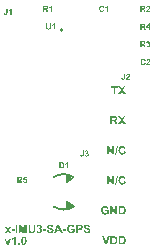
<source format=gto>
G04*
G04 #@! TF.GenerationSoftware,Altium Limited,Altium Designer,24.5.2 (23)*
G04*
G04 Layer_Color=65535*
%FSLAX44Y44*%
%MOMM*%
G71*
G04*
G04 #@! TF.SameCoordinates,BE35229C-549D-48B9-91BF-C474063EA1A8*
G04*
G04*
G04 #@! TF.FilePolarity,Positive*
G04*
G01*
G75*
%ADD10C,0.2000*%
G36*
X282446Y212631D02*
X282471D01*
X282504Y212628D01*
X282538D01*
X282619Y212617D01*
X282707Y212606D01*
X282810Y212587D01*
X282921Y212565D01*
X283039Y212536D01*
X283164Y212499D01*
X283289Y212455D01*
X283418Y212400D01*
X283543Y212337D01*
X283668Y212263D01*
X283786Y212178D01*
X283900Y212079D01*
X283904Y212075D01*
X283915Y212064D01*
X283933Y212046D01*
X283955Y212020D01*
X283985Y211987D01*
X284018Y211943D01*
X284055Y211895D01*
X284095Y211840D01*
X284136Y211777D01*
X284180Y211707D01*
X284224Y211630D01*
X284269Y211549D01*
X284309Y211457D01*
X284350Y211361D01*
X284390Y211254D01*
X284423Y211144D01*
X283403Y210900D01*
Y210904D01*
X283399Y210919D01*
X283392Y210937D01*
X283385Y210967D01*
X283374Y211000D01*
X283359Y211037D01*
X283340Y211081D01*
X283322Y211125D01*
X283270Y211225D01*
X283237Y211276D01*
X283204Y211328D01*
X283167Y211379D01*
X283123Y211431D01*
X283075Y211479D01*
X283024Y211523D01*
X283020Y211527D01*
X283013Y211534D01*
X282994Y211545D01*
X282972Y211560D01*
X282946Y211578D01*
X282913Y211597D01*
X282873Y211619D01*
X282832Y211641D01*
X282781Y211659D01*
X282729Y211681D01*
X282670Y211700D01*
X282611Y211718D01*
X282545Y211733D01*
X282475Y211744D01*
X282405Y211751D01*
X282328Y211755D01*
X282302D01*
X282272Y211751D01*
X282236Y211748D01*
X282188Y211744D01*
X282132Y211733D01*
X282070Y211722D01*
X282004Y211703D01*
X281930Y211681D01*
X281856Y211656D01*
X281779Y211622D01*
X281702Y211582D01*
X281628Y211534D01*
X281551Y211482D01*
X281481Y211420D01*
X281411Y211346D01*
X281407Y211343D01*
X281396Y211328D01*
X281377Y211302D01*
X281355Y211269D01*
X281330Y211225D01*
X281300Y211169D01*
X281267Y211107D01*
X281238Y211029D01*
X281204Y210945D01*
X281171Y210845D01*
X281142Y210739D01*
X281116Y210621D01*
X281094Y210488D01*
X281075Y210348D01*
X281064Y210193D01*
X281061Y210028D01*
Y210024D01*
Y210017D01*
Y210002D01*
Y209987D01*
Y209961D01*
X281064Y209936D01*
Y209906D01*
X281068Y209869D01*
X281072Y209792D01*
X281079Y209700D01*
X281090Y209600D01*
X281105Y209494D01*
X281123Y209383D01*
X281145Y209269D01*
X281175Y209155D01*
X281208Y209041D01*
X281245Y208934D01*
X281293Y208831D01*
X281344Y208739D01*
X281407Y208654D01*
X281411Y208650D01*
X281422Y208636D01*
X281444Y208617D01*
X281469Y208591D01*
X281503Y208558D01*
X281547Y208525D01*
X281595Y208488D01*
X281650Y208451D01*
X281713Y208411D01*
X281779Y208374D01*
X281852Y208341D01*
X281934Y208308D01*
X282018Y208282D01*
X282110Y208263D01*
X282206Y208249D01*
X282309Y208245D01*
X282350D01*
X282379Y208249D01*
X282412Y208252D01*
X282453Y208260D01*
X282501Y208267D01*
X282552Y208278D01*
X282604Y208289D01*
X282659Y208308D01*
X282718Y208330D01*
X282777Y208356D01*
X282840Y208385D01*
X282899Y208418D01*
X282957Y208459D01*
X283013Y208503D01*
X283016Y208507D01*
X283027Y208514D01*
X283042Y208532D01*
X283061Y208554D01*
X283086Y208580D01*
X283116Y208617D01*
X283145Y208658D01*
X283178Y208705D01*
X283212Y208757D01*
X283248Y208820D01*
X283285Y208886D01*
X283318Y208960D01*
X283351Y209044D01*
X283385Y209129D01*
X283414Y209225D01*
X283440Y209328D01*
X284438Y209011D01*
Y209007D01*
X284434Y209000D01*
X284431Y208989D01*
X284427Y208974D01*
X284420Y208956D01*
X284412Y208930D01*
X284394Y208875D01*
X284368Y208805D01*
X284335Y208724D01*
X284298Y208636D01*
X284254Y208543D01*
X284206Y208444D01*
X284151Y208341D01*
X284088Y208238D01*
X284018Y208135D01*
X283941Y208035D01*
X283860Y207939D01*
X283768Y207851D01*
X283672Y207770D01*
X283665Y207766D01*
X283646Y207752D01*
X283617Y207733D01*
X283576Y207707D01*
X283525Y207678D01*
X283462Y207641D01*
X283388Y207604D01*
X283304Y207567D01*
X283212Y207531D01*
X283109Y207494D01*
X282998Y207461D01*
X282876Y207427D01*
X282751Y207402D01*
X282615Y207383D01*
X282471Y207369D01*
X282320Y207365D01*
X282276D01*
X282250Y207369D01*
X282221D01*
X282188Y207372D01*
X282151Y207376D01*
X282110Y207380D01*
X282066Y207387D01*
X281963Y207402D01*
X281852Y207424D01*
X281731Y207453D01*
X281602Y207486D01*
X281466Y207534D01*
X281330Y207589D01*
X281186Y207656D01*
X281050Y207737D01*
X280910Y207829D01*
X280843Y207880D01*
X280777Y207936D01*
X280714Y207995D01*
X280652Y208057D01*
Y208061D01*
X280644Y208065D01*
X280637Y208076D01*
X280622Y208090D01*
X280608Y208109D01*
X280593Y208131D01*
X280571Y208157D01*
X280549Y208186D01*
X280527Y208219D01*
X280501Y208256D01*
X280475Y208297D01*
X280446Y208341D01*
X280387Y208440D01*
X280328Y208554D01*
X280265Y208683D01*
X280206Y208823D01*
X280151Y208982D01*
X280103Y209151D01*
X280059Y209332D01*
X280030Y209527D01*
X280007Y209733D01*
X280004Y209844D01*
X280000Y209954D01*
Y209958D01*
Y209969D01*
Y209987D01*
Y210009D01*
X280004Y210039D01*
Y210075D01*
X280007Y210116D01*
X280011Y210164D01*
X280015Y210215D01*
X280018Y210271D01*
X280026Y210330D01*
X280033Y210392D01*
X280055Y210529D01*
X280081Y210676D01*
X280118Y210834D01*
X280158Y210996D01*
X280214Y211158D01*
X280276Y211324D01*
X280354Y211486D01*
X280438Y211641D01*
X280541Y211792D01*
X280597Y211862D01*
X280656Y211928D01*
X280659Y211932D01*
X280663Y211935D01*
X280674Y211947D01*
X280685Y211957D01*
X280722Y211994D01*
X280773Y212039D01*
X280840Y212094D01*
X280921Y212153D01*
X281013Y212215D01*
X281116Y212282D01*
X281234Y212348D01*
X281366Y212411D01*
X281506Y212473D01*
X281661Y212525D01*
X281827Y212569D01*
X282000Y212606D01*
X282188Y212628D01*
X282283Y212631D01*
X282383Y212635D01*
X282423D01*
X282446Y212631D01*
D02*
G37*
G36*
X287605Y207453D02*
X286629D01*
Y211133D01*
X286622Y211125D01*
X286604Y211110D01*
X286574Y211085D01*
X286534Y211052D01*
X286482Y211011D01*
X286420Y210963D01*
X286350Y210908D01*
X286269Y210853D01*
X286180Y210794D01*
X286084Y210731D01*
X285981Y210669D01*
X285871Y210610D01*
X285753Y210551D01*
X285628Y210492D01*
X285499Y210440D01*
X285366Y210392D01*
Y211280D01*
X285370D01*
X285385Y211287D01*
X285403Y211295D01*
X285432Y211306D01*
X285469Y211320D01*
X285510Y211335D01*
X285558Y211357D01*
X285613Y211383D01*
X285672Y211416D01*
X285734Y211449D01*
X285804Y211486D01*
X285874Y211530D01*
X285952Y211578D01*
X286029Y211630D01*
X286110Y211689D01*
X286195Y211751D01*
X286199Y211755D01*
X286213Y211766D01*
X286239Y211788D01*
X286269Y211814D01*
X286305Y211847D01*
X286346Y211888D01*
X286390Y211932D01*
X286442Y211983D01*
X286489Y212042D01*
X286541Y212105D01*
X286593Y212171D01*
X286644Y212245D01*
X286692Y212318D01*
X286736Y212400D01*
X286777Y212484D01*
X286810Y212569D01*
X287605D01*
Y207453D01*
D02*
G37*
G36*
X302040Y151854D02*
Y151846D01*
Y151824D01*
Y151795D01*
Y151750D01*
X302036Y151695D01*
X302032Y151636D01*
X302029Y151566D01*
X302025Y151496D01*
X302021Y151419D01*
X302010Y151338D01*
X301992Y151176D01*
X301977Y151099D01*
X301962Y151021D01*
X301944Y150948D01*
X301926Y150881D01*
Y150878D01*
X301918Y150863D01*
X301911Y150837D01*
X301896Y150808D01*
X301878Y150771D01*
X301859Y150727D01*
X301833Y150679D01*
X301804Y150624D01*
X301767Y150568D01*
X301730Y150509D01*
X301686Y150450D01*
X301635Y150392D01*
X301579Y150333D01*
X301520Y150274D01*
X301454Y150218D01*
X301384Y150167D01*
X301380Y150163D01*
X301366Y150156D01*
X301343Y150141D01*
X301314Y150126D01*
X301274Y150104D01*
X301226Y150082D01*
X301170Y150056D01*
X301108Y150034D01*
X301038Y150008D01*
X300961Y149983D01*
X300876Y149961D01*
X300784Y149938D01*
X300684Y149924D01*
X300578Y149909D01*
X300467Y149902D01*
X300349Y149898D01*
X300316D01*
X300275Y149902D01*
X300224Y149905D01*
X300161Y149913D01*
X300088Y149920D01*
X300007Y149935D01*
X299922Y149950D01*
X299830Y149972D01*
X299734Y150001D01*
X299638Y150034D01*
X299539Y150075D01*
X299443Y150123D01*
X299351Y150178D01*
X299266Y150244D01*
X299185Y150318D01*
X299182Y150322D01*
X299167Y150336D01*
X299149Y150362D01*
X299123Y150395D01*
X299093Y150443D01*
X299056Y150495D01*
X299020Y150557D01*
X298983Y150631D01*
X298946Y150716D01*
X298909Y150808D01*
X298876Y150911D01*
X298843Y151021D01*
X298817Y151143D01*
X298799Y151272D01*
X298784Y151412D01*
X298780Y151563D01*
X299749Y151673D01*
Y151670D01*
Y151655D01*
X299753Y151633D01*
Y151603D01*
X299756Y151566D01*
X299760Y151522D01*
X299764Y151478D01*
X299771Y151430D01*
X299786Y151327D01*
X299808Y151224D01*
X299823Y151176D01*
X299837Y151128D01*
X299856Y151088D01*
X299874Y151051D01*
X299878Y151047D01*
X299881Y151040D01*
X299892Y151025D01*
X299907Y151007D01*
X299926Y150988D01*
X299944Y150966D01*
X299970Y150940D01*
X300003Y150914D01*
X300036Y150889D01*
X300073Y150863D01*
X300113Y150841D01*
X300161Y150822D01*
X300209Y150804D01*
X300264Y150789D01*
X300320Y150782D01*
X300382Y150778D01*
X300415D01*
X300438Y150782D01*
X300467Y150786D01*
X300500Y150789D01*
X300570Y150804D01*
X300651Y150826D01*
X300732Y150859D01*
X300769Y150881D01*
X300806Y150911D01*
X300839Y150940D01*
X300868Y150973D01*
Y150977D01*
X300876Y150984D01*
X300883Y150996D01*
X300891Y151014D01*
X300902Y151036D01*
X300913Y151069D01*
X300927Y151106D01*
X300942Y151150D01*
X300953Y151198D01*
X300968Y151257D01*
X300979Y151323D01*
X300990Y151401D01*
X300997Y151482D01*
X301005Y151574D01*
X301012Y151677D01*
Y151787D01*
Y155084D01*
X302040D01*
Y151854D01*
D02*
G37*
G36*
X304673Y155098D02*
X304725Y155095D01*
X304787Y155091D01*
X304861Y155080D01*
X304942Y155069D01*
X305030Y155050D01*
X305122Y155028D01*
X305222Y155003D01*
X305321Y154970D01*
X305417Y154929D01*
X305516Y154881D01*
X305612Y154830D01*
X305700Y154767D01*
X305785Y154693D01*
X305789Y154690D01*
X305804Y154675D01*
X305826Y154653D01*
X305851Y154620D01*
X305885Y154579D01*
X305921Y154535D01*
X305962Y154476D01*
X306003Y154413D01*
X306043Y154343D01*
X306084Y154270D01*
X306120Y154185D01*
X306154Y154097D01*
X306179Y154001D01*
X306201Y153898D01*
X306216Y153791D01*
X306220Y153680D01*
Y153677D01*
Y153666D01*
Y153647D01*
Y153622D01*
X306216Y153592D01*
X306213Y153555D01*
X306209Y153515D01*
X306205Y153470D01*
X306190Y153371D01*
X306168Y153261D01*
X306135Y153143D01*
X306095Y153025D01*
Y153021D01*
X306087Y153010D01*
X306080Y152995D01*
X306073Y152970D01*
X306058Y152944D01*
X306039Y152911D01*
X306021Y152870D01*
X305999Y152830D01*
X305973Y152782D01*
X305944Y152730D01*
X305877Y152620D01*
X305796Y152502D01*
X305704Y152377D01*
X305700Y152373D01*
X305697Y152366D01*
X305686Y152354D01*
X305671Y152336D01*
X305649Y152310D01*
X305623Y152281D01*
X305594Y152248D01*
X305557Y152211D01*
X305516Y152167D01*
X305469Y152119D01*
X305417Y152064D01*
X305358Y152005D01*
X305295Y151942D01*
X305225Y151876D01*
X305148Y151802D01*
X305063Y151725D01*
X305060Y151721D01*
X305045Y151706D01*
X305019Y151684D01*
X304990Y151655D01*
X304953Y151622D01*
X304909Y151585D01*
X304865Y151541D01*
X304817Y151496D01*
X304717Y151401D01*
X304618Y151309D01*
X304573Y151264D01*
X304537Y151228D01*
X304500Y151191D01*
X304474Y151161D01*
X304470Y151154D01*
X304456Y151139D01*
X304430Y151110D01*
X304404Y151076D01*
X304371Y151036D01*
X304338Y150988D01*
X304305Y150940D01*
X304275Y150892D01*
X306220D01*
Y149986D01*
X302795D01*
Y149994D01*
X302798Y150008D01*
X302802Y150038D01*
X302809Y150075D01*
X302817Y150119D01*
X302828Y150174D01*
X302839Y150233D01*
X302857Y150299D01*
X302876Y150373D01*
X302901Y150450D01*
X302927Y150528D01*
X302957Y150612D01*
X302994Y150697D01*
X303034Y150786D01*
X303078Y150870D01*
X303126Y150959D01*
X303130Y150962D01*
X303141Y150981D01*
X303159Y151007D01*
X303181Y151043D01*
X303214Y151088D01*
X303259Y151143D01*
X303310Y151209D01*
X303369Y151283D01*
X303439Y151368D01*
X303517Y151460D01*
X303609Y151559D01*
X303708Y151670D01*
X303822Y151787D01*
X303944Y151909D01*
X304080Y152042D01*
X304227Y152181D01*
X304231Y152185D01*
X304235Y152189D01*
X304257Y152207D01*
X304290Y152240D01*
X304334Y152281D01*
X304386Y152332D01*
X304445Y152388D01*
X304507Y152450D01*
X304577Y152517D01*
X304713Y152656D01*
X304783Y152723D01*
X304846Y152793D01*
X304909Y152855D01*
X304960Y152914D01*
X305004Y152970D01*
X305038Y153014D01*
X305041Y153018D01*
X305045Y153028D01*
X305056Y153043D01*
X305071Y153065D01*
X305086Y153095D01*
X305100Y153124D01*
X305119Y153161D01*
X305141Y153202D01*
X305177Y153294D01*
X305207Y153393D01*
X305233Y153504D01*
X305236Y153559D01*
X305240Y153614D01*
Y153618D01*
Y153629D01*
Y153644D01*
X305236Y153669D01*
Y153695D01*
X305233Y153725D01*
X305218Y153798D01*
X305196Y153879D01*
X305166Y153964D01*
X305122Y154041D01*
X305093Y154082D01*
X305063Y154115D01*
X305060Y154119D01*
X305056Y154122D01*
X305045Y154130D01*
X305030Y154144D01*
X305012Y154156D01*
X304990Y154170D01*
X304964Y154189D01*
X304938Y154203D01*
X304868Y154236D01*
X304783Y154266D01*
X304688Y154284D01*
X304632Y154288D01*
X304577Y154292D01*
X304548D01*
X304526Y154288D01*
X304500D01*
X304470Y154281D01*
X304400Y154270D01*
X304323Y154248D01*
X304238Y154214D01*
X304202Y154192D01*
X304161Y154170D01*
X304124Y154141D01*
X304087Y154108D01*
X304084Y154104D01*
X304080Y154100D01*
X304069Y154089D01*
X304058Y154071D01*
X304043Y154052D01*
X304028Y154027D01*
X304014Y153997D01*
X303995Y153964D01*
X303977Y153924D01*
X303958Y153879D01*
X303940Y153828D01*
X303925Y153772D01*
X303911Y153710D01*
X303896Y153644D01*
X303888Y153574D01*
X303881Y153496D01*
X302909Y153592D01*
Y153596D01*
Y153603D01*
X302913Y153614D01*
Y153629D01*
X302916Y153647D01*
X302920Y153669D01*
X302931Y153725D01*
X302942Y153791D01*
X302960Y153865D01*
X302983Y153949D01*
X303008Y154038D01*
X303041Y154133D01*
X303078Y154229D01*
X303122Y154325D01*
X303174Y154421D01*
X303229Y154513D01*
X303295Y154598D01*
X303369Y154678D01*
X303450Y154748D01*
X303454Y154752D01*
X303472Y154763D01*
X303498Y154782D01*
X303531Y154804D01*
X303579Y154830D01*
X303631Y154859D01*
X303697Y154892D01*
X303767Y154925D01*
X303844Y154958D01*
X303933Y154992D01*
X304028Y155021D01*
X304128Y155047D01*
X304238Y155069D01*
X304353Y155087D01*
X304474Y155098D01*
X304599Y155102D01*
X304632D01*
X304673Y155098D01*
D02*
G37*
G36*
X253714Y74942D02*
X252738D01*
Y78622D01*
X252731Y78614D01*
X252713Y78599D01*
X252683Y78574D01*
X252643Y78540D01*
X252591Y78500D01*
X252528Y78452D01*
X252458Y78397D01*
X252377Y78342D01*
X252289Y78283D01*
X252193Y78220D01*
X252090Y78157D01*
X251980Y78099D01*
X251862Y78039D01*
X251737Y77981D01*
X251608Y77929D01*
X251475Y77881D01*
Y78769D01*
X251479D01*
X251493Y78776D01*
X251512Y78783D01*
X251541Y78795D01*
X251578Y78809D01*
X251619Y78824D01*
X251667Y78846D01*
X251722Y78872D01*
X251781Y78905D01*
X251843Y78938D01*
X251913Y78975D01*
X251983Y79019D01*
X252061Y79067D01*
X252138Y79119D01*
X252219Y79178D01*
X252304Y79240D01*
X252307Y79244D01*
X252322Y79255D01*
X252348Y79277D01*
X252377Y79303D01*
X252414Y79336D01*
X252455Y79377D01*
X252499Y79421D01*
X252551Y79472D01*
X252598Y79531D01*
X252650Y79594D01*
X252701Y79660D01*
X252753Y79734D01*
X252801Y79807D01*
X252845Y79888D01*
X252886Y79973D01*
X252919Y80058D01*
X253714D01*
Y74942D01*
D02*
G37*
G36*
X248322Y80036D02*
X248385D01*
X248451Y80032D01*
X248525Y80028D01*
X248602Y80021D01*
X248680Y80014D01*
X248842Y79999D01*
X248919Y79988D01*
X248996Y79973D01*
X249066Y79958D01*
X249133Y79940D01*
X249136D01*
X249151Y79933D01*
X249177Y79925D01*
X249206Y79914D01*
X249247Y79900D01*
X249291Y79881D01*
X249343Y79859D01*
X249398Y79833D01*
X249457Y79800D01*
X249519Y79767D01*
X249582Y79726D01*
X249648Y79686D01*
X249711Y79638D01*
X249777Y79586D01*
X249840Y79531D01*
X249902Y79468D01*
X249906Y79465D01*
X249917Y79454D01*
X249932Y79435D01*
X249954Y79410D01*
X249983Y79377D01*
X250013Y79336D01*
X250046Y79292D01*
X250083Y79240D01*
X250123Y79181D01*
X250160Y79119D01*
X250201Y79052D01*
X250241Y78979D01*
X250282Y78901D01*
X250319Y78820D01*
X250355Y78732D01*
X250389Y78644D01*
X250392Y78640D01*
X250396Y78622D01*
X250403Y78596D01*
X250414Y78555D01*
X250429Y78507D01*
X250444Y78452D01*
X250459Y78386D01*
X250473Y78312D01*
X250488Y78227D01*
X250503Y78135D01*
X250518Y78036D01*
X250532Y77929D01*
X250543Y77819D01*
X250551Y77697D01*
X250558Y77572D01*
Y77439D01*
Y77432D01*
Y77410D01*
Y77377D01*
X250554Y77332D01*
Y77281D01*
X250551Y77215D01*
X250543Y77145D01*
X250540Y77067D01*
X250529Y76986D01*
X250521Y76898D01*
X250492Y76717D01*
X250451Y76533D01*
X250429Y76445D01*
X250400Y76356D01*
X250396Y76349D01*
X250392Y76331D01*
X250381Y76301D01*
X250363Y76264D01*
X250344Y76217D01*
X250322Y76161D01*
X250293Y76102D01*
X250260Y76036D01*
X250223Y75966D01*
X250182Y75892D01*
X250138Y75819D01*
X250090Y75741D01*
X250035Y75668D01*
X249980Y75594D01*
X249921Y75520D01*
X249855Y75454D01*
X249851Y75450D01*
X249844Y75443D01*
X249825Y75428D01*
X249807Y75410D01*
X249777Y75388D01*
X249744Y75366D01*
X249707Y75336D01*
X249663Y75307D01*
X249615Y75274D01*
X249560Y75241D01*
X249501Y75207D01*
X249438Y75174D01*
X249368Y75141D01*
X249295Y75108D01*
X249217Y75078D01*
X249133Y75049D01*
X249129D01*
X249118Y75045D01*
X249096Y75038D01*
X249070Y75034D01*
X249037Y75023D01*
X248993Y75016D01*
X248945Y75005D01*
X248890Y74997D01*
X248827Y74986D01*
X248761Y74975D01*
X248683Y74968D01*
X248602Y74961D01*
X248514Y74953D01*
X248422Y74946D01*
X248322Y74942D01*
X246286D01*
Y80039D01*
X248267D01*
X248322Y80036D01*
D02*
G37*
G36*
X218955Y66613D02*
X217114D01*
X216956Y65744D01*
X216959Y65748D01*
X216970Y65751D01*
X216989Y65759D01*
X217011Y65770D01*
X217044Y65781D01*
X217077Y65795D01*
X217118Y65810D01*
X217162Y65829D01*
X217210Y65843D01*
X217265Y65858D01*
X217376Y65884D01*
X217501Y65902D01*
X217563Y65910D01*
X217655D01*
X217689Y65906D01*
X217733Y65902D01*
X217792Y65895D01*
X217854Y65884D01*
X217928Y65869D01*
X218005Y65851D01*
X218090Y65825D01*
X218178Y65795D01*
X218270Y65755D01*
X218363Y65711D01*
X218458Y65656D01*
X218550Y65593D01*
X218639Y65519D01*
X218727Y65435D01*
X218731Y65431D01*
X218746Y65413D01*
X218768Y65387D01*
X218797Y65350D01*
X218834Y65302D01*
X218871Y65243D01*
X218911Y65177D01*
X218955Y65103D01*
X218996Y65018D01*
X219037Y64926D01*
X219077Y64823D01*
X219110Y64716D01*
X219140Y64598D01*
X219162Y64473D01*
X219177Y64344D01*
X219180Y64205D01*
Y64197D01*
Y64175D01*
X219177Y64142D01*
X219173Y64098D01*
X219169Y64042D01*
X219162Y63980D01*
X219151Y63906D01*
X219136Y63829D01*
X219114Y63744D01*
X219092Y63652D01*
X219062Y63560D01*
X219025Y63464D01*
X218981Y63368D01*
X218933Y63273D01*
X218878Y63177D01*
X218812Y63081D01*
X218804Y63074D01*
X218790Y63052D01*
X218760Y63018D01*
X218720Y62974D01*
X218672Y62927D01*
X218609Y62867D01*
X218536Y62809D01*
X218455Y62746D01*
X218363Y62680D01*
X218260Y62621D01*
X218145Y62562D01*
X218024Y62514D01*
X217891Y62470D01*
X217747Y62437D01*
X217596Y62414D01*
X217516Y62411D01*
X217435Y62407D01*
X217405D01*
X217368Y62411D01*
X217317Y62414D01*
X217258Y62418D01*
X217188Y62426D01*
X217110Y62440D01*
X217026Y62455D01*
X216937Y62474D01*
X216845Y62499D01*
X216749Y62529D01*
X216654Y62565D01*
X216558Y62610D01*
X216462Y62658D01*
X216370Y62716D01*
X216285Y62783D01*
X216282Y62786D01*
X216267Y62801D01*
X216245Y62823D01*
X216215Y62853D01*
X216179Y62890D01*
X216142Y62937D01*
X216098Y62989D01*
X216053Y63052D01*
X216005Y63122D01*
X215961Y63199D01*
X215917Y63280D01*
X215873Y63372D01*
X215836Y63468D01*
X215803Y63575D01*
X215773Y63682D01*
X215755Y63799D01*
X216727Y63903D01*
Y63899D01*
X216731Y63888D01*
Y63869D01*
X216738Y63847D01*
X216742Y63821D01*
X216749Y63788D01*
X216772Y63715D01*
X216805Y63630D01*
X216849Y63541D01*
X216900Y63457D01*
X216934Y63416D01*
X216970Y63380D01*
X216974Y63376D01*
X216982Y63372D01*
X216992Y63361D01*
X217007Y63350D01*
X217026Y63335D01*
X217051Y63320D01*
X217107Y63284D01*
X217177Y63247D01*
X217258Y63217D01*
X217350Y63195D01*
X217398Y63192D01*
X217446Y63188D01*
X217475D01*
X217497Y63192D01*
X217523Y63195D01*
X217552Y63203D01*
X217626Y63217D01*
X217707Y63247D01*
X217747Y63269D01*
X217792Y63291D01*
X217836Y63320D01*
X217880Y63354D01*
X217921Y63390D01*
X217961Y63435D01*
X217965Y63438D01*
X217972Y63446D01*
X217980Y63460D01*
X217994Y63483D01*
X218009Y63508D01*
X218027Y63541D01*
X218050Y63578D01*
X218068Y63623D01*
X218086Y63674D01*
X218109Y63729D01*
X218127Y63792D01*
X218142Y63858D01*
X218156Y63932D01*
X218167Y64013D01*
X218171Y64098D01*
X218175Y64190D01*
Y64193D01*
Y64212D01*
Y64234D01*
X218171Y64267D01*
X218167Y64308D01*
X218164Y64352D01*
X218156Y64400D01*
X218149Y64455D01*
X218123Y64569D01*
X218105Y64628D01*
X218086Y64687D01*
X218061Y64746D01*
X218031Y64797D01*
X217998Y64849D01*
X217961Y64897D01*
X217957Y64901D01*
X217950Y64908D01*
X217939Y64919D01*
X217924Y64934D01*
X217902Y64952D01*
X217876Y64970D01*
X217847Y64993D01*
X217814Y65015D01*
X217777Y65037D01*
X217736Y65059D01*
X217644Y65096D01*
X217589Y65111D01*
X217538Y65121D01*
X217479Y65129D01*
X217416Y65133D01*
X217398D01*
X217376Y65129D01*
X217346Y65125D01*
X217309Y65121D01*
X217265Y65114D01*
X217217Y65103D01*
X217166Y65085D01*
X217107Y65066D01*
X217048Y65040D01*
X216985Y65011D01*
X216919Y64974D01*
X216856Y64934D01*
X216790Y64882D01*
X216724Y64827D01*
X216661Y64761D01*
X215873Y64875D01*
X216374Y67526D01*
X218955D01*
Y66613D01*
D02*
G37*
G36*
X213114Y67589D02*
X213184D01*
X213262Y67586D01*
X213346Y67582D01*
X213438Y67574D01*
X213534Y67567D01*
X213630Y67560D01*
X213829Y67534D01*
X213921Y67519D01*
X214009Y67501D01*
X214094Y67479D01*
X214168Y67453D01*
X214171D01*
X214182Y67446D01*
X214205Y67438D01*
X214230Y67427D01*
X214260Y67412D01*
X214296Y67390D01*
X214337Y67368D01*
X214381Y67342D01*
X214429Y67309D01*
X214477Y67272D01*
X214525Y67232D01*
X214576Y67188D01*
X214624Y67140D01*
X214672Y67085D01*
X214716Y67026D01*
X214761Y66963D01*
X214764Y66959D01*
X214772Y66948D01*
X214783Y66926D01*
X214797Y66900D01*
X214812Y66867D01*
X214831Y66830D01*
X214853Y66783D01*
X214875Y66731D01*
X214893Y66676D01*
X214915Y66613D01*
X214934Y66547D01*
X214952Y66477D01*
X214963Y66403D01*
X214974Y66326D01*
X214982Y66248D01*
X214985Y66164D01*
Y66157D01*
Y66138D01*
X214982Y66109D01*
Y66068D01*
X214974Y66020D01*
X214967Y65961D01*
X214956Y65899D01*
X214945Y65829D01*
X214926Y65755D01*
X214904Y65678D01*
X214875Y65600D01*
X214842Y65519D01*
X214805Y65442D01*
X214757Y65361D01*
X214705Y65287D01*
X214646Y65214D01*
X214643Y65210D01*
X214632Y65199D01*
X214610Y65181D01*
X214584Y65155D01*
X214547Y65125D01*
X214506Y65092D01*
X214455Y65055D01*
X214396Y65015D01*
X214326Y64974D01*
X214252Y64937D01*
X214171Y64897D01*
X214079Y64860D01*
X213980Y64823D01*
X213873Y64794D01*
X213759Y64768D01*
X213637Y64746D01*
X213641Y64742D01*
X213652Y64738D01*
X213670Y64728D01*
X213692Y64713D01*
X213722Y64694D01*
X213755Y64672D01*
X213792Y64646D01*
X213832Y64621D01*
X213921Y64554D01*
X214013Y64481D01*
X214105Y64400D01*
X214190Y64315D01*
X214193Y64311D01*
X214201Y64304D01*
X214212Y64289D01*
X214230Y64271D01*
X214252Y64245D01*
X214278Y64212D01*
X214308Y64171D01*
X214344Y64123D01*
X214385Y64072D01*
X214429Y64013D01*
X214477Y63943D01*
X214529Y63869D01*
X214584Y63785D01*
X214643Y63696D01*
X214709Y63597D01*
X214775Y63490D01*
X215398Y62496D01*
X214164D01*
X213424Y63604D01*
X213420Y63611D01*
X213405Y63630D01*
X213387Y63659D01*
X213361Y63700D01*
X213328Y63748D01*
X213291Y63799D01*
X213251Y63858D01*
X213206Y63921D01*
X213114Y64046D01*
X213070Y64109D01*
X213026Y64171D01*
X212985Y64227D01*
X212945Y64274D01*
X212908Y64319D01*
X212879Y64352D01*
X212871Y64359D01*
X212853Y64378D01*
X212823Y64403D01*
X212787Y64436D01*
X212739Y64473D01*
X212687Y64507D01*
X212632Y64540D01*
X212569Y64565D01*
X212562Y64569D01*
X212551Y64573D01*
X212540Y64577D01*
X212521Y64580D01*
X212499Y64584D01*
X212474Y64591D01*
X212444Y64595D01*
X212411Y64602D01*
X212374Y64606D01*
X212330Y64610D01*
X212282Y64617D01*
X212234Y64621D01*
X212179D01*
X212116Y64624D01*
X211847D01*
Y62496D01*
X210820D01*
Y67593D01*
X213059D01*
X213114Y67589D01*
D02*
G37*
G36*
X267014Y86854D02*
Y86846D01*
Y86824D01*
Y86795D01*
Y86751D01*
X267010Y86695D01*
X267006Y86636D01*
X267003Y86566D01*
X266999Y86496D01*
X266995Y86419D01*
X266984Y86338D01*
X266966Y86176D01*
X266951Y86099D01*
X266936Y86021D01*
X266918Y85948D01*
X266900Y85881D01*
Y85878D01*
X266892Y85863D01*
X266885Y85837D01*
X266870Y85808D01*
X266852Y85771D01*
X266833Y85727D01*
X266808Y85679D01*
X266778Y85624D01*
X266741Y85568D01*
X266704Y85509D01*
X266660Y85450D01*
X266609Y85392D01*
X266553Y85333D01*
X266495Y85274D01*
X266428Y85218D01*
X266358Y85167D01*
X266355Y85163D01*
X266340Y85156D01*
X266318Y85141D01*
X266288Y85126D01*
X266248Y85104D01*
X266200Y85082D01*
X266145Y85056D01*
X266082Y85034D01*
X266012Y85008D01*
X265935Y84983D01*
X265850Y84961D01*
X265758Y84938D01*
X265658Y84924D01*
X265552Y84909D01*
X265441Y84902D01*
X265323Y84898D01*
X265290D01*
X265250Y84902D01*
X265198Y84905D01*
X265135Y84913D01*
X265062Y84920D01*
X264981Y84935D01*
X264896Y84950D01*
X264804Y84972D01*
X264708Y85001D01*
X264613Y85034D01*
X264513Y85075D01*
X264417Y85123D01*
X264325Y85178D01*
X264240Y85244D01*
X264160Y85318D01*
X264156Y85322D01*
X264141Y85336D01*
X264123Y85362D01*
X264097Y85395D01*
X264067Y85443D01*
X264031Y85495D01*
X263994Y85557D01*
X263957Y85631D01*
X263920Y85716D01*
X263883Y85808D01*
X263850Y85911D01*
X263817Y86021D01*
X263791Y86143D01*
X263773Y86272D01*
X263758Y86412D01*
X263754Y86563D01*
X264723Y86673D01*
Y86670D01*
Y86655D01*
X264727Y86633D01*
Y86603D01*
X264730Y86566D01*
X264734Y86522D01*
X264738Y86478D01*
X264745Y86430D01*
X264760Y86327D01*
X264782Y86224D01*
X264797Y86176D01*
X264811Y86128D01*
X264830Y86088D01*
X264848Y86051D01*
X264852Y86047D01*
X264856Y86040D01*
X264867Y86025D01*
X264881Y86007D01*
X264900Y85988D01*
X264918Y85966D01*
X264944Y85940D01*
X264977Y85914D01*
X265010Y85889D01*
X265047Y85863D01*
X265088Y85841D01*
X265135Y85822D01*
X265183Y85804D01*
X265239Y85789D01*
X265294Y85782D01*
X265357Y85778D01*
X265390D01*
X265412Y85782D01*
X265441Y85786D01*
X265474Y85789D01*
X265544Y85804D01*
X265625Y85826D01*
X265706Y85859D01*
X265743Y85881D01*
X265780Y85911D01*
X265813Y85940D01*
X265843Y85973D01*
Y85977D01*
X265850Y85984D01*
X265857Y85996D01*
X265865Y86014D01*
X265876Y86036D01*
X265887Y86069D01*
X265902Y86106D01*
X265916Y86150D01*
X265927Y86198D01*
X265942Y86257D01*
X265953Y86323D01*
X265964Y86401D01*
X265972Y86482D01*
X265979Y86574D01*
X265986Y86677D01*
Y86787D01*
Y90084D01*
X267014D01*
Y86854D01*
D02*
G37*
G36*
X269577Y90098D02*
X269625Y90095D01*
X269688Y90087D01*
X269758Y90076D01*
X269835Y90065D01*
X269920Y90043D01*
X270012Y90021D01*
X270104Y89992D01*
X270200Y89951D01*
X270295Y89907D01*
X270391Y89855D01*
X270487Y89793D01*
X270575Y89723D01*
X270660Y89642D01*
X270664Y89638D01*
X270675Y89623D01*
X270693Y89605D01*
X270715Y89575D01*
X270745Y89539D01*
X270774Y89498D01*
X270807Y89450D01*
X270840Y89395D01*
X270874Y89336D01*
X270907Y89270D01*
X270936Y89200D01*
X270966Y89126D01*
X270988Y89049D01*
X271006Y88968D01*
X271017Y88883D01*
X271021Y88795D01*
Y88787D01*
Y88765D01*
X271017Y88732D01*
X271010Y88684D01*
X270999Y88625D01*
X270980Y88563D01*
X270958Y88489D01*
X270929Y88408D01*
X270888Y88327D01*
X270840Y88238D01*
X270781Y88150D01*
X270711Y88058D01*
X270627Y87970D01*
X270579Y87925D01*
X270527Y87885D01*
X270472Y87841D01*
X270413Y87800D01*
X270351Y87760D01*
X270284Y87723D01*
X270288D01*
X270303Y87719D01*
X270325Y87712D01*
X270358Y87704D01*
X270395Y87693D01*
X270435Y87675D01*
X270483Y87657D01*
X270535Y87634D01*
X270590Y87609D01*
X270649Y87579D01*
X270708Y87546D01*
X270763Y87506D01*
X270822Y87465D01*
X270877Y87414D01*
X270933Y87362D01*
X270984Y87303D01*
X270988Y87299D01*
X270995Y87288D01*
X271010Y87270D01*
X271025Y87244D01*
X271043Y87215D01*
X271065Y87174D01*
X271091Y87130D01*
X271117Y87082D01*
X271139Y87027D01*
X271165Y86968D01*
X271187Y86902D01*
X271205Y86832D01*
X271220Y86758D01*
X271234Y86681D01*
X271242Y86600D01*
X271246Y86515D01*
Y86508D01*
Y86485D01*
X271242Y86448D01*
X271238Y86401D01*
X271231Y86345D01*
X271220Y86275D01*
X271205Y86202D01*
X271183Y86121D01*
X271157Y86032D01*
X271124Y85940D01*
X271084Y85844D01*
X271039Y85749D01*
X270980Y85649D01*
X270914Y85554D01*
X270840Y85462D01*
X270752Y85369D01*
X270745Y85366D01*
X270730Y85351D01*
X270700Y85325D01*
X270664Y85296D01*
X270616Y85259D01*
X270560Y85222D01*
X270491Y85178D01*
X270417Y85134D01*
X270332Y85090D01*
X270240Y85049D01*
X270141Y85008D01*
X270030Y84972D01*
X269916Y84942D01*
X269795Y84920D01*
X269666Y84902D01*
X269533Y84898D01*
X269503D01*
X269467Y84902D01*
X269419Y84905D01*
X269360Y84909D01*
X269290Y84920D01*
X269216Y84931D01*
X269132Y84950D01*
X269043Y84968D01*
X268951Y84994D01*
X268855Y85027D01*
X268760Y85067D01*
X268664Y85112D01*
X268568Y85163D01*
X268476Y85226D01*
X268388Y85296D01*
X268384Y85299D01*
X268369Y85314D01*
X268343Y85336D01*
X268314Y85369D01*
X268281Y85406D01*
X268240Y85454D01*
X268196Y85513D01*
X268152Y85576D01*
X268104Y85646D01*
X268060Y85723D01*
X268016Y85811D01*
X267971Y85904D01*
X267935Y85999D01*
X267905Y86106D01*
X267879Y86216D01*
X267861Y86334D01*
X268807Y86452D01*
Y86448D01*
X268811Y86438D01*
Y86419D01*
X268818Y86393D01*
X268822Y86360D01*
X268833Y86327D01*
X268841Y86286D01*
X268855Y86246D01*
X268885Y86158D01*
X268929Y86066D01*
X268981Y85973D01*
X269014Y85933D01*
X269047Y85896D01*
X269051Y85892D01*
X269058Y85889D01*
X269069Y85878D01*
X269084Y85867D01*
X269102Y85852D01*
X269124Y85837D01*
X269183Y85804D01*
X269253Y85767D01*
X269334Y85738D01*
X269426Y85716D01*
X269474Y85712D01*
X269526Y85708D01*
X269555D01*
X269577Y85712D01*
X269603Y85716D01*
X269632Y85719D01*
X269702Y85738D01*
X269783Y85764D01*
X269824Y85782D01*
X269868Y85804D01*
X269912Y85830D01*
X269953Y85863D01*
X269993Y85896D01*
X270034Y85937D01*
X270038Y85940D01*
X270041Y85948D01*
X270052Y85959D01*
X270067Y85977D01*
X270082Y86003D01*
X270100Y86029D01*
X270119Y86062D01*
X270141Y86099D01*
X270159Y86143D01*
X270177Y86187D01*
X270196Y86239D01*
X270211Y86294D01*
X270225Y86353D01*
X270236Y86415D01*
X270240Y86485D01*
X270244Y86555D01*
Y86559D01*
Y86570D01*
Y86592D01*
X270240Y86618D01*
X270236Y86647D01*
X270233Y86684D01*
X270229Y86725D01*
X270218Y86765D01*
X270196Y86861D01*
X270159Y86957D01*
X270137Y87005D01*
X270111Y87053D01*
X270082Y87100D01*
X270045Y87141D01*
X270041Y87145D01*
X270038Y87152D01*
X270026Y87159D01*
X270008Y87174D01*
X269990Y87192D01*
X269968Y87211D01*
X269909Y87251D01*
X269839Y87288D01*
X269758Y87325D01*
X269713Y87340D01*
X269666Y87347D01*
X269614Y87355D01*
X269562Y87358D01*
X269529D01*
X269511Y87355D01*
X269489D01*
X269437Y87351D01*
X269371Y87340D01*
X269294Y87329D01*
X269209Y87310D01*
X269117Y87285D01*
X269224Y88080D01*
X269290D01*
X269323Y88084D01*
X269360Y88088D01*
X269404Y88091D01*
X269448Y88098D01*
X269548Y88117D01*
X269647Y88146D01*
X269699Y88168D01*
X269747Y88191D01*
X269791Y88216D01*
X269831Y88250D01*
X269835Y88253D01*
X269839Y88257D01*
X269850Y88268D01*
X269865Y88283D01*
X269879Y88301D01*
X269898Y88323D01*
X269916Y88349D01*
X269938Y88378D01*
X269975Y88448D01*
X270008Y88533D01*
X270023Y88577D01*
X270034Y88629D01*
X270038Y88680D01*
X270041Y88736D01*
Y88739D01*
Y88747D01*
Y88762D01*
X270038Y88780D01*
Y88802D01*
X270034Y88824D01*
X270023Y88883D01*
X270004Y88949D01*
X269975Y89016D01*
X269938Y89082D01*
X269887Y89144D01*
X269879Y89152D01*
X269857Y89170D01*
X269824Y89192D01*
X269776Y89222D01*
X269717Y89251D01*
X269647Y89273D01*
X269570Y89292D01*
X269478Y89299D01*
X269452D01*
X269437Y89296D01*
X269415D01*
X269389Y89292D01*
X269330Y89277D01*
X269264Y89255D01*
X269191Y89226D01*
X269117Y89181D01*
X269080Y89152D01*
X269047Y89122D01*
X269043Y89119D01*
X269039Y89115D01*
X269032Y89104D01*
X269017Y89089D01*
X269006Y89071D01*
X268988Y89049D01*
X268973Y89023D01*
X268955Y88994D01*
X268936Y88960D01*
X268918Y88924D01*
X268899Y88883D01*
X268881Y88835D01*
X268866Y88787D01*
X268852Y88736D01*
X268841Y88677D01*
X268833Y88618D01*
X267935Y88769D01*
Y88772D01*
X267938Y88791D01*
X267946Y88813D01*
X267953Y88846D01*
X267960Y88887D01*
X267975Y88931D01*
X267986Y88982D01*
X268004Y89034D01*
X268045Y89152D01*
X268093Y89277D01*
X268148Y89399D01*
X268181Y89454D01*
X268214Y89509D01*
X268218Y89513D01*
X268222Y89520D01*
X268233Y89535D01*
X268251Y89553D01*
X268270Y89579D01*
X268292Y89605D01*
X268321Y89634D01*
X268354Y89668D01*
X268388Y89701D01*
X268428Y89738D01*
X268472Y89774D01*
X268520Y89807D01*
X268572Y89844D01*
X268623Y89881D01*
X268745Y89944D01*
X268748Y89947D01*
X268760Y89951D01*
X268778Y89958D01*
X268804Y89970D01*
X268837Y89980D01*
X268874Y89995D01*
X268918Y90010D01*
X268966Y90025D01*
X269021Y90040D01*
X269080Y90050D01*
X269143Y90065D01*
X269209Y90076D01*
X269352Y90095D01*
X269430Y90102D01*
X269540D01*
X269577Y90098D01*
D02*
G37*
G36*
X299752Y68430D02*
X299787D01*
X299833Y68425D01*
X299879D01*
X299991Y68409D01*
X300112Y68394D01*
X300255Y68369D01*
X300407Y68338D01*
X300570Y68298D01*
X300742Y68247D01*
X300915Y68186D01*
X301093Y68110D01*
X301266Y68023D01*
X301438Y67922D01*
X301601Y67805D01*
X301758Y67668D01*
X301763Y67663D01*
X301779Y67647D01*
X301804Y67622D01*
X301835Y67586D01*
X301875Y67541D01*
X301921Y67480D01*
X301972Y67414D01*
X302028Y67337D01*
X302083Y67251D01*
X302144Y67155D01*
X302205Y67048D01*
X302266Y66936D01*
X302322Y66809D01*
X302378Y66677D01*
X302434Y66530D01*
X302480Y66377D01*
X301073Y66042D01*
Y66047D01*
X301067Y66068D01*
X301057Y66093D01*
X301047Y66133D01*
X301032Y66179D01*
X301012Y66230D01*
X300986Y66291D01*
X300961Y66352D01*
X300890Y66489D01*
X300844Y66560D01*
X300798Y66631D01*
X300747Y66702D01*
X300686Y66774D01*
X300620Y66840D01*
X300549Y66901D01*
X300544Y66906D01*
X300534Y66916D01*
X300509Y66931D01*
X300478Y66951D01*
X300443Y66977D01*
X300397Y67002D01*
X300341Y67033D01*
X300285Y67063D01*
X300214Y67088D01*
X300143Y67119D01*
X300062Y67144D01*
X299980Y67170D01*
X299889Y67190D01*
X299792Y67205D01*
X299696Y67215D01*
X299589Y67221D01*
X299554D01*
X299513Y67215D01*
X299462Y67210D01*
X299396Y67205D01*
X299320Y67190D01*
X299234Y67175D01*
X299142Y67150D01*
X299041Y67119D01*
X298939Y67084D01*
X298832Y67038D01*
X298726Y66982D01*
X298624Y66916D01*
X298517Y66845D01*
X298421Y66758D01*
X298324Y66657D01*
X298319Y66652D01*
X298304Y66631D01*
X298279Y66596D01*
X298248Y66550D01*
X298213Y66489D01*
X298172Y66413D01*
X298126Y66326D01*
X298085Y66220D01*
X298040Y66103D01*
X297994Y65966D01*
X297953Y65819D01*
X297918Y65656D01*
X297887Y65473D01*
X297862Y65280D01*
X297847Y65067D01*
X297842Y64838D01*
Y64833D01*
Y64823D01*
Y64802D01*
Y64782D01*
Y64747D01*
X297847Y64711D01*
Y64671D01*
X297852Y64620D01*
X297857Y64513D01*
X297867Y64386D01*
X297882Y64249D01*
X297903Y64102D01*
X297928Y63949D01*
X297959Y63792D01*
X297999Y63634D01*
X298045Y63477D01*
X298096Y63329D01*
X298162Y63187D01*
X298233Y63060D01*
X298319Y62943D01*
X298324Y62938D01*
X298340Y62918D01*
X298370Y62892D01*
X298405Y62857D01*
X298451Y62811D01*
X298512Y62765D01*
X298578Y62715D01*
X298654Y62664D01*
X298741Y62608D01*
X298832Y62557D01*
X298934Y62512D01*
X299046Y62466D01*
X299162Y62430D01*
X299289Y62405D01*
X299422Y62385D01*
X299564Y62379D01*
X299620D01*
X299660Y62385D01*
X299706Y62389D01*
X299762Y62400D01*
X299828Y62410D01*
X299899Y62425D01*
X299970Y62440D01*
X300046Y62466D01*
X300128Y62496D01*
X300209Y62532D01*
X300295Y62572D01*
X300377Y62618D01*
X300458Y62674D01*
X300534Y62735D01*
X300539Y62740D01*
X300554Y62750D01*
X300575Y62776D01*
X300600Y62806D01*
X300636Y62842D01*
X300676Y62892D01*
X300717Y62948D01*
X300763Y63014D01*
X300808Y63085D01*
X300859Y63172D01*
X300910Y63263D01*
X300956Y63365D01*
X301001Y63482D01*
X301047Y63599D01*
X301088Y63731D01*
X301123Y63873D01*
X302500Y63436D01*
Y63431D01*
X302495Y63421D01*
X302490Y63405D01*
X302485Y63385D01*
X302475Y63360D01*
X302464Y63324D01*
X302439Y63248D01*
X302404Y63151D01*
X302358Y63040D01*
X302307Y62918D01*
X302246Y62791D01*
X302180Y62654D01*
X302104Y62512D01*
X302017Y62369D01*
X301921Y62227D01*
X301814Y62090D01*
X301702Y61958D01*
X301575Y61836D01*
X301443Y61724D01*
X301433Y61719D01*
X301408Y61699D01*
X301367Y61673D01*
X301311Y61638D01*
X301240Y61597D01*
X301154Y61546D01*
X301052Y61495D01*
X300935Y61445D01*
X300808Y61394D01*
X300666Y61343D01*
X300514Y61297D01*
X300346Y61252D01*
X300173Y61216D01*
X299985Y61191D01*
X299787Y61170D01*
X299579Y61165D01*
X299518D01*
X299482Y61170D01*
X299442D01*
X299396Y61175D01*
X299345Y61181D01*
X299289Y61186D01*
X299228Y61196D01*
X299086Y61216D01*
X298934Y61247D01*
X298766Y61287D01*
X298588Y61333D01*
X298400Y61399D01*
X298213Y61475D01*
X298014Y61567D01*
X297826Y61678D01*
X297633Y61805D01*
X297542Y61877D01*
X297451Y61953D01*
X297364Y62034D01*
X297278Y62120D01*
Y62125D01*
X297268Y62130D01*
X297257Y62146D01*
X297237Y62166D01*
X297217Y62191D01*
X297197Y62222D01*
X297166Y62257D01*
X297136Y62298D01*
X297105Y62344D01*
X297069Y62395D01*
X297034Y62450D01*
X296993Y62512D01*
X296912Y62649D01*
X296831Y62806D01*
X296744Y62984D01*
X296663Y63177D01*
X296587Y63395D01*
X296521Y63629D01*
X296460Y63878D01*
X296419Y64147D01*
X296389Y64432D01*
X296384Y64584D01*
X296379Y64736D01*
Y64742D01*
Y64757D01*
Y64782D01*
Y64813D01*
X296384Y64853D01*
Y64904D01*
X296389Y64960D01*
X296394Y65026D01*
X296399Y65097D01*
X296404Y65173D01*
X296414Y65255D01*
X296424Y65341D01*
X296455Y65529D01*
X296490Y65732D01*
X296541Y65951D01*
X296597Y66174D01*
X296673Y66398D01*
X296760Y66626D01*
X296866Y66850D01*
X296983Y67063D01*
X297125Y67271D01*
X297202Y67368D01*
X297283Y67459D01*
X297288Y67464D01*
X297293Y67470D01*
X297308Y67485D01*
X297323Y67500D01*
X297374Y67551D01*
X297445Y67612D01*
X297537Y67688D01*
X297649Y67769D01*
X297776Y67856D01*
X297918Y67947D01*
X298080Y68039D01*
X298263Y68125D01*
X298456Y68211D01*
X298670Y68282D01*
X298898Y68343D01*
X299137Y68394D01*
X299396Y68425D01*
X299528Y68430D01*
X299665Y68435D01*
X299721D01*
X299752Y68430D01*
D02*
G37*
G36*
X292396Y61287D02*
X290973D01*
X288134Y65890D01*
Y61287D01*
X286818D01*
Y68318D01*
X288195D01*
X291080Y63609D01*
Y68318D01*
X292396D01*
Y61287D01*
D02*
G37*
G36*
X294159Y61165D02*
X293163D01*
X294905Y68435D01*
X295921D01*
X294159Y61165D01*
D02*
G37*
G36*
X299752Y93830D02*
X299787D01*
X299833Y93825D01*
X299879D01*
X299991Y93809D01*
X300112Y93794D01*
X300255Y93769D01*
X300407Y93738D01*
X300570Y93698D01*
X300742Y93647D01*
X300915Y93586D01*
X301093Y93510D01*
X301266Y93423D01*
X301438Y93322D01*
X301601Y93205D01*
X301758Y93068D01*
X301763Y93063D01*
X301779Y93047D01*
X301804Y93022D01*
X301835Y92986D01*
X301875Y92941D01*
X301921Y92880D01*
X301972Y92814D01*
X302028Y92738D01*
X302083Y92651D01*
X302144Y92555D01*
X302205Y92448D01*
X302266Y92336D01*
X302322Y92209D01*
X302378Y92077D01*
X302434Y91930D01*
X302480Y91777D01*
X301073Y91442D01*
Y91447D01*
X301067Y91468D01*
X301057Y91493D01*
X301047Y91533D01*
X301032Y91579D01*
X301012Y91630D01*
X300986Y91691D01*
X300961Y91752D01*
X300890Y91889D01*
X300844Y91960D01*
X300798Y92031D01*
X300747Y92102D01*
X300686Y92174D01*
X300620Y92240D01*
X300549Y92301D01*
X300544Y92306D01*
X300534Y92316D01*
X300509Y92331D01*
X300478Y92351D01*
X300443Y92377D01*
X300397Y92402D01*
X300341Y92433D01*
X300285Y92463D01*
X300214Y92488D01*
X300143Y92519D01*
X300062Y92544D01*
X299980Y92570D01*
X299889Y92590D01*
X299792Y92605D01*
X299696Y92615D01*
X299589Y92621D01*
X299554D01*
X299513Y92615D01*
X299462Y92611D01*
X299396Y92605D01*
X299320Y92590D01*
X299234Y92575D01*
X299142Y92549D01*
X299041Y92519D01*
X298939Y92484D01*
X298832Y92438D01*
X298726Y92382D01*
X298624Y92316D01*
X298517Y92245D01*
X298421Y92158D01*
X298324Y92057D01*
X298319Y92052D01*
X298304Y92031D01*
X298279Y91996D01*
X298248Y91950D01*
X298213Y91889D01*
X298172Y91813D01*
X298126Y91727D01*
X298085Y91620D01*
X298040Y91503D01*
X297994Y91366D01*
X297953Y91219D01*
X297918Y91056D01*
X297887Y90873D01*
X297862Y90680D01*
X297847Y90467D01*
X297842Y90238D01*
Y90233D01*
Y90223D01*
Y90203D01*
Y90182D01*
Y90147D01*
X297847Y90111D01*
Y90070D01*
X297852Y90020D01*
X297857Y89913D01*
X297867Y89786D01*
X297882Y89649D01*
X297903Y89501D01*
X297928Y89349D01*
X297959Y89192D01*
X297999Y89034D01*
X298045Y88877D01*
X298096Y88729D01*
X298162Y88587D01*
X298233Y88460D01*
X298319Y88343D01*
X298324Y88338D01*
X298340Y88318D01*
X298370Y88293D01*
X298405Y88257D01*
X298451Y88211D01*
X298512Y88166D01*
X298578Y88115D01*
X298654Y88064D01*
X298741Y88008D01*
X298832Y87957D01*
X298934Y87912D01*
X299046Y87866D01*
X299162Y87830D01*
X299289Y87805D01*
X299422Y87785D01*
X299564Y87779D01*
X299620D01*
X299660Y87785D01*
X299706Y87789D01*
X299762Y87800D01*
X299828Y87810D01*
X299899Y87825D01*
X299970Y87840D01*
X300046Y87866D01*
X300128Y87896D01*
X300209Y87932D01*
X300295Y87972D01*
X300377Y88018D01*
X300458Y88074D01*
X300534Y88135D01*
X300539Y88140D01*
X300554Y88150D01*
X300575Y88176D01*
X300600Y88206D01*
X300636Y88242D01*
X300676Y88293D01*
X300717Y88348D01*
X300763Y88414D01*
X300808Y88485D01*
X300859Y88572D01*
X300910Y88663D01*
X300956Y88765D01*
X301001Y88882D01*
X301047Y88999D01*
X301088Y89131D01*
X301123Y89273D01*
X302500Y88836D01*
Y88831D01*
X302495Y88821D01*
X302490Y88806D01*
X302485Y88785D01*
X302475Y88760D01*
X302464Y88724D01*
X302439Y88648D01*
X302404Y88552D01*
X302358Y88440D01*
X302307Y88318D01*
X302246Y88191D01*
X302180Y88054D01*
X302104Y87912D01*
X302017Y87769D01*
X301921Y87627D01*
X301814Y87490D01*
X301702Y87358D01*
X301575Y87236D01*
X301443Y87124D01*
X301433Y87119D01*
X301408Y87099D01*
X301367Y87073D01*
X301311Y87038D01*
X301240Y86997D01*
X301154Y86946D01*
X301052Y86896D01*
X300935Y86845D01*
X300808Y86794D01*
X300666Y86743D01*
X300514Y86697D01*
X300346Y86652D01*
X300173Y86616D01*
X299985Y86591D01*
X299787Y86570D01*
X299579Y86565D01*
X299518D01*
X299482Y86570D01*
X299442D01*
X299396Y86575D01*
X299345Y86580D01*
X299289Y86586D01*
X299228Y86596D01*
X299086Y86616D01*
X298934Y86646D01*
X298766Y86687D01*
X298588Y86733D01*
X298400Y86799D01*
X298213Y86875D01*
X298014Y86967D01*
X297826Y87078D01*
X297633Y87205D01*
X297542Y87276D01*
X297451Y87353D01*
X297364Y87434D01*
X297278Y87520D01*
Y87525D01*
X297268Y87530D01*
X297257Y87546D01*
X297237Y87566D01*
X297217Y87591D01*
X297197Y87622D01*
X297166Y87657D01*
X297136Y87698D01*
X297105Y87744D01*
X297069Y87795D01*
X297034Y87851D01*
X296993Y87912D01*
X296912Y88049D01*
X296831Y88206D01*
X296744Y88384D01*
X296663Y88577D01*
X296587Y88795D01*
X296521Y89029D01*
X296460Y89278D01*
X296419Y89547D01*
X296389Y89832D01*
X296384Y89984D01*
X296379Y90136D01*
Y90142D01*
Y90157D01*
Y90182D01*
Y90213D01*
X296384Y90253D01*
Y90304D01*
X296389Y90360D01*
X296394Y90426D01*
X296399Y90497D01*
X296404Y90573D01*
X296414Y90655D01*
X296424Y90741D01*
X296455Y90929D01*
X296490Y91132D01*
X296541Y91351D01*
X296597Y91574D01*
X296673Y91798D01*
X296760Y92026D01*
X296866Y92250D01*
X296983Y92463D01*
X297125Y92671D01*
X297202Y92768D01*
X297283Y92859D01*
X297288Y92865D01*
X297293Y92870D01*
X297308Y92885D01*
X297323Y92900D01*
X297374Y92951D01*
X297445Y93012D01*
X297537Y93088D01*
X297649Y93169D01*
X297776Y93256D01*
X297918Y93347D01*
X298080Y93439D01*
X298263Y93525D01*
X298456Y93611D01*
X298670Y93682D01*
X298898Y93743D01*
X299137Y93794D01*
X299396Y93825D01*
X299528Y93830D01*
X299665Y93835D01*
X299721D01*
X299752Y93830D01*
D02*
G37*
G36*
X292396Y86687D02*
X290973D01*
X288134Y91290D01*
Y86687D01*
X286818D01*
Y93718D01*
X288195D01*
X291080Y89009D01*
Y93718D01*
X292396D01*
Y86687D01*
D02*
G37*
G36*
X294159Y86565D02*
X293163D01*
X294905Y93835D01*
X295921D01*
X294159Y86565D01*
D02*
G37*
G36*
X300077Y115747D02*
X302500Y112085D01*
X300793D01*
X299234Y114462D01*
X297669Y112085D01*
X295967D01*
X298400Y115742D01*
X296191Y119115D01*
X297852D01*
X299244Y117007D01*
X300641Y119115D01*
X302287D01*
X300077Y115747D01*
D02*
G37*
G36*
X292762Y119110D02*
X292858D01*
X292965Y119105D01*
X293082Y119100D01*
X293209Y119090D01*
X293341Y119080D01*
X293473Y119070D01*
X293747Y119034D01*
X293874Y119014D01*
X293996Y118988D01*
X294113Y118958D01*
X294214Y118922D01*
X294220D01*
X294235Y118912D01*
X294265Y118902D01*
X294301Y118887D01*
X294342Y118866D01*
X294392Y118836D01*
X294448Y118806D01*
X294509Y118770D01*
X294575Y118724D01*
X294641Y118673D01*
X294707Y118617D01*
X294778Y118557D01*
X294844Y118490D01*
X294911Y118414D01*
X294971Y118333D01*
X295032Y118247D01*
X295037Y118242D01*
X295048Y118226D01*
X295063Y118196D01*
X295083Y118160D01*
X295103Y118115D01*
X295129Y118064D01*
X295159Y117998D01*
X295190Y117927D01*
X295215Y117850D01*
X295246Y117764D01*
X295271Y117673D01*
X295297Y117576D01*
X295312Y117474D01*
X295327Y117368D01*
X295337Y117261D01*
X295342Y117144D01*
Y117134D01*
Y117109D01*
X295337Y117068D01*
Y117012D01*
X295327Y116946D01*
X295317Y116865D01*
X295302Y116779D01*
X295286Y116682D01*
X295261Y116580D01*
X295231Y116474D01*
X295190Y116367D01*
X295144Y116255D01*
X295093Y116149D01*
X295027Y116037D01*
X294956Y115935D01*
X294875Y115834D01*
X294870Y115829D01*
X294855Y115813D01*
X294824Y115788D01*
X294789Y115752D01*
X294738Y115712D01*
X294682Y115666D01*
X294611Y115615D01*
X294529Y115559D01*
X294433Y115504D01*
X294331Y115453D01*
X294220Y115397D01*
X294093Y115346D01*
X293955Y115295D01*
X293808Y115255D01*
X293651Y115219D01*
X293483Y115189D01*
X293488Y115183D01*
X293503Y115178D01*
X293529Y115163D01*
X293559Y115143D01*
X293600Y115117D01*
X293646Y115087D01*
X293696Y115051D01*
X293752Y115016D01*
X293874Y114924D01*
X294001Y114823D01*
X294128Y114711D01*
X294245Y114594D01*
X294250Y114589D01*
X294260Y114579D01*
X294275Y114559D01*
X294301Y114533D01*
X294331Y114498D01*
X294367Y114452D01*
X294408Y114396D01*
X294458Y114330D01*
X294514Y114259D01*
X294575Y114178D01*
X294641Y114081D01*
X294712Y113980D01*
X294789Y113863D01*
X294870Y113741D01*
X294961Y113604D01*
X295053Y113456D01*
X295911Y112085D01*
X294209D01*
X293188Y113614D01*
X293183Y113624D01*
X293163Y113649D01*
X293138Y113690D01*
X293102Y113746D01*
X293056Y113812D01*
X293006Y113883D01*
X292950Y113964D01*
X292889Y114051D01*
X292762Y114223D01*
X292701Y114310D01*
X292640Y114396D01*
X292584Y114472D01*
X292528Y114538D01*
X292477Y114599D01*
X292437Y114645D01*
X292426Y114655D01*
X292401Y114681D01*
X292360Y114716D01*
X292309Y114762D01*
X292243Y114813D01*
X292172Y114858D01*
X292096Y114904D01*
X292010Y114940D01*
X292000Y114945D01*
X291984Y114950D01*
X291969Y114955D01*
X291944Y114960D01*
X291913Y114965D01*
X291878Y114975D01*
X291837Y114980D01*
X291791Y114990D01*
X291741Y114995D01*
X291680Y115001D01*
X291614Y115011D01*
X291548Y115016D01*
X291471D01*
X291385Y115021D01*
X291014D01*
Y112085D01*
X289597D01*
Y119115D01*
X292685D01*
X292762Y119110D01*
D02*
G37*
G36*
X300077Y141147D02*
X302500Y137485D01*
X300793D01*
X299234Y139862D01*
X297669Y137485D01*
X295967D01*
X298400Y141142D01*
X296191Y144515D01*
X297852D01*
X299244Y142407D01*
X300641Y144515D01*
X302287D01*
X300077Y141147D01*
D02*
G37*
G36*
X295774Y143327D02*
X293691D01*
Y137485D01*
X292274D01*
Y143327D01*
X290186D01*
Y144515D01*
X295774D01*
Y143327D01*
D02*
G37*
G36*
X285253Y43030D02*
X285294D01*
X285340Y43025D01*
X285452Y43019D01*
X285578Y43004D01*
X285721Y42989D01*
X285873Y42964D01*
X286031Y42938D01*
X286198Y42898D01*
X286371Y42857D01*
X286539Y42801D01*
X286706Y42740D01*
X286869Y42664D01*
X287026Y42578D01*
X287169Y42481D01*
X287179Y42476D01*
X287199Y42456D01*
X287240Y42425D01*
X287285Y42379D01*
X287346Y42323D01*
X287412Y42257D01*
X287489Y42176D01*
X287565Y42085D01*
X287646Y41983D01*
X287722Y41871D01*
X287804Y41744D01*
X287880Y41612D01*
X287951Y41465D01*
X288017Y41308D01*
X288073Y41145D01*
X288118Y40967D01*
X286711Y40703D01*
Y40708D01*
X286706Y40723D01*
X286696Y40754D01*
X286681Y40789D01*
X286666Y40830D01*
X286640Y40881D01*
X286615Y40937D01*
X286584Y40998D01*
X286549Y41059D01*
X286508Y41125D01*
X286462Y41196D01*
X286412Y41262D01*
X286351Y41328D01*
X286290Y41394D01*
X286224Y41460D01*
X286147Y41516D01*
X286142Y41521D01*
X286127Y41531D01*
X286107Y41546D01*
X286076Y41561D01*
X286036Y41587D01*
X285985Y41612D01*
X285929Y41638D01*
X285868Y41668D01*
X285797Y41699D01*
X285721Y41724D01*
X285634Y41750D01*
X285543Y41775D01*
X285452Y41790D01*
X285345Y41805D01*
X285238Y41816D01*
X285126Y41821D01*
X285086D01*
X285035Y41816D01*
X284974Y41810D01*
X284893Y41800D01*
X284801Y41790D01*
X284705Y41770D01*
X284593Y41744D01*
X284476Y41714D01*
X284359Y41673D01*
X284232Y41628D01*
X284110Y41572D01*
X283988Y41501D01*
X283872Y41424D01*
X283755Y41333D01*
X283648Y41226D01*
X283643Y41221D01*
X283623Y41201D01*
X283597Y41165D01*
X283562Y41115D01*
X283521Y41054D01*
X283475Y40977D01*
X283425Y40891D01*
X283374Y40789D01*
X283323Y40672D01*
X283272Y40540D01*
X283227Y40398D01*
X283186Y40241D01*
X283150Y40068D01*
X283125Y39885D01*
X283105Y39687D01*
X283099Y39479D01*
Y39474D01*
Y39464D01*
Y39448D01*
Y39423D01*
Y39392D01*
X283105Y39362D01*
Y39321D01*
X283110Y39276D01*
X283115Y39169D01*
X283130Y39052D01*
X283145Y38920D01*
X283171Y38778D01*
X283196Y38625D01*
X283237Y38473D01*
X283277Y38315D01*
X283333Y38163D01*
X283394Y38011D01*
X283470Y37863D01*
X283557Y37726D01*
X283653Y37604D01*
X283658Y37599D01*
X283679Y37579D01*
X283709Y37548D01*
X283755Y37508D01*
X283811Y37462D01*
X283877Y37406D01*
X283958Y37350D01*
X284044Y37294D01*
X284146Y37233D01*
X284253Y37178D01*
X284375Y37127D01*
X284507Y37076D01*
X284644Y37035D01*
X284791Y37005D01*
X284949Y36985D01*
X285111Y36979D01*
X285157D01*
X285187Y36985D01*
X285228D01*
X285279Y36990D01*
X285330Y36995D01*
X285391Y37000D01*
X285457Y37010D01*
X285528Y37020D01*
X285675Y37050D01*
X285838Y37096D01*
X286005Y37152D01*
X286010D01*
X286026Y37162D01*
X286051Y37167D01*
X286081Y37183D01*
X286117Y37198D01*
X286163Y37218D01*
X286213Y37243D01*
X286269Y37269D01*
X286391Y37330D01*
X286518Y37401D01*
X286650Y37482D01*
X286777Y37574D01*
Y38468D01*
X285152D01*
Y39657D01*
X288210D01*
Y36852D01*
X288205Y36847D01*
X288190Y36832D01*
X288164Y36812D01*
X288129Y36781D01*
X288083Y36741D01*
X288022Y36700D01*
X287956Y36649D01*
X287880Y36593D01*
X287793Y36537D01*
X287697Y36477D01*
X287590Y36416D01*
X287473Y36349D01*
X287351Y36283D01*
X287214Y36217D01*
X287067Y36151D01*
X286915Y36090D01*
X286904Y36085D01*
X286879Y36075D01*
X286833Y36060D01*
X286767Y36040D01*
X286691Y36014D01*
X286600Y35989D01*
X286498Y35958D01*
X286386Y35928D01*
X286259Y35897D01*
X286127Y35867D01*
X285985Y35842D01*
X285838Y35816D01*
X285685Y35796D01*
X285528Y35780D01*
X285365Y35770D01*
X285203Y35765D01*
X285126D01*
X285096Y35770D01*
X285020D01*
X284923Y35780D01*
X284811Y35791D01*
X284684Y35806D01*
X284547Y35821D01*
X284400Y35847D01*
X284248Y35877D01*
X284090Y35918D01*
X283927Y35958D01*
X283760Y36014D01*
X283597Y36075D01*
X283435Y36146D01*
X283277Y36228D01*
X283267Y36233D01*
X283242Y36248D01*
X283201Y36278D01*
X283145Y36314D01*
X283074Y36360D01*
X282998Y36421D01*
X282911Y36487D01*
X282815Y36568D01*
X282719Y36654D01*
X282617Y36751D01*
X282515Y36862D01*
X282414Y36979D01*
X282312Y37106D01*
X282221Y37243D01*
X282129Y37391D01*
X282048Y37548D01*
X282043Y37559D01*
X282033Y37589D01*
X282012Y37635D01*
X281982Y37701D01*
X281951Y37782D01*
X281916Y37873D01*
X281880Y37985D01*
X281845Y38107D01*
X281804Y38239D01*
X281768Y38386D01*
X281733Y38539D01*
X281702Y38702D01*
X281677Y38874D01*
X281657Y39052D01*
X281642Y39235D01*
X281636Y39423D01*
Y39428D01*
Y39433D01*
Y39453D01*
Y39474D01*
Y39499D01*
X281642Y39530D01*
Y39606D01*
X281652Y39702D01*
X281662Y39814D01*
X281677Y39941D01*
X281692Y40078D01*
X281718Y40226D01*
X281748Y40383D01*
X281784Y40546D01*
X281829Y40708D01*
X281880Y40876D01*
X281941Y41043D01*
X282012Y41211D01*
X282094Y41374D01*
X282099Y41384D01*
X282114Y41409D01*
X282144Y41455D01*
X282180Y41516D01*
X282226Y41587D01*
X282287Y41668D01*
X282358Y41760D01*
X282434Y41856D01*
X282525Y41963D01*
X282627Y42070D01*
X282734Y42176D01*
X282856Y42288D01*
X282988Y42395D01*
X283130Y42496D01*
X283277Y42593D01*
X283440Y42684D01*
X283450Y42689D01*
X283470Y42699D01*
X283511Y42715D01*
X283562Y42740D01*
X283628Y42765D01*
X283709Y42796D01*
X283801Y42826D01*
X283902Y42862D01*
X284019Y42892D01*
X284151Y42923D01*
X284288Y42954D01*
X284436Y42979D01*
X284593Y43004D01*
X284766Y43019D01*
X284944Y43030D01*
X285126Y43035D01*
X285213D01*
X285253Y43030D01*
D02*
G37*
G36*
X295109Y35887D02*
X293686D01*
X290847Y40490D01*
Y35887D01*
X289531D01*
Y42918D01*
X290907D01*
X293793Y38209D01*
Y42918D01*
X295109D01*
Y35887D01*
D02*
G37*
G36*
X299416Y42913D02*
X299503D01*
X299594Y42908D01*
X299696Y42903D01*
X299802Y42892D01*
X299909Y42882D01*
X300133Y42862D01*
X300239Y42847D01*
X300346Y42826D01*
X300443Y42806D01*
X300534Y42781D01*
X300539D01*
X300559Y42771D01*
X300595Y42760D01*
X300636Y42745D01*
X300692Y42725D01*
X300753Y42699D01*
X300824Y42669D01*
X300900Y42633D01*
X300981Y42588D01*
X301067Y42542D01*
X301154Y42486D01*
X301245Y42430D01*
X301332Y42364D01*
X301423Y42293D01*
X301509Y42217D01*
X301596Y42130D01*
X301601Y42125D01*
X301616Y42110D01*
X301636Y42085D01*
X301667Y42049D01*
X301707Y42003D01*
X301748Y41948D01*
X301794Y41887D01*
X301845Y41816D01*
X301901Y41734D01*
X301951Y41648D01*
X302007Y41557D01*
X302063Y41455D01*
X302119Y41348D01*
X302170Y41236D01*
X302221Y41115D01*
X302266Y40993D01*
X302271Y40988D01*
X302276Y40962D01*
X302287Y40926D01*
X302302Y40871D01*
X302322Y40805D01*
X302342Y40728D01*
X302363Y40637D01*
X302383Y40535D01*
X302404Y40419D01*
X302424Y40292D01*
X302444Y40154D01*
X302464Y40007D01*
X302480Y39855D01*
X302490Y39687D01*
X302500Y39514D01*
Y39331D01*
Y39321D01*
Y39291D01*
Y39245D01*
X302495Y39184D01*
Y39113D01*
X302490Y39021D01*
X302480Y38925D01*
X302475Y38818D01*
X302459Y38707D01*
X302449Y38585D01*
X302409Y38336D01*
X302353Y38082D01*
X302322Y37960D01*
X302282Y37838D01*
X302276Y37828D01*
X302271Y37802D01*
X302256Y37762D01*
X302231Y37711D01*
X302205Y37645D01*
X302175Y37569D01*
X302134Y37487D01*
X302089Y37396D01*
X302038Y37299D01*
X301982Y37198D01*
X301921Y37096D01*
X301855Y36990D01*
X301779Y36888D01*
X301702Y36786D01*
X301621Y36685D01*
X301530Y36593D01*
X301525Y36588D01*
X301514Y36578D01*
X301489Y36558D01*
X301464Y36532D01*
X301423Y36502D01*
X301377Y36471D01*
X301327Y36431D01*
X301266Y36390D01*
X301199Y36344D01*
X301123Y36299D01*
X301042Y36253D01*
X300956Y36207D01*
X300859Y36161D01*
X300758Y36116D01*
X300651Y36075D01*
X300534Y36035D01*
X300529D01*
X300514Y36029D01*
X300483Y36019D01*
X300448Y36014D01*
X300402Y35999D01*
X300341Y35989D01*
X300275Y35973D01*
X300199Y35963D01*
X300112Y35948D01*
X300021Y35933D01*
X299914Y35923D01*
X299802Y35913D01*
X299681Y35902D01*
X299554Y35892D01*
X299416Y35887D01*
X296607D01*
Y42918D01*
X299340D01*
X299416Y42913D01*
D02*
G37*
G36*
X286295Y10485D02*
X284766D01*
X282256Y17515D01*
X283790D01*
X285573Y12313D01*
X287290Y17515D01*
X288799D01*
X286295Y10485D01*
D02*
G37*
G36*
X299416Y17510D02*
X299503D01*
X299594Y17505D01*
X299696Y17500D01*
X299802Y17490D01*
X299909Y17480D01*
X300133Y17459D01*
X300239Y17444D01*
X300346Y17424D01*
X300443Y17404D01*
X300534Y17378D01*
X300539D01*
X300559Y17368D01*
X300595Y17358D01*
X300636Y17343D01*
X300692Y17322D01*
X300753Y17297D01*
X300824Y17266D01*
X300900Y17231D01*
X300981Y17185D01*
X301067Y17139D01*
X301154Y17084D01*
X301245Y17028D01*
X301332Y16962D01*
X301423Y16890D01*
X301509Y16814D01*
X301596Y16728D01*
X301601Y16723D01*
X301616Y16708D01*
X301636Y16682D01*
X301667Y16647D01*
X301707Y16601D01*
X301748Y16545D01*
X301794Y16484D01*
X301845Y16413D01*
X301901Y16332D01*
X301951Y16245D01*
X302007Y16154D01*
X302063Y16052D01*
X302119Y15946D01*
X302170Y15834D01*
X302221Y15712D01*
X302266Y15590D01*
X302271Y15585D01*
X302276Y15560D01*
X302287Y15524D01*
X302302Y15468D01*
X302322Y15402D01*
X302342Y15326D01*
X302363Y15234D01*
X302383Y15133D01*
X302404Y15016D01*
X302424Y14889D01*
X302444Y14752D01*
X302464Y14605D01*
X302480Y14452D01*
X302490Y14284D01*
X302500Y14112D01*
Y13929D01*
Y13919D01*
Y13888D01*
Y13843D01*
X302495Y13782D01*
Y13710D01*
X302490Y13619D01*
X302480Y13522D01*
X302475Y13416D01*
X302459Y13304D01*
X302449Y13182D01*
X302409Y12933D01*
X302353Y12679D01*
X302322Y12557D01*
X302282Y12435D01*
X302276Y12425D01*
X302271Y12400D01*
X302256Y12359D01*
X302231Y12308D01*
X302205Y12242D01*
X302175Y12166D01*
X302134Y12085D01*
X302089Y11993D01*
X302038Y11897D01*
X301982Y11795D01*
X301921Y11694D01*
X301855Y11587D01*
X301779Y11485D01*
X301702Y11384D01*
X301621Y11282D01*
X301530Y11191D01*
X301525Y11186D01*
X301514Y11176D01*
X301489Y11155D01*
X301464Y11130D01*
X301423Y11099D01*
X301377Y11069D01*
X301327Y11028D01*
X301266Y10988D01*
X301199Y10942D01*
X301123Y10896D01*
X301042Y10850D01*
X300956Y10805D01*
X300859Y10759D01*
X300758Y10713D01*
X300651Y10673D01*
X300534Y10632D01*
X300529D01*
X300514Y10627D01*
X300483Y10617D01*
X300448Y10612D01*
X300402Y10596D01*
X300341Y10586D01*
X300275Y10571D01*
X300199Y10561D01*
X300112Y10546D01*
X300021Y10530D01*
X299914Y10520D01*
X299802Y10510D01*
X299681Y10500D01*
X299554Y10490D01*
X299416Y10485D01*
X296607D01*
Y17515D01*
X299340D01*
X299416Y17510D01*
D02*
G37*
G36*
X292325D02*
X292411D01*
X292503Y17505D01*
X292604Y17500D01*
X292711Y17490D01*
X292817Y17480D01*
X293041Y17459D01*
X293148Y17444D01*
X293254Y17424D01*
X293351Y17404D01*
X293442Y17378D01*
X293447D01*
X293468Y17368D01*
X293503Y17358D01*
X293544Y17343D01*
X293600Y17322D01*
X293661Y17297D01*
X293732Y17266D01*
X293808Y17231D01*
X293889Y17185D01*
X293976Y17139D01*
X294062Y17084D01*
X294154Y17028D01*
X294240Y16962D01*
X294331Y16890D01*
X294418Y16814D01*
X294504Y16728D01*
X294509Y16723D01*
X294524Y16708D01*
X294545Y16682D01*
X294575Y16647D01*
X294616Y16601D01*
X294657Y16545D01*
X294702Y16484D01*
X294753Y16413D01*
X294809Y16332D01*
X294860Y16245D01*
X294916Y16154D01*
X294971Y16052D01*
X295027Y15946D01*
X295078Y15834D01*
X295129Y15712D01*
X295175Y15590D01*
X295180Y15585D01*
X295185Y15560D01*
X295195Y15524D01*
X295210Y15468D01*
X295231Y15402D01*
X295251Y15326D01*
X295271Y15234D01*
X295292Y15133D01*
X295312Y15016D01*
X295332Y14889D01*
X295352Y14752D01*
X295373Y14605D01*
X295388Y14452D01*
X295398Y14284D01*
X295408Y14112D01*
Y13929D01*
Y13919D01*
Y13888D01*
Y13843D01*
X295403Y13782D01*
Y13710D01*
X295398Y13619D01*
X295388Y13522D01*
X295383Y13416D01*
X295368Y13304D01*
X295357Y13182D01*
X295317Y12933D01*
X295261Y12679D01*
X295231Y12557D01*
X295190Y12435D01*
X295185Y12425D01*
X295180Y12400D01*
X295165Y12359D01*
X295139Y12308D01*
X295114Y12242D01*
X295083Y12166D01*
X295043Y12085D01*
X294997Y11993D01*
X294946Y11897D01*
X294890Y11795D01*
X294829Y11694D01*
X294763Y11587D01*
X294687Y11485D01*
X294611Y11384D01*
X294529Y11282D01*
X294438Y11191D01*
X294433Y11186D01*
X294423Y11176D01*
X294397Y11155D01*
X294372Y11130D01*
X294331Y11099D01*
X294286Y11069D01*
X294235Y11028D01*
X294174Y10988D01*
X294108Y10942D01*
X294032Y10896D01*
X293950Y10850D01*
X293864Y10805D01*
X293768Y10759D01*
X293666Y10713D01*
X293559Y10673D01*
X293442Y10632D01*
X293437D01*
X293422Y10627D01*
X293392Y10617D01*
X293356Y10612D01*
X293310Y10596D01*
X293249Y10586D01*
X293183Y10571D01*
X293107Y10561D01*
X293021Y10546D01*
X292929Y10530D01*
X292823Y10520D01*
X292711Y10510D01*
X292589Y10500D01*
X292462Y10490D01*
X292325Y10485D01*
X289515D01*
Y17515D01*
X292249D01*
X292325Y17510D01*
D02*
G37*
G36*
X269804Y27269D02*
X269845D01*
X269896Y27264D01*
X270007Y27259D01*
X270135Y27244D01*
X270272Y27224D01*
X270424Y27204D01*
X270581Y27173D01*
X270744Y27132D01*
X270912Y27087D01*
X271079Y27031D01*
X271237Y26960D01*
X271394Y26883D01*
X271537Y26792D01*
X271669Y26690D01*
X271679Y26685D01*
X271699Y26665D01*
X271730Y26629D01*
X271775Y26584D01*
X271826Y26528D01*
X271882Y26457D01*
X271943Y26375D01*
X272009Y26279D01*
X272075Y26177D01*
X272136Y26061D01*
X272197Y25933D01*
X272248Y25796D01*
X272299Y25649D01*
X272334Y25491D01*
X272360Y25324D01*
X272375Y25146D01*
X270957Y25085D01*
Y25090D01*
X270952Y25110D01*
X270947Y25136D01*
X270937Y25171D01*
X270927Y25217D01*
X270912Y25268D01*
X270896Y25324D01*
X270876Y25385D01*
X270820Y25512D01*
X270754Y25639D01*
X270668Y25761D01*
X270622Y25817D01*
X270566Y25862D01*
X270561Y25867D01*
X270551Y25872D01*
X270536Y25883D01*
X270510Y25898D01*
X270480Y25918D01*
X270439Y25938D01*
X270394Y25959D01*
X270343Y25984D01*
X270282Y26005D01*
X270216Y26025D01*
X270140Y26045D01*
X270058Y26065D01*
X269972Y26081D01*
X269881Y26091D01*
X269774Y26101D01*
X269606D01*
X269566Y26096D01*
X269515Y26091D01*
X269454Y26086D01*
X269388Y26081D01*
X269312Y26071D01*
X269159Y26040D01*
X268997Y25994D01*
X268915Y25964D01*
X268839Y25928D01*
X268768Y25888D01*
X268697Y25842D01*
X268687Y25837D01*
X268661Y25812D01*
X268626Y25776D01*
X268585Y25725D01*
X268544Y25664D01*
X268509Y25593D01*
X268484Y25507D01*
X268478Y25461D01*
X268473Y25410D01*
Y25405D01*
Y25400D01*
X268478Y25370D01*
X268484Y25324D01*
X268499Y25263D01*
X268524Y25197D01*
X268560Y25126D01*
X268610Y25055D01*
X268682Y24983D01*
X268687D01*
X268697Y24973D01*
X268712Y24963D01*
X268743Y24943D01*
X268778Y24922D01*
X268824Y24897D01*
X268880Y24872D01*
X268946Y24841D01*
X269027Y24806D01*
X269118Y24770D01*
X269225Y24729D01*
X269347Y24689D01*
X269484Y24643D01*
X269632Y24602D01*
X269804Y24557D01*
X269987Y24511D01*
X269992D01*
X269997Y24506D01*
X270013D01*
X270033Y24501D01*
X270084Y24486D01*
X270155Y24470D01*
X270241Y24445D01*
X270343Y24420D01*
X270449Y24389D01*
X270566Y24359D01*
X270688Y24318D01*
X270815Y24283D01*
X271069Y24196D01*
X271191Y24150D01*
X271308Y24100D01*
X271420Y24054D01*
X271516Y24003D01*
X271521Y23998D01*
X271537Y23993D01*
X271562Y23978D01*
X271597Y23957D01*
X271638Y23927D01*
X271689Y23896D01*
X271740Y23861D01*
X271801Y23815D01*
X271862Y23769D01*
X271923Y23714D01*
X271989Y23658D01*
X272055Y23592D01*
X272182Y23449D01*
X272238Y23368D01*
X272293Y23287D01*
X272299Y23282D01*
X272304Y23266D01*
X272319Y23241D01*
X272339Y23205D01*
X272360Y23160D01*
X272385Y23109D01*
X272410Y23048D01*
X272436Y22977D01*
X272461Y22901D01*
X272486Y22814D01*
X272512Y22723D01*
X272532Y22626D01*
X272553Y22520D01*
X272568Y22408D01*
X272573Y22291D01*
X272578Y22169D01*
Y22164D01*
Y22144D01*
Y22108D01*
X272573Y22068D01*
X272568Y22012D01*
X272558Y21951D01*
X272547Y21880D01*
X272537Y21803D01*
X272517Y21717D01*
X272497Y21626D01*
X272466Y21534D01*
X272436Y21438D01*
X272395Y21336D01*
X272349Y21235D01*
X272299Y21138D01*
X272238Y21036D01*
X272232Y21031D01*
X272222Y21016D01*
X272202Y20986D01*
X272177Y20950D01*
X272141Y20909D01*
X272100Y20859D01*
X272050Y20803D01*
X271994Y20742D01*
X271928Y20681D01*
X271857Y20615D01*
X271780Y20549D01*
X271694Y20488D01*
X271603Y20422D01*
X271506Y20361D01*
X271399Y20305D01*
X271288Y20254D01*
X271283Y20249D01*
X271262Y20244D01*
X271227Y20229D01*
X271176Y20213D01*
X271120Y20193D01*
X271049Y20173D01*
X270963Y20152D01*
X270871Y20127D01*
X270764Y20102D01*
X270648Y20081D01*
X270521Y20061D01*
X270389Y20041D01*
X270246Y20025D01*
X270094Y20010D01*
X269931Y20005D01*
X269764Y20000D01*
X269672D01*
X269637Y20005D01*
X269591D01*
X269545Y20010D01*
X269433Y20020D01*
X269301Y20031D01*
X269159Y20051D01*
X269007Y20076D01*
X268844Y20112D01*
X268676Y20152D01*
X268504Y20198D01*
X268336Y20259D01*
X268169Y20330D01*
X268006Y20412D01*
X267854Y20508D01*
X267711Y20615D01*
X267701Y20620D01*
X267681Y20645D01*
X267645Y20681D01*
X267600Y20731D01*
X267544Y20793D01*
X267478Y20874D01*
X267412Y20965D01*
X267341Y21072D01*
X267264Y21189D01*
X267193Y21326D01*
X267122Y21473D01*
X267056Y21631D01*
X266990Y21809D01*
X266939Y21997D01*
X266893Y22200D01*
X266863Y22413D01*
X268245Y22545D01*
Y22535D01*
X268250Y22515D01*
X268260Y22479D01*
X268270Y22433D01*
X268285Y22372D01*
X268306Y22306D01*
X268326Y22235D01*
X268351Y22159D01*
X268423Y21991D01*
X268463Y21905D01*
X268509Y21819D01*
X268560Y21737D01*
X268616Y21661D01*
X268682Y21590D01*
X268748Y21524D01*
X268753Y21519D01*
X268768Y21509D01*
X268788Y21493D01*
X268819Y21473D01*
X268854Y21448D01*
X268905Y21422D01*
X268956Y21392D01*
X269022Y21361D01*
X269088Y21331D01*
X269169Y21300D01*
X269251Y21275D01*
X269342Y21250D01*
X269444Y21229D01*
X269550Y21214D01*
X269662Y21204D01*
X269779Y21199D01*
X269845D01*
X269891Y21204D01*
X269946Y21209D01*
X270013Y21214D01*
X270089Y21224D01*
X270165Y21235D01*
X270333Y21270D01*
X270419Y21295D01*
X270505Y21321D01*
X270587Y21356D01*
X270668Y21392D01*
X270744Y21438D01*
X270810Y21488D01*
X270815Y21493D01*
X270825Y21504D01*
X270841Y21519D01*
X270866Y21539D01*
X270891Y21570D01*
X270922Y21600D01*
X270952Y21641D01*
X270988Y21681D01*
X271049Y21783D01*
X271105Y21895D01*
X271130Y21961D01*
X271145Y22022D01*
X271156Y22093D01*
X271161Y22164D01*
Y22169D01*
Y22174D01*
Y22205D01*
X271156Y22250D01*
X271140Y22311D01*
X271125Y22378D01*
X271100Y22449D01*
X271064Y22520D01*
X271013Y22586D01*
X271008Y22596D01*
X270983Y22616D01*
X270947Y22647D01*
X270896Y22692D01*
X270825Y22738D01*
X270734Y22794D01*
X270627Y22845D01*
X270566Y22870D01*
X270500Y22896D01*
X270495D01*
X270490Y22901D01*
X270470Y22906D01*
X270449Y22911D01*
X270414Y22921D01*
X270373Y22936D01*
X270322Y22952D01*
X270267Y22967D01*
X270195Y22987D01*
X270114Y23007D01*
X270023Y23033D01*
X269916Y23063D01*
X269799Y23094D01*
X269667Y23124D01*
X269520Y23160D01*
X269362Y23200D01*
X269357D01*
X269347Y23205D01*
X269332D01*
X269312Y23216D01*
X269286Y23221D01*
X269256Y23231D01*
X269179Y23251D01*
X269083Y23277D01*
X268976Y23312D01*
X268859Y23353D01*
X268738Y23393D01*
X268605Y23444D01*
X268473Y23495D01*
X268336Y23551D01*
X268209Y23612D01*
X268082Y23678D01*
X267965Y23749D01*
X267859Y23820D01*
X267762Y23896D01*
X267757Y23902D01*
X267737Y23922D01*
X267701Y23957D01*
X267661Y23998D01*
X267615Y24054D01*
X267559Y24125D01*
X267498Y24201D01*
X267442Y24293D01*
X267381Y24389D01*
X267320Y24496D01*
X267264Y24613D01*
X267219Y24735D01*
X267178Y24867D01*
X267142Y25009D01*
X267122Y25156D01*
X267117Y25309D01*
Y25314D01*
Y25334D01*
Y25359D01*
X267122Y25400D01*
X267127Y25446D01*
X267132Y25502D01*
X267142Y25568D01*
X267153Y25639D01*
X267173Y25710D01*
X267188Y25791D01*
X267213Y25872D01*
X267244Y25959D01*
X267279Y26050D01*
X267320Y26137D01*
X267366Y26228D01*
X267417Y26314D01*
X267422Y26319D01*
X267432Y26335D01*
X267447Y26360D01*
X267473Y26391D01*
X267503Y26431D01*
X267544Y26477D01*
X267589Y26523D01*
X267640Y26579D01*
X267701Y26635D01*
X267767Y26695D01*
X267838Y26751D01*
X267915Y26812D01*
X268001Y26868D01*
X268092Y26924D01*
X268189Y26980D01*
X268295Y27026D01*
X268301Y27031D01*
X268321Y27036D01*
X268356Y27051D01*
X268397Y27066D01*
X268453Y27081D01*
X268519Y27107D01*
X268595Y27127D01*
X268682Y27153D01*
X268778Y27173D01*
X268885Y27198D01*
X268997Y27219D01*
X269118Y27234D01*
X269251Y27254D01*
X269388Y27264D01*
X269530Y27269D01*
X269677Y27275D01*
X269769D01*
X269804Y27269D01*
D02*
G37*
G36*
X238704D02*
X238745D01*
X238796Y27264D01*
X238908Y27259D01*
X239035Y27244D01*
X239172Y27224D01*
X239324Y27204D01*
X239482Y27173D01*
X239644Y27132D01*
X239812Y27087D01*
X239980Y27031D01*
X240137Y26960D01*
X240295Y26883D01*
X240437Y26792D01*
X240569Y26690D01*
X240579Y26685D01*
X240599Y26665D01*
X240630Y26629D01*
X240676Y26584D01*
X240726Y26528D01*
X240782Y26457D01*
X240843Y26375D01*
X240909Y26279D01*
X240975Y26177D01*
X241036Y26061D01*
X241097Y25933D01*
X241148Y25796D01*
X241199Y25649D01*
X241234Y25491D01*
X241260Y25324D01*
X241275Y25146D01*
X239858Y25085D01*
Y25090D01*
X239853Y25110D01*
X239848Y25136D01*
X239837Y25171D01*
X239827Y25217D01*
X239812Y25268D01*
X239797Y25324D01*
X239776Y25385D01*
X239720Y25512D01*
X239655Y25639D01*
X239568Y25761D01*
X239522Y25817D01*
X239466Y25862D01*
X239461Y25867D01*
X239451Y25872D01*
X239436Y25883D01*
X239411Y25898D01*
X239380Y25918D01*
X239340Y25938D01*
X239294Y25959D01*
X239243Y25984D01*
X239182Y26005D01*
X239116Y26025D01*
X239040Y26045D01*
X238958Y26065D01*
X238872Y26081D01*
X238781Y26091D01*
X238674Y26101D01*
X238506D01*
X238466Y26096D01*
X238415Y26091D01*
X238354Y26086D01*
X238288Y26081D01*
X238212Y26071D01*
X238059Y26040D01*
X237897Y25994D01*
X237815Y25964D01*
X237739Y25928D01*
X237668Y25888D01*
X237597Y25842D01*
X237587Y25837D01*
X237561Y25812D01*
X237526Y25776D01*
X237485Y25725D01*
X237445Y25664D01*
X237409Y25593D01*
X237384Y25507D01*
X237379Y25461D01*
X237374Y25410D01*
Y25405D01*
Y25400D01*
X237379Y25370D01*
X237384Y25324D01*
X237399Y25263D01*
X237424Y25197D01*
X237460Y25126D01*
X237511Y25055D01*
X237582Y24983D01*
X237587D01*
X237597Y24973D01*
X237612Y24963D01*
X237643Y24943D01*
X237678Y24922D01*
X237724Y24897D01*
X237780Y24872D01*
X237846Y24841D01*
X237927Y24806D01*
X238019Y24770D01*
X238125Y24729D01*
X238247Y24689D01*
X238384Y24643D01*
X238532Y24602D01*
X238704Y24557D01*
X238887Y24511D01*
X238892D01*
X238898Y24506D01*
X238913D01*
X238933Y24501D01*
X238984Y24486D01*
X239055Y24470D01*
X239141Y24445D01*
X239243Y24420D01*
X239350Y24389D01*
X239466Y24359D01*
X239588Y24318D01*
X239715Y24283D01*
X239969Y24196D01*
X240091Y24150D01*
X240208Y24100D01*
X240320Y24054D01*
X240417Y24003D01*
X240422Y23998D01*
X240437Y23993D01*
X240462Y23978D01*
X240498Y23957D01*
X240538Y23927D01*
X240589Y23896D01*
X240640Y23861D01*
X240701Y23815D01*
X240762Y23769D01*
X240823Y23714D01*
X240889Y23658D01*
X240955Y23592D01*
X241082Y23449D01*
X241138Y23368D01*
X241194Y23287D01*
X241199Y23282D01*
X241204Y23266D01*
X241219Y23241D01*
X241239Y23205D01*
X241260Y23160D01*
X241285Y23109D01*
X241311Y23048D01*
X241336Y22977D01*
X241361Y22901D01*
X241387Y22814D01*
X241412Y22723D01*
X241432Y22626D01*
X241453Y22520D01*
X241468Y22408D01*
X241473Y22291D01*
X241478Y22169D01*
Y22164D01*
Y22144D01*
Y22108D01*
X241473Y22068D01*
X241468Y22012D01*
X241458Y21951D01*
X241448Y21880D01*
X241438Y21803D01*
X241417Y21717D01*
X241397Y21626D01*
X241366Y21534D01*
X241336Y21438D01*
X241295Y21336D01*
X241250Y21235D01*
X241199Y21138D01*
X241138Y21036D01*
X241133Y21031D01*
X241123Y21016D01*
X241102Y20986D01*
X241077Y20950D01*
X241041Y20909D01*
X241001Y20859D01*
X240950Y20803D01*
X240894Y20742D01*
X240828Y20681D01*
X240757Y20615D01*
X240681Y20549D01*
X240594Y20488D01*
X240503Y20422D01*
X240406Y20361D01*
X240300Y20305D01*
X240188Y20254D01*
X240183Y20249D01*
X240163Y20244D01*
X240127Y20229D01*
X240076Y20213D01*
X240020Y20193D01*
X239949Y20173D01*
X239863Y20152D01*
X239771Y20127D01*
X239665Y20102D01*
X239548Y20081D01*
X239421Y20061D01*
X239289Y20041D01*
X239146Y20025D01*
X238994Y20010D01*
X238832Y20005D01*
X238664Y20000D01*
X238572D01*
X238537Y20005D01*
X238491D01*
X238445Y20010D01*
X238334Y20020D01*
X238202Y20031D01*
X238059Y20051D01*
X237907Y20076D01*
X237744Y20112D01*
X237577Y20152D01*
X237404Y20198D01*
X237236Y20259D01*
X237069Y20330D01*
X236906Y20412D01*
X236754Y20508D01*
X236612Y20615D01*
X236601Y20620D01*
X236581Y20645D01*
X236546Y20681D01*
X236500Y20731D01*
X236444Y20793D01*
X236378Y20874D01*
X236312Y20965D01*
X236241Y21072D01*
X236164Y21189D01*
X236093Y21326D01*
X236022Y21473D01*
X235956Y21631D01*
X235890Y21809D01*
X235839Y21997D01*
X235794Y22200D01*
X235763Y22413D01*
X237145Y22545D01*
Y22535D01*
X237150Y22515D01*
X237160Y22479D01*
X237170Y22433D01*
X237186Y22372D01*
X237206Y22306D01*
X237226Y22235D01*
X237252Y22159D01*
X237323Y21991D01*
X237363Y21905D01*
X237409Y21819D01*
X237460Y21737D01*
X237516Y21661D01*
X237582Y21590D01*
X237648Y21524D01*
X237653Y21519D01*
X237668Y21509D01*
X237689Y21493D01*
X237719Y21473D01*
X237755Y21448D01*
X237805Y21422D01*
X237856Y21392D01*
X237922Y21361D01*
X237988Y21331D01*
X238069Y21300D01*
X238151Y21275D01*
X238242Y21250D01*
X238344Y21229D01*
X238451Y21214D01*
X238562Y21204D01*
X238679Y21199D01*
X238745D01*
X238791Y21204D01*
X238847Y21209D01*
X238913Y21214D01*
X238989Y21224D01*
X239065Y21235D01*
X239233Y21270D01*
X239319Y21295D01*
X239406Y21321D01*
X239487Y21356D01*
X239568Y21392D01*
X239644Y21438D01*
X239710Y21488D01*
X239715Y21493D01*
X239726Y21504D01*
X239741Y21519D01*
X239766Y21539D01*
X239792Y21570D01*
X239822Y21600D01*
X239853Y21641D01*
X239888Y21681D01*
X239949Y21783D01*
X240005Y21895D01*
X240030Y21961D01*
X240046Y22022D01*
X240056Y22093D01*
X240061Y22164D01*
Y22169D01*
Y22174D01*
Y22205D01*
X240056Y22250D01*
X240041Y22311D01*
X240025Y22378D01*
X240000Y22449D01*
X239964Y22520D01*
X239914Y22586D01*
X239909Y22596D01*
X239883Y22616D01*
X239848Y22647D01*
X239797Y22692D01*
X239726Y22738D01*
X239634Y22794D01*
X239527Y22845D01*
X239466Y22870D01*
X239401Y22896D01*
X239395D01*
X239390Y22901D01*
X239370Y22906D01*
X239350Y22911D01*
X239314Y22921D01*
X239273Y22936D01*
X239223Y22952D01*
X239167Y22967D01*
X239096Y22987D01*
X239014Y23007D01*
X238923Y23033D01*
X238816Y23063D01*
X238699Y23094D01*
X238567Y23124D01*
X238420Y23160D01*
X238263Y23200D01*
X238258D01*
X238247Y23205D01*
X238232D01*
X238212Y23216D01*
X238186Y23221D01*
X238156Y23231D01*
X238080Y23251D01*
X237983Y23277D01*
X237876Y23312D01*
X237760Y23353D01*
X237638Y23393D01*
X237506Y23444D01*
X237374Y23495D01*
X237236Y23551D01*
X237109Y23612D01*
X236982Y23678D01*
X236866Y23749D01*
X236759Y23820D01*
X236662Y23896D01*
X236657Y23902D01*
X236637Y23922D01*
X236601Y23957D01*
X236561Y23998D01*
X236515Y24054D01*
X236459Y24125D01*
X236398Y24201D01*
X236342Y24293D01*
X236281Y24389D01*
X236220Y24496D01*
X236164Y24613D01*
X236119Y24735D01*
X236078Y24867D01*
X236043Y25009D01*
X236022Y25156D01*
X236017Y25309D01*
Y25314D01*
Y25334D01*
Y25359D01*
X236022Y25400D01*
X236027Y25446D01*
X236032Y25502D01*
X236043Y25568D01*
X236053Y25639D01*
X236073Y25710D01*
X236088Y25791D01*
X236114Y25872D01*
X236144Y25959D01*
X236180Y26050D01*
X236220Y26137D01*
X236266Y26228D01*
X236317Y26314D01*
X236322Y26319D01*
X236332Y26335D01*
X236347Y26360D01*
X236373Y26391D01*
X236403Y26431D01*
X236444Y26477D01*
X236490Y26523D01*
X236540Y26579D01*
X236601Y26635D01*
X236667Y26695D01*
X236739Y26751D01*
X236815Y26812D01*
X236901Y26868D01*
X236993Y26924D01*
X237089Y26980D01*
X237196Y27026D01*
X237201Y27031D01*
X237221Y27036D01*
X237257Y27051D01*
X237297Y27066D01*
X237353Y27081D01*
X237419Y27107D01*
X237495Y27127D01*
X237582Y27153D01*
X237678Y27173D01*
X237785Y27198D01*
X237897Y27219D01*
X238019Y27234D01*
X238151Y27254D01*
X238288Y27264D01*
X238430Y27269D01*
X238577Y27275D01*
X238669D01*
X238704Y27269D01*
D02*
G37*
G36*
X256408D02*
X256449D01*
X256495Y27264D01*
X256606Y27259D01*
X256733Y27244D01*
X256876Y27229D01*
X257028Y27204D01*
X257186Y27178D01*
X257353Y27137D01*
X257526Y27097D01*
X257694Y27041D01*
X257861Y26980D01*
X258024Y26904D01*
X258181Y26817D01*
X258323Y26721D01*
X258334Y26716D01*
X258354Y26695D01*
X258395Y26665D01*
X258440Y26619D01*
X258501Y26563D01*
X258567Y26497D01*
X258643Y26416D01*
X258720Y26325D01*
X258801Y26223D01*
X258877Y26111D01*
X258958Y25984D01*
X259035Y25852D01*
X259106Y25705D01*
X259172Y25547D01*
X259228Y25385D01*
X259273Y25207D01*
X257866Y24943D01*
Y24948D01*
X257861Y24963D01*
X257851Y24994D01*
X257836Y25029D01*
X257821Y25070D01*
X257795Y25121D01*
X257770Y25176D01*
X257739Y25238D01*
X257704Y25299D01*
X257663Y25364D01*
X257617Y25436D01*
X257567Y25502D01*
X257506Y25568D01*
X257445Y25634D01*
X257379Y25700D01*
X257302Y25756D01*
X257297Y25761D01*
X257282Y25771D01*
X257262Y25786D01*
X257231Y25801D01*
X257191Y25827D01*
X257140Y25852D01*
X257084Y25878D01*
X257023Y25908D01*
X256952Y25938D01*
X256876Y25964D01*
X256789Y25989D01*
X256698Y26015D01*
X256606Y26030D01*
X256500Y26045D01*
X256393Y26055D01*
X256281Y26061D01*
X256241D01*
X256190Y26055D01*
X256129Y26050D01*
X256048Y26040D01*
X255956Y26030D01*
X255860Y26010D01*
X255748Y25984D01*
X255631Y25954D01*
X255514Y25913D01*
X255387Y25867D01*
X255265Y25812D01*
X255143Y25740D01*
X255027Y25664D01*
X254910Y25573D01*
X254803Y25466D01*
X254798Y25461D01*
X254778Y25441D01*
X254752Y25405D01*
X254717Y25354D01*
X254676Y25293D01*
X254630Y25217D01*
X254580Y25131D01*
X254529Y25029D01*
X254478Y24912D01*
X254427Y24780D01*
X254381Y24638D01*
X254341Y24481D01*
X254305Y24308D01*
X254280Y24125D01*
X254259Y23927D01*
X254254Y23719D01*
Y23714D01*
Y23703D01*
Y23688D01*
Y23663D01*
Y23632D01*
X254259Y23602D01*
Y23561D01*
X254265Y23515D01*
X254270Y23409D01*
X254285Y23292D01*
X254300Y23160D01*
X254326Y23017D01*
X254351Y22865D01*
X254392Y22713D01*
X254432Y22555D01*
X254488Y22403D01*
X254549Y22250D01*
X254625Y22103D01*
X254712Y21966D01*
X254808Y21844D01*
X254813Y21839D01*
X254834Y21819D01*
X254864Y21788D01*
X254910Y21748D01*
X254966Y21702D01*
X255032Y21646D01*
X255113Y21590D01*
X255199Y21534D01*
X255301Y21473D01*
X255408Y21417D01*
X255529Y21367D01*
X255662Y21316D01*
X255799Y21275D01*
X255946Y21245D01*
X256103Y21224D01*
X256266Y21219D01*
X256312D01*
X256342Y21224D01*
X256383D01*
X256434Y21229D01*
X256485Y21235D01*
X256546Y21240D01*
X256611Y21250D01*
X256683Y21260D01*
X256830Y21290D01*
X256992Y21336D01*
X257160Y21392D01*
X257165D01*
X257181Y21402D01*
X257206Y21407D01*
X257236Y21422D01*
X257272Y21438D01*
X257318Y21458D01*
X257368Y21483D01*
X257424Y21509D01*
X257546Y21570D01*
X257673Y21641D01*
X257805Y21722D01*
X257932Y21814D01*
Y22708D01*
X256307D01*
Y23896D01*
X259365D01*
Y21092D01*
X259360Y21087D01*
X259345Y21072D01*
X259319Y21052D01*
X259284Y21021D01*
X259238Y20981D01*
X259177Y20940D01*
X259111Y20889D01*
X259035Y20833D01*
X258948Y20777D01*
X258852Y20716D01*
X258745Y20655D01*
X258628Y20589D01*
X258506Y20523D01*
X258369Y20457D01*
X258222Y20391D01*
X258069Y20330D01*
X258059Y20325D01*
X258034Y20315D01*
X257988Y20300D01*
X257922Y20279D01*
X257846Y20254D01*
X257754Y20229D01*
X257653Y20198D01*
X257541Y20168D01*
X257414Y20137D01*
X257282Y20107D01*
X257140Y20081D01*
X256992Y20056D01*
X256840Y20036D01*
X256683Y20020D01*
X256520Y20010D01*
X256357Y20005D01*
X256281D01*
X256251Y20010D01*
X256175D01*
X256078Y20020D01*
X255966Y20031D01*
X255839Y20046D01*
X255702Y20061D01*
X255555Y20086D01*
X255403Y20117D01*
X255245Y20157D01*
X255082Y20198D01*
X254915Y20254D01*
X254752Y20315D01*
X254590Y20386D01*
X254432Y20467D01*
X254422Y20473D01*
X254397Y20488D01*
X254356Y20518D01*
X254300Y20554D01*
X254229Y20600D01*
X254153Y20660D01*
X254066Y20726D01*
X253970Y20808D01*
X253873Y20894D01*
X253772Y20991D01*
X253670Y21102D01*
X253569Y21219D01*
X253467Y21346D01*
X253376Y21483D01*
X253284Y21631D01*
X253203Y21788D01*
X253198Y21798D01*
X253188Y21829D01*
X253167Y21874D01*
X253137Y21941D01*
X253106Y22022D01*
X253071Y22113D01*
X253035Y22225D01*
X253000Y22347D01*
X252959Y22479D01*
X252923Y22626D01*
X252888Y22779D01*
X252857Y22941D01*
X252832Y23114D01*
X252812Y23292D01*
X252796Y23475D01*
X252791Y23663D01*
Y23668D01*
Y23673D01*
Y23693D01*
Y23714D01*
Y23739D01*
X252796Y23769D01*
Y23846D01*
X252807Y23942D01*
X252817Y24054D01*
X252832Y24181D01*
X252847Y24318D01*
X252873Y24465D01*
X252903Y24623D01*
X252939Y24785D01*
X252984Y24948D01*
X253035Y25116D01*
X253096Y25283D01*
X253167Y25451D01*
X253249Y25613D01*
X253254Y25624D01*
X253269Y25649D01*
X253299Y25695D01*
X253335Y25756D01*
X253381Y25827D01*
X253442Y25908D01*
X253513Y26000D01*
X253589Y26096D01*
X253680Y26203D01*
X253782Y26309D01*
X253889Y26416D01*
X254011Y26528D01*
X254143Y26635D01*
X254285Y26736D01*
X254432Y26833D01*
X254595Y26924D01*
X254605Y26929D01*
X254625Y26939D01*
X254666Y26955D01*
X254717Y26980D01*
X254783Y27005D01*
X254864Y27036D01*
X254955Y27066D01*
X255057Y27102D01*
X255174Y27132D01*
X255306Y27163D01*
X255443Y27193D01*
X255590Y27219D01*
X255748Y27244D01*
X255921Y27259D01*
X256098Y27269D01*
X256281Y27275D01*
X256368D01*
X256408Y27269D01*
D02*
G37*
G36*
X203424Y22804D02*
X205309Y20127D01*
X203658D01*
X202621Y21702D01*
X201575Y20127D01*
X200000D01*
X201834Y22748D01*
X200076Y25222D01*
X201722D01*
X202621Y23820D01*
X203576Y25222D01*
X205151D01*
X203424Y22804D01*
D02*
G37*
G36*
X218882Y20127D02*
X217567D01*
X217562Y25659D01*
X216170Y20127D01*
X214803D01*
X213416Y25659D01*
Y20127D01*
X212101D01*
Y27158D01*
X214224D01*
X215494Y22357D01*
X216749Y27158D01*
X218882D01*
Y20127D01*
D02*
G37*
G36*
X252248Y22002D02*
X249601D01*
Y23348D01*
X252248D01*
Y22002D01*
D02*
G37*
G36*
X235336D02*
X232690D01*
Y23348D01*
X235336D01*
Y22002D01*
D02*
G37*
G36*
X208605D02*
X205959D01*
Y23348D01*
X208605D01*
Y22002D01*
D02*
G37*
G36*
X225893Y23459D02*
Y23454D01*
Y23444D01*
Y23429D01*
Y23404D01*
Y23373D01*
Y23338D01*
Y23297D01*
Y23256D01*
X225888Y23150D01*
Y23033D01*
X225883Y22901D01*
X225877Y22764D01*
X225872Y22616D01*
X225862Y22469D01*
X225857Y22317D01*
X225842Y22169D01*
X225832Y22032D01*
X225817Y21900D01*
X225796Y21778D01*
X225776Y21671D01*
Y21666D01*
X225771Y21646D01*
X225766Y21621D01*
X225751Y21585D01*
X225740Y21539D01*
X225725Y21488D01*
X225705Y21428D01*
X225679Y21367D01*
X225618Y21224D01*
X225547Y21077D01*
X225456Y20930D01*
X225349Y20787D01*
X225344Y20782D01*
X225334Y20772D01*
X225319Y20752D01*
X225293Y20726D01*
X225263Y20701D01*
X225227Y20666D01*
X225182Y20625D01*
X225131Y20584D01*
X225075Y20538D01*
X225014Y20493D01*
X224948Y20447D01*
X224872Y20396D01*
X224795Y20350D01*
X224709Y20305D01*
X224623Y20259D01*
X224526Y20219D01*
X224521D01*
X224501Y20208D01*
X224475Y20198D01*
X224435Y20183D01*
X224379Y20168D01*
X224318Y20152D01*
X224247Y20132D01*
X224166Y20112D01*
X224069Y20092D01*
X223967Y20071D01*
X223856Y20056D01*
X223739Y20041D01*
X223607Y20025D01*
X223475Y20015D01*
X223327Y20010D01*
X223175Y20005D01*
X223078D01*
X223007Y20010D01*
X222926D01*
X222829Y20015D01*
X222723Y20025D01*
X222606Y20036D01*
X222484Y20046D01*
X222357Y20061D01*
X222103Y20102D01*
X221981Y20127D01*
X221859Y20157D01*
X221747Y20193D01*
X221646Y20234D01*
X221641Y20239D01*
X221626Y20244D01*
X221595Y20259D01*
X221560Y20274D01*
X221519Y20300D01*
X221468Y20325D01*
X221412Y20361D01*
X221351Y20396D01*
X221219Y20483D01*
X221082Y20589D01*
X220945Y20706D01*
X220823Y20838D01*
X220818Y20843D01*
X220808Y20854D01*
X220792Y20874D01*
X220777Y20904D01*
X220752Y20935D01*
X220721Y20975D01*
X220691Y21026D01*
X220660Y21077D01*
X220594Y21194D01*
X220528Y21326D01*
X220472Y21468D01*
X220427Y21621D01*
Y21626D01*
X220422Y21651D01*
X220417Y21687D01*
X220406Y21732D01*
X220396Y21798D01*
X220381Y21874D01*
X220371Y21966D01*
X220361Y22073D01*
X220345Y22190D01*
X220335Y22322D01*
X220320Y22469D01*
X220310Y22626D01*
X220305Y22799D01*
X220295Y22987D01*
X220289Y23190D01*
Y23404D01*
Y27158D01*
X221707D01*
Y23348D01*
Y23338D01*
Y23307D01*
Y23261D01*
Y23200D01*
Y23129D01*
X221712Y23048D01*
Y22957D01*
Y22860D01*
X221717Y22662D01*
X221722Y22560D01*
X221727Y22469D01*
X221732Y22378D01*
X221742Y22296D01*
X221747Y22225D01*
X221758Y22169D01*
Y22164D01*
X221763Y22149D01*
X221768Y22129D01*
X221778Y22098D01*
X221788Y22062D01*
X221803Y22017D01*
X221844Y21920D01*
X221905Y21809D01*
X221976Y21697D01*
X222022Y21641D01*
X222073Y21585D01*
X222129Y21529D01*
X222189Y21478D01*
X222194Y21473D01*
X222205Y21468D01*
X222225Y21453D01*
X222250Y21438D01*
X222286Y21417D01*
X222332Y21397D01*
X222377Y21372D01*
X222438Y21351D01*
X222499Y21326D01*
X222570Y21300D01*
X222647Y21280D01*
X222733Y21260D01*
X222824Y21245D01*
X222916Y21229D01*
X223023Y21224D01*
X223129Y21219D01*
X223185D01*
X223231Y21224D01*
X223277D01*
X223337Y21235D01*
X223398Y21240D01*
X223470Y21250D01*
X223617Y21280D01*
X223769Y21321D01*
X223912Y21382D01*
X223978Y21422D01*
X224039Y21463D01*
X224044Y21468D01*
X224054Y21473D01*
X224069Y21488D01*
X224089Y21509D01*
X224140Y21560D01*
X224201Y21631D01*
X224267Y21722D01*
X224328Y21824D01*
X224374Y21941D01*
X224394Y22002D01*
X224409Y22068D01*
Y22073D01*
X224415Y22083D01*
Y22108D01*
X224420Y22139D01*
X224425Y22179D01*
X224430Y22225D01*
X224435Y22286D01*
X224445Y22352D01*
X224450Y22433D01*
X224455Y22520D01*
X224460Y22616D01*
X224465Y22728D01*
X224470Y22845D01*
Y22977D01*
X224475Y23114D01*
Y23266D01*
Y27158D01*
X225893D01*
Y23459D01*
D02*
G37*
G36*
X229413Y27178D02*
X229479Y27173D01*
X229566Y27163D01*
X229662Y27148D01*
X229769Y27132D01*
X229886Y27102D01*
X230013Y27071D01*
X230140Y27031D01*
X230272Y26975D01*
X230404Y26914D01*
X230536Y26843D01*
X230668Y26756D01*
X230790Y26660D01*
X230907Y26548D01*
X230912Y26543D01*
X230927Y26523D01*
X230952Y26497D01*
X230983Y26457D01*
X231024Y26406D01*
X231064Y26350D01*
X231110Y26284D01*
X231156Y26208D01*
X231201Y26126D01*
X231247Y26035D01*
X231288Y25938D01*
X231328Y25837D01*
X231359Y25730D01*
X231384Y25619D01*
X231399Y25502D01*
X231405Y25380D01*
Y25370D01*
Y25339D01*
X231399Y25293D01*
X231389Y25227D01*
X231374Y25146D01*
X231349Y25060D01*
X231318Y24958D01*
X231278Y24846D01*
X231222Y24735D01*
X231156Y24613D01*
X231074Y24491D01*
X230978Y24364D01*
X230861Y24242D01*
X230795Y24181D01*
X230724Y24125D01*
X230648Y24064D01*
X230566Y24008D01*
X230480Y23952D01*
X230389Y23902D01*
X230394D01*
X230414Y23896D01*
X230444Y23886D01*
X230490Y23876D01*
X230541Y23861D01*
X230597Y23835D01*
X230663Y23810D01*
X230734Y23779D01*
X230810Y23744D01*
X230891Y23703D01*
X230973Y23658D01*
X231049Y23602D01*
X231130Y23546D01*
X231206Y23475D01*
X231283Y23404D01*
X231354Y23322D01*
X231359Y23317D01*
X231369Y23302D01*
X231389Y23277D01*
X231410Y23241D01*
X231435Y23200D01*
X231465Y23145D01*
X231501Y23084D01*
X231537Y23017D01*
X231567Y22941D01*
X231603Y22860D01*
X231633Y22769D01*
X231659Y22672D01*
X231679Y22571D01*
X231699Y22464D01*
X231709Y22352D01*
X231714Y22235D01*
Y22225D01*
Y22195D01*
X231709Y22144D01*
X231704Y22078D01*
X231694Y22002D01*
X231679Y21905D01*
X231659Y21803D01*
X231628Y21692D01*
X231593Y21570D01*
X231547Y21443D01*
X231491Y21311D01*
X231430Y21179D01*
X231349Y21041D01*
X231257Y20909D01*
X231156Y20782D01*
X231034Y20655D01*
X231024Y20650D01*
X231003Y20630D01*
X230963Y20594D01*
X230912Y20554D01*
X230846Y20503D01*
X230770Y20452D01*
X230673Y20391D01*
X230571Y20330D01*
X230455Y20269D01*
X230328Y20213D01*
X230190Y20157D01*
X230038Y20107D01*
X229881Y20066D01*
X229713Y20036D01*
X229535Y20010D01*
X229352Y20005D01*
X229312D01*
X229261Y20010D01*
X229195Y20015D01*
X229114Y20020D01*
X229017Y20036D01*
X228915Y20051D01*
X228799Y20076D01*
X228677Y20102D01*
X228550Y20137D01*
X228417Y20183D01*
X228285Y20239D01*
X228153Y20300D01*
X228021Y20371D01*
X227894Y20457D01*
X227772Y20554D01*
X227767Y20559D01*
X227747Y20579D01*
X227711Y20610D01*
X227671Y20655D01*
X227625Y20706D01*
X227569Y20772D01*
X227508Y20854D01*
X227447Y20940D01*
X227381Y21036D01*
X227320Y21143D01*
X227259Y21265D01*
X227198Y21392D01*
X227148Y21524D01*
X227107Y21671D01*
X227071Y21824D01*
X227046Y21986D01*
X228351Y22149D01*
Y22144D01*
X228357Y22129D01*
Y22103D01*
X228367Y22068D01*
X228372Y22022D01*
X228387Y21976D01*
X228397Y21920D01*
X228417Y21864D01*
X228458Y21742D01*
X228519Y21616D01*
X228590Y21488D01*
X228636Y21433D01*
X228682Y21382D01*
X228687Y21377D01*
X228697Y21372D01*
X228712Y21356D01*
X228732Y21341D01*
X228758Y21321D01*
X228788Y21300D01*
X228870Y21255D01*
X228966Y21204D01*
X229078Y21163D01*
X229205Y21133D01*
X229271Y21128D01*
X229342Y21123D01*
X229383D01*
X229413Y21128D01*
X229449Y21133D01*
X229489Y21138D01*
X229586Y21163D01*
X229698Y21199D01*
X229754Y21224D01*
X229814Y21255D01*
X229876Y21290D01*
X229931Y21336D01*
X229987Y21382D01*
X230043Y21438D01*
X230048Y21443D01*
X230053Y21453D01*
X230068Y21468D01*
X230089Y21493D01*
X230109Y21529D01*
X230135Y21565D01*
X230160Y21610D01*
X230190Y21661D01*
X230216Y21722D01*
X230241Y21783D01*
X230267Y21854D01*
X230287Y21930D01*
X230307Y22012D01*
X230322Y22098D01*
X230328Y22195D01*
X230333Y22291D01*
Y22296D01*
Y22311D01*
Y22342D01*
X230328Y22378D01*
X230322Y22418D01*
X230317Y22469D01*
X230312Y22525D01*
X230297Y22581D01*
X230267Y22713D01*
X230216Y22845D01*
X230185Y22911D01*
X230150Y22977D01*
X230109Y23043D01*
X230058Y23099D01*
X230053Y23104D01*
X230048Y23114D01*
X230033Y23124D01*
X230008Y23145D01*
X229982Y23170D01*
X229952Y23195D01*
X229870Y23251D01*
X229774Y23302D01*
X229662Y23353D01*
X229601Y23373D01*
X229535Y23383D01*
X229464Y23393D01*
X229393Y23398D01*
X229347D01*
X229322Y23393D01*
X229291D01*
X229220Y23388D01*
X229129Y23373D01*
X229022Y23358D01*
X228905Y23333D01*
X228778Y23297D01*
X228925Y24394D01*
X229017D01*
X229063Y24399D01*
X229114Y24404D01*
X229174Y24409D01*
X229235Y24420D01*
X229373Y24445D01*
X229510Y24486D01*
X229581Y24516D01*
X229647Y24547D01*
X229708Y24582D01*
X229764Y24628D01*
X229769Y24633D01*
X229774Y24638D01*
X229789Y24653D01*
X229809Y24674D01*
X229830Y24699D01*
X229855Y24729D01*
X229881Y24765D01*
X229911Y24806D01*
X229962Y24902D01*
X230008Y25019D01*
X230028Y25080D01*
X230043Y25151D01*
X230048Y25222D01*
X230053Y25299D01*
Y25303D01*
Y25314D01*
Y25334D01*
X230048Y25359D01*
Y25390D01*
X230043Y25420D01*
X230028Y25502D01*
X230002Y25593D01*
X229962Y25684D01*
X229911Y25776D01*
X229840Y25862D01*
X229830Y25872D01*
X229799Y25898D01*
X229754Y25928D01*
X229688Y25969D01*
X229606Y26010D01*
X229510Y26040D01*
X229403Y26065D01*
X229276Y26076D01*
X229240D01*
X229220Y26071D01*
X229190D01*
X229154Y26065D01*
X229073Y26045D01*
X228981Y26015D01*
X228880Y25974D01*
X228778Y25913D01*
X228727Y25872D01*
X228682Y25832D01*
X228677Y25827D01*
X228671Y25822D01*
X228661Y25807D01*
X228641Y25786D01*
X228626Y25761D01*
X228600Y25730D01*
X228580Y25695D01*
X228555Y25654D01*
X228529Y25608D01*
X228504Y25557D01*
X228479Y25502D01*
X228453Y25436D01*
X228433Y25370D01*
X228412Y25299D01*
X228397Y25217D01*
X228387Y25136D01*
X227148Y25344D01*
Y25349D01*
X227153Y25375D01*
X227163Y25405D01*
X227173Y25451D01*
X227183Y25507D01*
X227203Y25568D01*
X227219Y25639D01*
X227244Y25710D01*
X227300Y25872D01*
X227366Y26045D01*
X227442Y26213D01*
X227488Y26289D01*
X227534Y26365D01*
X227539Y26370D01*
X227544Y26381D01*
X227559Y26401D01*
X227584Y26426D01*
X227610Y26462D01*
X227640Y26497D01*
X227681Y26538D01*
X227727Y26584D01*
X227772Y26629D01*
X227828Y26680D01*
X227889Y26731D01*
X227955Y26777D01*
X228026Y26827D01*
X228097Y26878D01*
X228265Y26965D01*
X228270Y26970D01*
X228285Y26975D01*
X228311Y26985D01*
X228346Y27000D01*
X228392Y27016D01*
X228443Y27036D01*
X228504Y27056D01*
X228570Y27076D01*
X228646Y27097D01*
X228727Y27112D01*
X228814Y27132D01*
X228905Y27148D01*
X229103Y27173D01*
X229210Y27183D01*
X229362D01*
X229413Y27178D01*
D02*
G37*
G36*
X263261Y27153D02*
X263378D01*
X263505Y27148D01*
X263642Y27143D01*
X263927Y27132D01*
X264069Y27122D01*
X264206Y27112D01*
X264333Y27102D01*
X264450Y27087D01*
X264552Y27071D01*
X264592Y27061D01*
X264633Y27051D01*
X264638D01*
X264658Y27041D01*
X264694Y27031D01*
X264734Y27021D01*
X264785Y27000D01*
X264846Y26975D01*
X264912Y26944D01*
X264988Y26904D01*
X265065Y26863D01*
X265146Y26812D01*
X265227Y26756D01*
X265314Y26695D01*
X265400Y26624D01*
X265486Y26543D01*
X265568Y26457D01*
X265644Y26360D01*
X265649Y26355D01*
X265664Y26335D01*
X265684Y26304D01*
X265710Y26264D01*
X265740Y26213D01*
X265776Y26147D01*
X265811Y26076D01*
X265852Y25989D01*
X265888Y25898D01*
X265923Y25796D01*
X265959Y25684D01*
X265989Y25563D01*
X266020Y25431D01*
X266040Y25293D01*
X266050Y25146D01*
X266055Y24994D01*
Y24989D01*
Y24963D01*
Y24933D01*
X266050Y24887D01*
Y24831D01*
X266045Y24765D01*
X266035Y24694D01*
X266025Y24613D01*
X266015Y24531D01*
X265999Y24440D01*
X265954Y24257D01*
X265898Y24074D01*
X265857Y23988D01*
X265816Y23902D01*
X265811Y23896D01*
X265806Y23881D01*
X265791Y23861D01*
X265776Y23830D01*
X265750Y23795D01*
X265725Y23749D01*
X265654Y23653D01*
X265568Y23541D01*
X265466Y23424D01*
X265349Y23312D01*
X265222Y23211D01*
X265217Y23205D01*
X265207Y23200D01*
X265187Y23185D01*
X265161Y23170D01*
X265126Y23150D01*
X265090Y23124D01*
X265044Y23099D01*
X264993Y23073D01*
X264882Y23017D01*
X264760Y22962D01*
X264628Y22911D01*
X264485Y22875D01*
X264480D01*
X264460Y22870D01*
X264435Y22865D01*
X264389Y22860D01*
X264338Y22855D01*
X264272Y22845D01*
X264201Y22835D01*
X264110Y22830D01*
X264013Y22819D01*
X263906Y22809D01*
X263785Y22799D01*
X263652Y22794D01*
X263510Y22789D01*
X263358Y22784D01*
X263190Y22779D01*
X262093D01*
Y20127D01*
X260676D01*
Y27158D01*
X263155D01*
X263261Y27153D01*
D02*
G37*
G36*
X249007Y20127D02*
X247462D01*
X246853Y21722D01*
X244039D01*
X243459Y20127D01*
X241956D01*
X244684Y27158D01*
X246192D01*
X249007Y20127D01*
D02*
G37*
G36*
X210765D02*
X209347D01*
Y27158D01*
X210765D01*
Y20127D01*
D02*
G37*
G36*
X203266Y10122D02*
X202052D01*
X200000Y15217D01*
X201412D01*
X202372Y12616D01*
X202652Y11747D01*
Y11753D01*
X202657Y11763D01*
X202662Y11778D01*
X202672Y11803D01*
X202687Y11859D01*
X202713Y11925D01*
X202733Y12002D01*
X202758Y12073D01*
X202774Y12134D01*
X202784Y12164D01*
X202789Y12184D01*
X202794Y12195D01*
X202799Y12220D01*
X202814Y12266D01*
X202835Y12316D01*
X202855Y12383D01*
X202880Y12459D01*
X202906Y12535D01*
X202936Y12616D01*
X203901Y15217D01*
X205288D01*
X203266Y10122D01*
D02*
G37*
G36*
X212918D02*
X211572D01*
Y11468D01*
X212918D01*
Y10122D01*
D02*
G37*
G36*
X209271D02*
X207925D01*
Y15197D01*
X207915Y15187D01*
X207889Y15166D01*
X207849Y15131D01*
X207793Y15085D01*
X207722Y15029D01*
X207635Y14963D01*
X207539Y14887D01*
X207427Y14811D01*
X207305Y14729D01*
X207173Y14643D01*
X207031Y14557D01*
X206878Y14476D01*
X206716Y14394D01*
X206543Y14313D01*
X206365Y14242D01*
X206182Y14176D01*
Y15400D01*
X206187D01*
X206208Y15410D01*
X206233Y15420D01*
X206274Y15436D01*
X206325Y15456D01*
X206381Y15476D01*
X206446Y15507D01*
X206523Y15542D01*
X206604Y15588D01*
X206690Y15634D01*
X206787Y15684D01*
X206883Y15746D01*
X206990Y15812D01*
X207097Y15883D01*
X207208Y15964D01*
X207325Y16050D01*
X207330Y16055D01*
X207351Y16071D01*
X207386Y16101D01*
X207427Y16137D01*
X207478Y16182D01*
X207534Y16238D01*
X207595Y16299D01*
X207666Y16370D01*
X207732Y16452D01*
X207803Y16538D01*
X207874Y16629D01*
X207945Y16731D01*
X208011Y16833D01*
X208072Y16944D01*
X208128Y17061D01*
X208174Y17178D01*
X209271D01*
Y10122D01*
D02*
G37*
G36*
X216383Y17173D02*
X216454Y17168D01*
X216541Y17158D01*
X216642Y17137D01*
X216749Y17117D01*
X216871Y17087D01*
X216993Y17046D01*
X217125Y17000D01*
X217257Y16939D01*
X217389Y16868D01*
X217521Y16787D01*
X217648Y16690D01*
X217770Y16573D01*
X217882Y16446D01*
X217892Y16436D01*
X217897Y16426D01*
X217912Y16406D01*
X217927Y16380D01*
X217948Y16355D01*
X217968Y16320D01*
X217988Y16279D01*
X218014Y16238D01*
X218044Y16187D01*
X218070Y16132D01*
X218100Y16071D01*
X218130Y15999D01*
X218161Y15928D01*
X218197Y15852D01*
X218227Y15766D01*
X218258Y15674D01*
X218293Y15578D01*
X218324Y15476D01*
X218354Y15370D01*
X218384Y15253D01*
X218410Y15136D01*
X218440Y15009D01*
X218466Y14877D01*
X218486Y14735D01*
X218506Y14592D01*
X218527Y14440D01*
X218542Y14282D01*
X218557Y14120D01*
X218567Y13947D01*
X218573Y13769D01*
Y13586D01*
Y13581D01*
Y13566D01*
Y13536D01*
Y13500D01*
Y13454D01*
X218567Y13398D01*
Y13333D01*
X218562Y13261D01*
X218557Y13180D01*
X218552Y13099D01*
X218547Y13007D01*
X218537Y12911D01*
X218517Y12703D01*
X218486Y12479D01*
X218451Y12245D01*
X218405Y12007D01*
X218349Y11768D01*
X218283Y11534D01*
X218202Y11306D01*
X218110Y11092D01*
X218059Y10991D01*
X218004Y10894D01*
X217943Y10803D01*
X217882Y10716D01*
X217876Y10706D01*
X217856Y10686D01*
X217821Y10650D01*
X217775Y10604D01*
X217719Y10549D01*
X217648Y10488D01*
X217562Y10427D01*
X217465Y10361D01*
X217358Y10290D01*
X217241Y10229D01*
X217109Y10168D01*
X216967Y10112D01*
X216815Y10066D01*
X216647Y10030D01*
X216474Y10010D01*
X216287Y10000D01*
X216241D01*
X216190Y10005D01*
X216119Y10010D01*
X216027Y10025D01*
X215931Y10041D01*
X215814Y10066D01*
X215697Y10096D01*
X215565Y10142D01*
X215433Y10193D01*
X215296Y10254D01*
X215154Y10330D01*
X215016Y10422D01*
X214884Y10528D01*
X214752Y10650D01*
X214630Y10787D01*
X214625Y10798D01*
X214605Y10823D01*
X214590Y10848D01*
X214575Y10874D01*
X214554Y10904D01*
X214534Y10940D01*
X214508Y10985D01*
X214488Y11031D01*
X214458Y11087D01*
X214432Y11143D01*
X214407Y11209D01*
X214376Y11275D01*
X214346Y11351D01*
X214321Y11433D01*
X214290Y11519D01*
X214260Y11615D01*
X214229Y11712D01*
X214204Y11819D01*
X214178Y11930D01*
X214153Y12047D01*
X214128Y12174D01*
X214102Y12306D01*
X214082Y12443D01*
X214061Y12586D01*
X214046Y12738D01*
X214031Y12896D01*
X214021Y13058D01*
X214011Y13231D01*
X214006Y13409D01*
Y13597D01*
Y13602D01*
Y13617D01*
Y13647D01*
Y13683D01*
X214011Y13729D01*
Y13785D01*
Y13851D01*
X214016Y13922D01*
X214021Y13998D01*
X214026Y14084D01*
X214036Y14176D01*
X214041Y14272D01*
X214061Y14476D01*
X214092Y14699D01*
X214128Y14933D01*
X214173Y15166D01*
X214229Y15405D01*
X214295Y15644D01*
X214371Y15867D01*
X214463Y16081D01*
X214519Y16182D01*
X214569Y16279D01*
X214630Y16370D01*
X214691Y16457D01*
X214696Y16467D01*
X214717Y16487D01*
X214752Y16523D01*
X214798Y16568D01*
X214854Y16624D01*
X214925Y16685D01*
X215011Y16751D01*
X215108Y16817D01*
X215215Y16883D01*
X215331Y16949D01*
X215464Y17010D01*
X215606Y17066D01*
X215758Y17112D01*
X215926Y17148D01*
X216098Y17168D01*
X216287Y17178D01*
X216332D01*
X216383Y17173D01*
D02*
G37*
G36*
X321674Y212554D02*
X321725Y212551D01*
X321788Y212547D01*
X321861Y212536D01*
X321942Y212525D01*
X322031Y212506D01*
X322123Y212484D01*
X322222Y212458D01*
X322322Y212425D01*
X322418Y212385D01*
X322517Y212337D01*
X322613Y212285D01*
X322701Y212223D01*
X322786Y212149D01*
X322789Y212145D01*
X322804Y212131D01*
X322826Y212108D01*
X322852Y212075D01*
X322885Y212035D01*
X322922Y211991D01*
X322963Y211932D01*
X323003Y211869D01*
X323044Y211799D01*
X323084Y211726D01*
X323121Y211641D01*
X323154Y211552D01*
X323180Y211457D01*
X323202Y211353D01*
X323217Y211247D01*
X323220Y211136D01*
Y211133D01*
Y211122D01*
Y211103D01*
Y211077D01*
X323217Y211048D01*
X323213Y211011D01*
X323209Y210970D01*
X323206Y210926D01*
X323191Y210827D01*
X323169Y210716D01*
X323136Y210599D01*
X323095Y210481D01*
Y210477D01*
X323088Y210466D01*
X323080Y210451D01*
X323073Y210425D01*
X323058Y210400D01*
X323040Y210366D01*
X323022Y210326D01*
X322999Y210285D01*
X322974Y210238D01*
X322944Y210186D01*
X322878Y210075D01*
X322797Y209958D01*
X322705Y209832D01*
X322701Y209829D01*
X322697Y209821D01*
X322686Y209810D01*
X322672Y209792D01*
X322650Y209766D01*
X322624Y209737D01*
X322594Y209704D01*
X322557Y209667D01*
X322517Y209622D01*
X322469Y209575D01*
X322418Y209519D01*
X322359Y209461D01*
X322296Y209398D01*
X322226Y209332D01*
X322149Y209258D01*
X322064Y209181D01*
X322060Y209177D01*
X322046Y209162D01*
X322020Y209140D01*
X321990Y209111D01*
X321954Y209077D01*
X321909Y209041D01*
X321865Y208996D01*
X321817Y208952D01*
X321718Y208857D01*
X321618Y208764D01*
X321574Y208720D01*
X321537Y208683D01*
X321501Y208647D01*
X321475Y208617D01*
X321471Y208610D01*
X321456Y208595D01*
X321431Y208566D01*
X321405Y208532D01*
X321372Y208492D01*
X321338Y208444D01*
X321305Y208396D01*
X321276Y208348D01*
X323220D01*
Y207442D01*
X319795D01*
Y207449D01*
X319799Y207464D01*
X319803Y207494D01*
X319810Y207531D01*
X319817Y207575D01*
X319828Y207630D01*
X319839Y207689D01*
X319858Y207755D01*
X319876Y207829D01*
X319902Y207906D01*
X319928Y207984D01*
X319957Y208068D01*
X319994Y208153D01*
X320035Y208241D01*
X320079Y208326D01*
X320127Y208414D01*
X320130Y208418D01*
X320141Y208437D01*
X320160Y208462D01*
X320182Y208499D01*
X320215Y208543D01*
X320259Y208599D01*
X320311Y208665D01*
X320370Y208739D01*
X320440Y208823D01*
X320517Y208915D01*
X320609Y209015D01*
X320709Y209125D01*
X320823Y209243D01*
X320944Y209365D01*
X321081Y209497D01*
X321228Y209637D01*
X321232Y209641D01*
X321235Y209645D01*
X321257Y209663D01*
X321291Y209696D01*
X321335Y209737D01*
X321386Y209788D01*
X321445Y209844D01*
X321508Y209906D01*
X321578Y209972D01*
X321714Y210112D01*
X321784Y210179D01*
X321847Y210249D01*
X321909Y210311D01*
X321961Y210370D01*
X322005Y210425D01*
X322038Y210470D01*
X322042Y210473D01*
X322046Y210484D01*
X322057Y210499D01*
X322071Y210521D01*
X322086Y210551D01*
X322101Y210580D01*
X322119Y210617D01*
X322141Y210657D01*
X322178Y210749D01*
X322208Y210849D01*
X322233Y210959D01*
X322237Y211015D01*
X322241Y211070D01*
Y211074D01*
Y211085D01*
Y211099D01*
X322237Y211125D01*
Y211151D01*
X322233Y211180D01*
X322219Y211254D01*
X322197Y211335D01*
X322167Y211420D01*
X322123Y211497D01*
X322094Y211538D01*
X322064Y211571D01*
X322060Y211574D01*
X322057Y211578D01*
X322046Y211586D01*
X322031Y211600D01*
X322012Y211611D01*
X321990Y211626D01*
X321965Y211644D01*
X321939Y211659D01*
X321869Y211692D01*
X321784Y211722D01*
X321688Y211740D01*
X321633Y211744D01*
X321578Y211748D01*
X321548D01*
X321526Y211744D01*
X321501D01*
X321471Y211737D01*
X321401Y211726D01*
X321324Y211703D01*
X321239Y211670D01*
X321202Y211648D01*
X321162Y211626D01*
X321125Y211597D01*
X321088Y211563D01*
X321084Y211560D01*
X321081Y211556D01*
X321070Y211545D01*
X321059Y211527D01*
X321044Y211508D01*
X321029Y211482D01*
X321014Y211453D01*
X320996Y211420D01*
X320978Y211379D01*
X320959Y211335D01*
X320941Y211283D01*
X320926Y211228D01*
X320911Y211166D01*
X320896Y211099D01*
X320889Y211029D01*
X320882Y210952D01*
X319909Y211048D01*
Y211052D01*
Y211059D01*
X319913Y211070D01*
Y211085D01*
X319917Y211103D01*
X319921Y211125D01*
X319932Y211180D01*
X319943Y211247D01*
X319961Y211320D01*
X319983Y211405D01*
X320009Y211493D01*
X320042Y211589D01*
X320079Y211685D01*
X320123Y211781D01*
X320175Y211877D01*
X320230Y211969D01*
X320296Y212053D01*
X320370Y212134D01*
X320451Y212204D01*
X320454Y212208D01*
X320473Y212219D01*
X320499Y212237D01*
X320532Y212260D01*
X320580Y212285D01*
X320631Y212315D01*
X320698Y212348D01*
X320768Y212381D01*
X320845Y212414D01*
X320933Y212447D01*
X321029Y212477D01*
X321129Y212503D01*
X321239Y212525D01*
X321353Y212543D01*
X321475Y212554D01*
X321600Y212558D01*
X321633D01*
X321674Y212554D01*
D02*
G37*
G36*
X317295Y212536D02*
X317365D01*
X317442Y212532D01*
X317526Y212528D01*
X317619Y212521D01*
X317714Y212514D01*
X317810Y212506D01*
X318009Y212481D01*
X318101Y212466D01*
X318190Y212447D01*
X318274Y212425D01*
X318348Y212400D01*
X318351D01*
X318363Y212392D01*
X318385Y212385D01*
X318410Y212374D01*
X318440Y212359D01*
X318477Y212337D01*
X318517Y212315D01*
X318561Y212289D01*
X318609Y212256D01*
X318657Y212219D01*
X318705Y212178D01*
X318757Y212134D01*
X318804Y212086D01*
X318852Y212031D01*
X318897Y211972D01*
X318941Y211910D01*
X318944Y211906D01*
X318952Y211895D01*
X318963Y211873D01*
X318978Y211847D01*
X318992Y211814D01*
X319011Y211777D01*
X319033Y211729D01*
X319055Y211678D01*
X319073Y211622D01*
X319095Y211560D01*
X319114Y211493D01*
X319132Y211423D01*
X319143Y211350D01*
X319154Y211273D01*
X319162Y211195D01*
X319165Y211110D01*
Y211103D01*
Y211085D01*
X319162Y211055D01*
Y211015D01*
X319154Y210967D01*
X319147Y210908D01*
X319136Y210845D01*
X319125Y210775D01*
X319107Y210702D01*
X319084Y210624D01*
X319055Y210547D01*
X319022Y210466D01*
X318985Y210389D01*
X318937Y210308D01*
X318886Y210234D01*
X318827Y210160D01*
X318823Y210157D01*
X318812Y210145D01*
X318790Y210127D01*
X318764Y210101D01*
X318727Y210072D01*
X318687Y210039D01*
X318635Y210002D01*
X318576Y209961D01*
X318506Y209921D01*
X318433Y209884D01*
X318351Y209844D01*
X318260Y209807D01*
X318160Y209770D01*
X318053Y209740D01*
X317939Y209715D01*
X317817Y209692D01*
X317821Y209689D01*
X317832Y209685D01*
X317851Y209674D01*
X317873Y209659D01*
X317902Y209641D01*
X317935Y209619D01*
X317972Y209593D01*
X318013Y209567D01*
X318101Y209501D01*
X318193Y209427D01*
X318285Y209346D01*
X318370Y209262D01*
X318374Y209258D01*
X318381Y209251D01*
X318392Y209236D01*
X318410Y209217D01*
X318433Y209192D01*
X318458Y209158D01*
X318488Y209118D01*
X318525Y209070D01*
X318565Y209018D01*
X318609Y208960D01*
X318657Y208890D01*
X318709Y208816D01*
X318764Y208731D01*
X318823Y208643D01*
X318889Y208543D01*
X318955Y208437D01*
X319578Y207442D01*
X318344D01*
X317604Y208551D01*
X317600Y208558D01*
X317586Y208577D01*
X317567Y208606D01*
X317541Y208647D01*
X317508Y208694D01*
X317471Y208746D01*
X317431Y208805D01*
X317387Y208867D01*
X317295Y208993D01*
X317250Y209055D01*
X317206Y209118D01*
X317166Y209173D01*
X317125Y209221D01*
X317088Y209265D01*
X317059Y209298D01*
X317051Y209306D01*
X317033Y209324D01*
X317004Y209350D01*
X316967Y209383D01*
X316919Y209420D01*
X316867Y209453D01*
X316812Y209486D01*
X316749Y209512D01*
X316742Y209516D01*
X316731Y209519D01*
X316720Y209523D01*
X316702Y209527D01*
X316679Y209530D01*
X316654Y209538D01*
X316624Y209541D01*
X316591Y209549D01*
X316554Y209552D01*
X316510Y209556D01*
X316462Y209564D01*
X316414Y209567D01*
X316359D01*
X316296Y209571D01*
X316028D01*
Y207442D01*
X315000D01*
Y212540D01*
X317239D01*
X317295Y212536D01*
D02*
G37*
G36*
X321604Y182598D02*
X321651Y182595D01*
X321714Y182587D01*
X321784Y182576D01*
X321861Y182565D01*
X321946Y182543D01*
X322038Y182521D01*
X322130Y182492D01*
X322226Y182451D01*
X322322Y182407D01*
X322418Y182355D01*
X322513Y182293D01*
X322602Y182223D01*
X322686Y182142D01*
X322690Y182138D01*
X322701Y182123D01*
X322720Y182105D01*
X322742Y182075D01*
X322771Y182038D01*
X322801Y181998D01*
X322834Y181950D01*
X322867Y181895D01*
X322900Y181836D01*
X322933Y181770D01*
X322963Y181700D01*
X322992Y181626D01*
X323014Y181549D01*
X323033Y181468D01*
X323044Y181383D01*
X323047Y181295D01*
Y181287D01*
Y181265D01*
X323044Y181232D01*
X323036Y181184D01*
X323025Y181125D01*
X323007Y181063D01*
X322985Y180989D01*
X322955Y180908D01*
X322915Y180827D01*
X322867Y180738D01*
X322808Y180650D01*
X322738Y180558D01*
X322653Y180470D01*
X322605Y180425D01*
X322554Y180385D01*
X322499Y180341D01*
X322440Y180300D01*
X322377Y180260D01*
X322311Y180223D01*
X322314D01*
X322329Y180219D01*
X322351Y180212D01*
X322384Y180204D01*
X322421Y180193D01*
X322462Y180175D01*
X322510Y180156D01*
X322561Y180134D01*
X322616Y180109D01*
X322675Y180079D01*
X322734Y180046D01*
X322789Y180005D01*
X322849Y179965D01*
X322904Y179914D01*
X322959Y179862D01*
X323010Y179803D01*
X323014Y179799D01*
X323022Y179788D01*
X323036Y179770D01*
X323051Y179744D01*
X323069Y179715D01*
X323092Y179674D01*
X323117Y179630D01*
X323143Y179582D01*
X323165Y179527D01*
X323191Y179468D01*
X323213Y179401D01*
X323232Y179331D01*
X323246Y179258D01*
X323261Y179181D01*
X323268Y179100D01*
X323272Y179015D01*
Y179007D01*
Y178985D01*
X323268Y178948D01*
X323265Y178901D01*
X323257Y178845D01*
X323246Y178775D01*
X323232Y178702D01*
X323209Y178621D01*
X323184Y178532D01*
X323150Y178440D01*
X323110Y178344D01*
X323066Y178249D01*
X323007Y178149D01*
X322941Y178053D01*
X322867Y177962D01*
X322779Y177869D01*
X322771Y177866D01*
X322756Y177851D01*
X322727Y177825D01*
X322690Y177796D01*
X322642Y177759D01*
X322587Y177722D01*
X322517Y177678D01*
X322443Y177634D01*
X322359Y177589D01*
X322267Y177549D01*
X322167Y177509D01*
X322057Y177472D01*
X321942Y177442D01*
X321821Y177420D01*
X321692Y177402D01*
X321559Y177398D01*
X321530D01*
X321493Y177402D01*
X321445Y177405D01*
X321386Y177409D01*
X321316Y177420D01*
X321243Y177431D01*
X321158Y177449D01*
X321070Y177468D01*
X320978Y177494D01*
X320882Y177527D01*
X320786Y177567D01*
X320690Y177612D01*
X320594Y177663D01*
X320502Y177726D01*
X320414Y177796D01*
X320410Y177799D01*
X320396Y177814D01*
X320370Y177836D01*
X320340Y177869D01*
X320307Y177906D01*
X320267Y177954D01*
X320223Y178013D01*
X320178Y178076D01*
X320130Y178146D01*
X320086Y178223D01*
X320042Y178311D01*
X319998Y178403D01*
X319961Y178499D01*
X319932Y178606D01*
X319906Y178717D01*
X319887Y178834D01*
X320834Y178952D01*
Y178948D01*
X320838Y178937D01*
Y178919D01*
X320845Y178893D01*
X320849Y178860D01*
X320860Y178827D01*
X320867Y178787D01*
X320882Y178746D01*
X320911Y178658D01*
X320955Y178566D01*
X321007Y178473D01*
X321040Y178433D01*
X321073Y178396D01*
X321077Y178392D01*
X321084Y178389D01*
X321095Y178378D01*
X321110Y178367D01*
X321129Y178352D01*
X321151Y178337D01*
X321209Y178304D01*
X321279Y178267D01*
X321361Y178238D01*
X321453Y178216D01*
X321501Y178212D01*
X321552Y178208D01*
X321581D01*
X321604Y178212D01*
X321629Y178216D01*
X321659Y178219D01*
X321729Y178238D01*
X321810Y178263D01*
X321850Y178282D01*
X321895Y178304D01*
X321939Y178330D01*
X321979Y178363D01*
X322020Y178396D01*
X322060Y178437D01*
X322064Y178440D01*
X322068Y178448D01*
X322079Y178459D01*
X322094Y178477D01*
X322108Y178503D01*
X322127Y178529D01*
X322145Y178562D01*
X322167Y178599D01*
X322186Y178643D01*
X322204Y178687D01*
X322222Y178739D01*
X322237Y178794D01*
X322252Y178853D01*
X322263Y178915D01*
X322267Y178985D01*
X322270Y179055D01*
Y179059D01*
Y179070D01*
Y179092D01*
X322267Y179118D01*
X322263Y179147D01*
X322259Y179184D01*
X322256Y179225D01*
X322244Y179265D01*
X322222Y179361D01*
X322186Y179457D01*
X322163Y179505D01*
X322138Y179552D01*
X322108Y179600D01*
X322071Y179641D01*
X322068Y179645D01*
X322064Y179652D01*
X322053Y179659D01*
X322034Y179674D01*
X322016Y179692D01*
X321994Y179711D01*
X321935Y179751D01*
X321865Y179788D01*
X321784Y179825D01*
X321740Y179840D01*
X321692Y179847D01*
X321641Y179855D01*
X321589Y179858D01*
X321556D01*
X321537Y179855D01*
X321515D01*
X321464Y179851D01*
X321397Y179840D01*
X321320Y179829D01*
X321235Y179810D01*
X321143Y179785D01*
X321250Y180580D01*
X321316D01*
X321349Y180584D01*
X321386Y180587D01*
X321431Y180591D01*
X321475Y180599D01*
X321574Y180617D01*
X321674Y180646D01*
X321725Y180669D01*
X321773Y180691D01*
X321817Y180716D01*
X321858Y180749D01*
X321861Y180753D01*
X321865Y180757D01*
X321876Y180768D01*
X321891Y180783D01*
X321906Y180801D01*
X321924Y180823D01*
X321942Y180849D01*
X321965Y180878D01*
X322001Y180948D01*
X322034Y181033D01*
X322049Y181077D01*
X322060Y181129D01*
X322064Y181180D01*
X322068Y181236D01*
Y181239D01*
Y181247D01*
Y181261D01*
X322064Y181280D01*
Y181302D01*
X322060Y181324D01*
X322049Y181383D01*
X322031Y181449D01*
X322001Y181516D01*
X321965Y181582D01*
X321913Y181644D01*
X321906Y181652D01*
X321884Y181670D01*
X321850Y181692D01*
X321802Y181722D01*
X321744Y181751D01*
X321674Y181773D01*
X321596Y181792D01*
X321504Y181799D01*
X321478D01*
X321464Y181796D01*
X321442D01*
X321416Y181792D01*
X321357Y181777D01*
X321291Y181755D01*
X321217Y181726D01*
X321143Y181681D01*
X321106Y181652D01*
X321073Y181622D01*
X321070Y181619D01*
X321066Y181615D01*
X321059Y181604D01*
X321044Y181589D01*
X321033Y181571D01*
X321014Y181549D01*
X321000Y181523D01*
X320981Y181493D01*
X320963Y181460D01*
X320944Y181423D01*
X320926Y181383D01*
X320908Y181335D01*
X320893Y181287D01*
X320878Y181236D01*
X320867Y181177D01*
X320860Y181118D01*
X319961Y181269D01*
Y181273D01*
X319965Y181291D01*
X319972Y181313D01*
X319979Y181346D01*
X319987Y181387D01*
X320001Y181431D01*
X320013Y181482D01*
X320031Y181534D01*
X320071Y181652D01*
X320119Y181777D01*
X320175Y181899D01*
X320208Y181954D01*
X320241Y182009D01*
X320245Y182013D01*
X320248Y182020D01*
X320259Y182035D01*
X320278Y182053D01*
X320296Y182079D01*
X320318Y182105D01*
X320348Y182134D01*
X320381Y182167D01*
X320414Y182201D01*
X320454Y182237D01*
X320499Y182274D01*
X320547Y182307D01*
X320598Y182344D01*
X320650Y182381D01*
X320771Y182444D01*
X320775Y182447D01*
X320786Y182451D01*
X320804Y182458D01*
X320830Y182470D01*
X320863Y182481D01*
X320900Y182495D01*
X320944Y182510D01*
X320992Y182525D01*
X321048Y182539D01*
X321106Y182551D01*
X321169Y182565D01*
X321235Y182576D01*
X321379Y182595D01*
X321456Y182602D01*
X321567D01*
X321604Y182598D01*
D02*
G37*
G36*
X317295Y182580D02*
X317365D01*
X317442Y182576D01*
X317526Y182573D01*
X317619Y182565D01*
X317714Y182558D01*
X317810Y182551D01*
X318009Y182525D01*
X318101Y182510D01*
X318190Y182492D01*
X318274Y182470D01*
X318348Y182444D01*
X318351D01*
X318363Y182436D01*
X318385Y182429D01*
X318410Y182418D01*
X318440Y182403D01*
X318477Y182381D01*
X318517Y182359D01*
X318561Y182333D01*
X318609Y182300D01*
X318657Y182263D01*
X318705Y182223D01*
X318757Y182178D01*
X318804Y182131D01*
X318852Y182075D01*
X318897Y182017D01*
X318941Y181954D01*
X318944Y181950D01*
X318952Y181939D01*
X318963Y181917D01*
X318978Y181891D01*
X318992Y181858D01*
X319011Y181821D01*
X319033Y181773D01*
X319055Y181722D01*
X319073Y181667D01*
X319095Y181604D01*
X319114Y181538D01*
X319132Y181468D01*
X319143Y181394D01*
X319154Y181317D01*
X319162Y181239D01*
X319165Y181155D01*
Y181147D01*
Y181129D01*
X319162Y181099D01*
Y181059D01*
X319154Y181011D01*
X319147Y180952D01*
X319136Y180889D01*
X319125Y180819D01*
X319107Y180746D01*
X319084Y180669D01*
X319055Y180591D01*
X319022Y180510D01*
X318985Y180433D01*
X318937Y180352D01*
X318886Y180278D01*
X318827Y180204D01*
X318823Y180201D01*
X318812Y180190D01*
X318790Y180171D01*
X318764Y180145D01*
X318727Y180116D01*
X318687Y180083D01*
X318635Y180046D01*
X318576Y180005D01*
X318506Y179965D01*
X318433Y179928D01*
X318351Y179888D01*
X318260Y179851D01*
X318160Y179814D01*
X318053Y179785D01*
X317939Y179759D01*
X317817Y179737D01*
X317821Y179733D01*
X317832Y179729D01*
X317851Y179718D01*
X317873Y179704D01*
X317902Y179685D01*
X317935Y179663D01*
X317972Y179637D01*
X318013Y179611D01*
X318101Y179545D01*
X318193Y179471D01*
X318285Y179391D01*
X318370Y179306D01*
X318374Y179302D01*
X318381Y179295D01*
X318392Y179280D01*
X318410Y179262D01*
X318433Y179236D01*
X318458Y179203D01*
X318488Y179162D01*
X318525Y179114D01*
X318565Y179063D01*
X318609Y179004D01*
X318657Y178934D01*
X318709Y178860D01*
X318764Y178775D01*
X318823Y178687D01*
X318889Y178588D01*
X318955Y178481D01*
X319578Y177486D01*
X318344D01*
X317604Y178595D01*
X317600Y178602D01*
X317586Y178621D01*
X317567Y178650D01*
X317541Y178691D01*
X317508Y178739D01*
X317471Y178790D01*
X317431Y178849D01*
X317387Y178912D01*
X317295Y179037D01*
X317250Y179100D01*
X317206Y179162D01*
X317166Y179217D01*
X317125Y179265D01*
X317088Y179309D01*
X317059Y179343D01*
X317051Y179350D01*
X317033Y179368D01*
X317004Y179394D01*
X316967Y179427D01*
X316919Y179464D01*
X316867Y179497D01*
X316812Y179530D01*
X316749Y179556D01*
X316742Y179560D01*
X316731Y179564D01*
X316720Y179567D01*
X316702Y179571D01*
X316679Y179575D01*
X316654Y179582D01*
X316624Y179586D01*
X316591Y179593D01*
X316554Y179597D01*
X316510Y179600D01*
X316462Y179608D01*
X316414Y179611D01*
X316359D01*
X316296Y179615D01*
X316028D01*
Y177486D01*
X315000D01*
Y182584D01*
X317239D01*
X317295Y182580D01*
D02*
G37*
G36*
X322782Y194321D02*
X323416D01*
Y193466D01*
X322782D01*
Y192442D01*
X321836D01*
Y193466D01*
X319751D01*
Y194317D01*
X321961Y197558D01*
X322782D01*
Y194321D01*
D02*
G37*
G36*
X317295Y197536D02*
X317365D01*
X317442Y197532D01*
X317526Y197528D01*
X317619Y197521D01*
X317714Y197514D01*
X317810Y197506D01*
X318009Y197481D01*
X318101Y197466D01*
X318190Y197447D01*
X318274Y197425D01*
X318348Y197400D01*
X318351D01*
X318363Y197392D01*
X318385Y197385D01*
X318410Y197374D01*
X318440Y197359D01*
X318477Y197337D01*
X318517Y197315D01*
X318561Y197289D01*
X318609Y197256D01*
X318657Y197219D01*
X318705Y197178D01*
X318757Y197134D01*
X318804Y197086D01*
X318852Y197031D01*
X318897Y196972D01*
X318941Y196910D01*
X318944Y196906D01*
X318952Y196895D01*
X318963Y196873D01*
X318978Y196847D01*
X318992Y196814D01*
X319011Y196777D01*
X319033Y196729D01*
X319055Y196678D01*
X319073Y196622D01*
X319095Y196560D01*
X319114Y196493D01*
X319132Y196423D01*
X319143Y196350D01*
X319154Y196273D01*
X319162Y196195D01*
X319165Y196110D01*
Y196103D01*
Y196085D01*
X319162Y196055D01*
Y196015D01*
X319154Y195967D01*
X319147Y195908D01*
X319136Y195845D01*
X319125Y195775D01*
X319107Y195702D01*
X319084Y195624D01*
X319055Y195547D01*
X319022Y195466D01*
X318985Y195389D01*
X318937Y195308D01*
X318886Y195234D01*
X318827Y195160D01*
X318823Y195156D01*
X318812Y195145D01*
X318790Y195127D01*
X318764Y195101D01*
X318727Y195072D01*
X318687Y195039D01*
X318635Y195002D01*
X318576Y194961D01*
X318506Y194921D01*
X318433Y194884D01*
X318351Y194844D01*
X318260Y194807D01*
X318160Y194770D01*
X318053Y194740D01*
X317939Y194715D01*
X317817Y194692D01*
X317821Y194689D01*
X317832Y194685D01*
X317851Y194674D01*
X317873Y194659D01*
X317902Y194641D01*
X317935Y194619D01*
X317972Y194593D01*
X318013Y194567D01*
X318101Y194501D01*
X318193Y194427D01*
X318285Y194346D01*
X318370Y194262D01*
X318374Y194258D01*
X318381Y194251D01*
X318392Y194236D01*
X318410Y194217D01*
X318433Y194192D01*
X318458Y194158D01*
X318488Y194118D01*
X318525Y194070D01*
X318565Y194018D01*
X318609Y193960D01*
X318657Y193890D01*
X318709Y193816D01*
X318764Y193731D01*
X318823Y193643D01*
X318889Y193543D01*
X318955Y193437D01*
X319578Y192442D01*
X318344D01*
X317604Y193551D01*
X317600Y193558D01*
X317586Y193577D01*
X317567Y193606D01*
X317541Y193647D01*
X317508Y193694D01*
X317471Y193746D01*
X317431Y193805D01*
X317387Y193867D01*
X317295Y193993D01*
X317250Y194055D01*
X317206Y194118D01*
X317166Y194173D01*
X317125Y194221D01*
X317088Y194265D01*
X317059Y194298D01*
X317051Y194306D01*
X317033Y194324D01*
X317004Y194350D01*
X316967Y194383D01*
X316919Y194420D01*
X316867Y194453D01*
X316812Y194486D01*
X316749Y194512D01*
X316742Y194516D01*
X316731Y194519D01*
X316720Y194523D01*
X316702Y194527D01*
X316679Y194530D01*
X316654Y194538D01*
X316624Y194541D01*
X316591Y194549D01*
X316554Y194552D01*
X316510Y194556D01*
X316462Y194564D01*
X316414Y194567D01*
X316359D01*
X316296Y194571D01*
X316028D01*
Y192442D01*
X315000D01*
Y197539D01*
X317239D01*
X317295Y197536D01*
D02*
G37*
G36*
X239130Y194902D02*
Y194899D01*
Y194891D01*
Y194880D01*
Y194862D01*
Y194840D01*
Y194814D01*
Y194785D01*
Y194755D01*
X239126Y194678D01*
Y194593D01*
X239123Y194497D01*
X239119Y194398D01*
X239115Y194291D01*
X239108Y194184D01*
X239104Y194074D01*
X239093Y193967D01*
X239086Y193867D01*
X239075Y193772D01*
X239060Y193683D01*
X239045Y193606D01*
Y193602D01*
X239042Y193588D01*
X239038Y193569D01*
X239027Y193543D01*
X239020Y193510D01*
X239009Y193473D01*
X238994Y193429D01*
X238975Y193385D01*
X238931Y193282D01*
X238880Y193175D01*
X238813Y193068D01*
X238736Y192965D01*
X238732Y192962D01*
X238725Y192954D01*
X238714Y192939D01*
X238696Y192921D01*
X238673Y192903D01*
X238648Y192877D01*
X238614Y192847D01*
X238578Y192818D01*
X238537Y192785D01*
X238493Y192752D01*
X238445Y192718D01*
X238390Y192682D01*
X238335Y192648D01*
X238272Y192615D01*
X238209Y192582D01*
X238139Y192553D01*
X238136D01*
X238121Y192545D01*
X238102Y192538D01*
X238073Y192527D01*
X238032Y192516D01*
X237988Y192505D01*
X237937Y192490D01*
X237878Y192475D01*
X237808Y192461D01*
X237734Y192446D01*
X237653Y192435D01*
X237568Y192424D01*
X237473Y192413D01*
X237377Y192405D01*
X237270Y192402D01*
X237160Y192398D01*
X237090D01*
X237038Y192402D01*
X236979D01*
X236909Y192405D01*
X236832Y192413D01*
X236747Y192420D01*
X236659Y192427D01*
X236567Y192439D01*
X236383Y192468D01*
X236294Y192486D01*
X236206Y192509D01*
X236125Y192534D01*
X236051Y192564D01*
X236047Y192567D01*
X236036Y192571D01*
X236014Y192582D01*
X235989Y192593D01*
X235959Y192612D01*
X235922Y192630D01*
X235882Y192656D01*
X235837Y192682D01*
X235742Y192744D01*
X235642Y192822D01*
X235543Y192906D01*
X235454Y193002D01*
X235451Y193006D01*
X235443Y193013D01*
X235432Y193028D01*
X235421Y193050D01*
X235403Y193072D01*
X235381Y193101D01*
X235359Y193138D01*
X235337Y193175D01*
X235289Y193260D01*
X235241Y193356D01*
X235200Y193459D01*
X235167Y193569D01*
Y193573D01*
X235163Y193591D01*
X235160Y193617D01*
X235152Y193650D01*
X235145Y193698D01*
X235134Y193753D01*
X235127Y193820D01*
X235119Y193897D01*
X235108Y193982D01*
X235101Y194077D01*
X235090Y194184D01*
X235082Y194298D01*
X235079Y194424D01*
X235071Y194560D01*
X235068Y194707D01*
Y194862D01*
Y197584D01*
X236095D01*
Y194821D01*
Y194814D01*
Y194792D01*
Y194759D01*
Y194715D01*
Y194663D01*
X236099Y194604D01*
Y194538D01*
Y194468D01*
X236103Y194324D01*
X236106Y194251D01*
X236110Y194184D01*
X236114Y194118D01*
X236121Y194059D01*
X236125Y194007D01*
X236132Y193967D01*
Y193963D01*
X236136Y193952D01*
X236140Y193937D01*
X236147Y193915D01*
X236154Y193890D01*
X236165Y193856D01*
X236195Y193787D01*
X236239Y193705D01*
X236290Y193624D01*
X236324Y193584D01*
X236360Y193543D01*
X236401Y193503D01*
X236445Y193466D01*
X236449Y193462D01*
X236456Y193459D01*
X236471Y193448D01*
X236489Y193437D01*
X236515Y193422D01*
X236548Y193407D01*
X236581Y193389D01*
X236626Y193374D01*
X236670Y193356D01*
X236721Y193337D01*
X236777Y193322D01*
X236839Y193308D01*
X236905Y193297D01*
X236972Y193286D01*
X237049Y193282D01*
X237127Y193278D01*
X237167D01*
X237200Y193282D01*
X237233D01*
X237278Y193289D01*
X237322Y193293D01*
X237373Y193300D01*
X237480Y193322D01*
X237591Y193352D01*
X237694Y193396D01*
X237742Y193426D01*
X237786Y193455D01*
X237789Y193459D01*
X237797Y193462D01*
X237808Y193473D01*
X237823Y193488D01*
X237859Y193525D01*
X237904Y193577D01*
X237952Y193643D01*
X237996Y193717D01*
X238029Y193801D01*
X238044Y193845D01*
X238055Y193893D01*
Y193897D01*
X238058Y193904D01*
Y193923D01*
X238062Y193945D01*
X238066Y193974D01*
X238069Y194007D01*
X238073Y194052D01*
X238080Y194100D01*
X238084Y194158D01*
X238088Y194221D01*
X238091Y194291D01*
X238095Y194372D01*
X238099Y194457D01*
Y194552D01*
X238102Y194652D01*
Y194762D01*
Y197584D01*
X239130D01*
Y194902D01*
D02*
G37*
G36*
X242500Y192486D02*
X241524D01*
Y196166D01*
X241517Y196158D01*
X241498Y196144D01*
X241469Y196118D01*
X241428Y196085D01*
X241377Y196044D01*
X241314Y195996D01*
X241244Y195941D01*
X241163Y195886D01*
X241075Y195827D01*
X240979Y195764D01*
X240876Y195702D01*
X240765Y195643D01*
X240647Y195584D01*
X240522Y195525D01*
X240393Y195473D01*
X240261Y195425D01*
Y196313D01*
X240264D01*
X240279Y196320D01*
X240298Y196328D01*
X240327Y196339D01*
X240364Y196353D01*
X240404Y196368D01*
X240452Y196390D01*
X240508Y196416D01*
X240566Y196449D01*
X240629Y196482D01*
X240699Y196519D01*
X240769Y196563D01*
X240846Y196611D01*
X240924Y196663D01*
X241005Y196722D01*
X241089Y196784D01*
X241093Y196788D01*
X241108Y196799D01*
X241134Y196821D01*
X241163Y196847D01*
X241200Y196880D01*
X241240Y196921D01*
X241285Y196965D01*
X241336Y197016D01*
X241384Y197075D01*
X241436Y197138D01*
X241487Y197204D01*
X241539Y197278D01*
X241587Y197352D01*
X241631Y197433D01*
X241671Y197517D01*
X241705Y197602D01*
X242500D01*
Y192486D01*
D02*
G37*
G36*
X240000Y207442D02*
X239024D01*
Y211122D01*
X239017Y211114D01*
X238998Y211099D01*
X238969Y211074D01*
X238928Y211040D01*
X238877Y211000D01*
X238814Y210952D01*
X238744Y210897D01*
X238663Y210842D01*
X238575Y210783D01*
X238479Y210720D01*
X238376Y210657D01*
X238265Y210599D01*
X238148Y210540D01*
X238022Y210481D01*
X237893Y210429D01*
X237761Y210381D01*
Y211269D01*
X237764D01*
X237779Y211276D01*
X237798Y211283D01*
X237827Y211295D01*
X237864Y211309D01*
X237904Y211324D01*
X237952Y211346D01*
X238008Y211372D01*
X238066Y211405D01*
X238129Y211438D01*
X238199Y211475D01*
X238269Y211519D01*
X238346Y211567D01*
X238424Y211619D01*
X238505Y211678D01*
X238589Y211740D01*
X238593Y211744D01*
X238608Y211755D01*
X238634Y211777D01*
X238663Y211803D01*
X238700Y211836D01*
X238740Y211877D01*
X238785Y211921D01*
X238836Y211972D01*
X238884Y212031D01*
X238936Y212094D01*
X238987Y212160D01*
X239039Y212234D01*
X239087Y212307D01*
X239131Y212388D01*
X239171Y212473D01*
X239205Y212558D01*
X240000D01*
Y207442D01*
D02*
G37*
G36*
X234873Y212536D02*
X234943D01*
X235021Y212532D01*
X235105Y212528D01*
X235197Y212521D01*
X235293Y212514D01*
X235389Y212506D01*
X235588Y212481D01*
X235680Y212466D01*
X235768Y212447D01*
X235853Y212425D01*
X235927Y212400D01*
X235930D01*
X235941Y212392D01*
X235963Y212385D01*
X235989Y212374D01*
X236019Y212359D01*
X236056Y212337D01*
X236096Y212315D01*
X236140Y212289D01*
X236188Y212256D01*
X236236Y212219D01*
X236284Y212178D01*
X236335Y212134D01*
X236383Y212086D01*
X236431Y212031D01*
X236475Y211972D01*
X236520Y211910D01*
X236523Y211906D01*
X236531Y211895D01*
X236542Y211873D01*
X236556Y211847D01*
X236571Y211814D01*
X236590Y211777D01*
X236612Y211729D01*
X236634Y211678D01*
X236652Y211622D01*
X236674Y211560D01*
X236693Y211493D01*
X236711Y211423D01*
X236722Y211350D01*
X236733Y211273D01*
X236740Y211195D01*
X236744Y211110D01*
Y211103D01*
Y211085D01*
X236740Y211055D01*
Y211015D01*
X236733Y210967D01*
X236726Y210908D01*
X236715Y210845D01*
X236704Y210775D01*
X236685Y210702D01*
X236663Y210624D01*
X236634Y210547D01*
X236601Y210466D01*
X236564Y210389D01*
X236516Y210308D01*
X236464Y210234D01*
X236405Y210160D01*
X236402Y210157D01*
X236391Y210145D01*
X236369Y210127D01*
X236343Y210101D01*
X236306Y210072D01*
X236265Y210039D01*
X236214Y210002D01*
X236155Y209961D01*
X236085Y209921D01*
X236011Y209884D01*
X235930Y209844D01*
X235838Y209807D01*
X235739Y209770D01*
X235632Y209740D01*
X235518Y209715D01*
X235396Y209692D01*
X235400Y209689D01*
X235411Y209685D01*
X235429Y209674D01*
X235452Y209659D01*
X235481Y209641D01*
X235514Y209619D01*
X235551Y209593D01*
X235592Y209567D01*
X235680Y209501D01*
X235772Y209427D01*
X235864Y209346D01*
X235949Y209262D01*
X235952Y209258D01*
X235960Y209251D01*
X235971Y209236D01*
X235989Y209217D01*
X236011Y209192D01*
X236037Y209158D01*
X236067Y209118D01*
X236103Y209070D01*
X236144Y209018D01*
X236188Y208960D01*
X236236Y208890D01*
X236287Y208816D01*
X236343Y208731D01*
X236402Y208643D01*
X236468Y208543D01*
X236534Y208437D01*
X237157Y207442D01*
X235923D01*
X235183Y208551D01*
X235179Y208558D01*
X235164Y208577D01*
X235146Y208606D01*
X235120Y208647D01*
X235087Y208694D01*
X235050Y208746D01*
X235009Y208805D01*
X234965Y208867D01*
X234873Y208993D01*
X234829Y209055D01*
X234785Y209118D01*
X234744Y209173D01*
X234704Y209221D01*
X234667Y209265D01*
X234638Y209298D01*
X234630Y209306D01*
X234612Y209324D01*
X234582Y209350D01*
X234545Y209383D01*
X234498Y209420D01*
X234446Y209453D01*
X234391Y209486D01*
X234328Y209512D01*
X234321Y209516D01*
X234310Y209519D01*
X234299Y209523D01*
X234280Y209527D01*
X234258Y209530D01*
X234232Y209538D01*
X234203Y209541D01*
X234170Y209549D01*
X234133Y209552D01*
X234089Y209556D01*
X234041Y209564D01*
X233993Y209567D01*
X233938D01*
X233875Y209571D01*
X233606D01*
Y207442D01*
X232579D01*
Y212540D01*
X234818D01*
X234873Y212536D01*
D02*
G37*
G36*
X202439Y206854D02*
Y206846D01*
Y206824D01*
Y206795D01*
Y206751D01*
X202436Y206695D01*
X202432Y206636D01*
X202428Y206566D01*
X202425Y206496D01*
X202421Y206419D01*
X202410Y206338D01*
X202391Y206176D01*
X202377Y206099D01*
X202362Y206021D01*
X202344Y205948D01*
X202325Y205881D01*
Y205878D01*
X202318Y205863D01*
X202310Y205837D01*
X202296Y205808D01*
X202277Y205771D01*
X202259Y205727D01*
X202233Y205679D01*
X202204Y205623D01*
X202167Y205568D01*
X202130Y205509D01*
X202086Y205450D01*
X202034Y205392D01*
X201979Y205333D01*
X201920Y205274D01*
X201854Y205218D01*
X201784Y205167D01*
X201780Y205163D01*
X201765Y205156D01*
X201743Y205141D01*
X201714Y205126D01*
X201673Y205104D01*
X201625Y205082D01*
X201570Y205056D01*
X201507Y205034D01*
X201437Y205009D01*
X201360Y204983D01*
X201275Y204961D01*
X201183Y204939D01*
X201084Y204924D01*
X200977Y204909D01*
X200867Y204902D01*
X200749Y204898D01*
X200716D01*
X200675Y204902D01*
X200623Y204905D01*
X200561Y204913D01*
X200487Y204920D01*
X200406Y204935D01*
X200322Y204949D01*
X200229Y204972D01*
X200134Y205001D01*
X200038Y205034D01*
X199939Y205075D01*
X199843Y205123D01*
X199751Y205178D01*
X199666Y205244D01*
X199585Y205318D01*
X199581Y205322D01*
X199566Y205336D01*
X199548Y205362D01*
X199522Y205395D01*
X199493Y205443D01*
X199456Y205495D01*
X199419Y205557D01*
X199382Y205631D01*
X199345Y205716D01*
X199309Y205808D01*
X199275Y205911D01*
X199242Y206021D01*
X199217Y206143D01*
X199198Y206272D01*
X199184Y206412D01*
X199180Y206563D01*
X200148Y206673D01*
Y206670D01*
Y206655D01*
X200152Y206633D01*
Y206603D01*
X200156Y206566D01*
X200159Y206522D01*
X200163Y206478D01*
X200170Y206430D01*
X200185Y206327D01*
X200207Y206224D01*
X200222Y206176D01*
X200237Y206128D01*
X200255Y206088D01*
X200274Y206051D01*
X200277Y206047D01*
X200281Y206040D01*
X200292Y206025D01*
X200307Y206007D01*
X200325Y205988D01*
X200344Y205966D01*
X200369Y205940D01*
X200403Y205914D01*
X200436Y205889D01*
X200473Y205863D01*
X200513Y205841D01*
X200561Y205822D01*
X200609Y205804D01*
X200664Y205789D01*
X200719Y205782D01*
X200782Y205778D01*
X200815D01*
X200837Y205782D01*
X200867Y205786D01*
X200900Y205789D01*
X200970Y205804D01*
X201051Y205826D01*
X201132Y205859D01*
X201169Y205881D01*
X201205Y205911D01*
X201239Y205940D01*
X201268Y205973D01*
Y205977D01*
X201275Y205984D01*
X201283Y205996D01*
X201290Y206014D01*
X201301Y206036D01*
X201312Y206069D01*
X201327Y206106D01*
X201342Y206150D01*
X201353Y206198D01*
X201367Y206257D01*
X201378Y206323D01*
X201390Y206401D01*
X201397Y206482D01*
X201404Y206574D01*
X201412Y206677D01*
Y206787D01*
Y210084D01*
X202439D01*
Y206854D01*
D02*
G37*
G36*
X205820Y204986D02*
X204844D01*
Y208666D01*
X204837Y208658D01*
X204818Y208644D01*
X204789Y208618D01*
X204748Y208585D01*
X204697Y208544D01*
X204634Y208496D01*
X204564Y208441D01*
X204483Y208386D01*
X204395Y208327D01*
X204299Y208264D01*
X204196Y208202D01*
X204086Y208143D01*
X203968Y208084D01*
X203843Y208025D01*
X203714Y207973D01*
X203581Y207925D01*
Y208813D01*
X203585D01*
X203599Y208820D01*
X203618Y208828D01*
X203647Y208839D01*
X203684Y208853D01*
X203725Y208868D01*
X203773Y208890D01*
X203828Y208916D01*
X203887Y208949D01*
X203949Y208982D01*
X204019Y209019D01*
X204089Y209063D01*
X204167Y209111D01*
X204244Y209163D01*
X204325Y209222D01*
X204410Y209284D01*
X204413Y209288D01*
X204428Y209299D01*
X204454Y209321D01*
X204483Y209347D01*
X204520Y209380D01*
X204561Y209421D01*
X204605Y209465D01*
X204656Y209516D01*
X204704Y209575D01*
X204756Y209638D01*
X204807Y209704D01*
X204859Y209778D01*
X204907Y209852D01*
X204951Y209933D01*
X204992Y210017D01*
X205025Y210102D01*
X205820D01*
Y204986D01*
D02*
G37*
G36*
X317446Y167631D02*
X317471D01*
X317504Y167628D01*
X317538D01*
X317619Y167617D01*
X317707Y167606D01*
X317810Y167587D01*
X317921Y167565D01*
X318039Y167536D01*
X318164Y167499D01*
X318289Y167455D01*
X318418Y167400D01*
X318543Y167337D01*
X318668Y167263D01*
X318786Y167178D01*
X318900Y167079D01*
X318904Y167075D01*
X318915Y167064D01*
X318933Y167046D01*
X318955Y167020D01*
X318985Y166987D01*
X319018Y166943D01*
X319055Y166895D01*
X319095Y166840D01*
X319136Y166777D01*
X319180Y166707D01*
X319224Y166630D01*
X319269Y166549D01*
X319309Y166457D01*
X319350Y166361D01*
X319390Y166254D01*
X319423Y166144D01*
X318403Y165900D01*
Y165904D01*
X318399Y165919D01*
X318392Y165937D01*
X318385Y165967D01*
X318374Y166000D01*
X318359Y166037D01*
X318340Y166081D01*
X318322Y166125D01*
X318270Y166225D01*
X318237Y166276D01*
X318204Y166328D01*
X318167Y166379D01*
X318123Y166431D01*
X318075Y166479D01*
X318024Y166523D01*
X318020Y166527D01*
X318013Y166534D01*
X317994Y166545D01*
X317972Y166560D01*
X317946Y166578D01*
X317913Y166597D01*
X317873Y166619D01*
X317832Y166641D01*
X317781Y166659D01*
X317729Y166681D01*
X317670Y166700D01*
X317611Y166718D01*
X317545Y166733D01*
X317475Y166744D01*
X317405Y166751D01*
X317328Y166755D01*
X317302D01*
X317272Y166751D01*
X317236Y166748D01*
X317188Y166744D01*
X317132Y166733D01*
X317070Y166722D01*
X317004Y166703D01*
X316930Y166681D01*
X316856Y166656D01*
X316779Y166622D01*
X316702Y166582D01*
X316628Y166534D01*
X316551Y166482D01*
X316481Y166420D01*
X316411Y166346D01*
X316407Y166343D01*
X316396Y166328D01*
X316377Y166302D01*
X316355Y166269D01*
X316330Y166225D01*
X316300Y166169D01*
X316267Y166107D01*
X316238Y166029D01*
X316204Y165945D01*
X316171Y165845D01*
X316142Y165739D01*
X316116Y165621D01*
X316094Y165488D01*
X316075Y165348D01*
X316064Y165193D01*
X316061Y165028D01*
Y165024D01*
Y165017D01*
Y165002D01*
Y164987D01*
Y164961D01*
X316064Y164936D01*
Y164906D01*
X316068Y164869D01*
X316072Y164792D01*
X316079Y164700D01*
X316090Y164600D01*
X316105Y164494D01*
X316123Y164383D01*
X316145Y164269D01*
X316175Y164155D01*
X316208Y164041D01*
X316245Y163934D01*
X316293Y163831D01*
X316344Y163739D01*
X316407Y163654D01*
X316411Y163650D01*
X316422Y163636D01*
X316444Y163617D01*
X316469Y163591D01*
X316503Y163558D01*
X316547Y163525D01*
X316595Y163488D01*
X316650Y163451D01*
X316713Y163411D01*
X316779Y163374D01*
X316853Y163341D01*
X316934Y163308D01*
X317018Y163282D01*
X317110Y163263D01*
X317206Y163249D01*
X317309Y163245D01*
X317350D01*
X317379Y163249D01*
X317412Y163252D01*
X317453Y163260D01*
X317501Y163267D01*
X317552Y163278D01*
X317604Y163289D01*
X317659Y163308D01*
X317718Y163330D01*
X317777Y163356D01*
X317840Y163385D01*
X317899Y163418D01*
X317957Y163459D01*
X318013Y163503D01*
X318016Y163507D01*
X318027Y163514D01*
X318042Y163532D01*
X318061Y163554D01*
X318086Y163580D01*
X318116Y163617D01*
X318145Y163658D01*
X318178Y163705D01*
X318212Y163757D01*
X318248Y163820D01*
X318285Y163886D01*
X318318Y163960D01*
X318351Y164044D01*
X318385Y164129D01*
X318414Y164225D01*
X318440Y164328D01*
X319438Y164011D01*
Y164007D01*
X319434Y164000D01*
X319431Y163989D01*
X319427Y163974D01*
X319420Y163956D01*
X319412Y163930D01*
X319394Y163875D01*
X319368Y163805D01*
X319335Y163724D01*
X319298Y163636D01*
X319254Y163543D01*
X319206Y163444D01*
X319151Y163341D01*
X319088Y163238D01*
X319018Y163135D01*
X318941Y163035D01*
X318860Y162939D01*
X318768Y162851D01*
X318672Y162770D01*
X318665Y162766D01*
X318646Y162752D01*
X318617Y162733D01*
X318576Y162707D01*
X318525Y162678D01*
X318462Y162641D01*
X318388Y162604D01*
X318304Y162567D01*
X318212Y162531D01*
X318109Y162494D01*
X317998Y162461D01*
X317876Y162427D01*
X317751Y162402D01*
X317615Y162383D01*
X317471Y162369D01*
X317320Y162365D01*
X317276D01*
X317250Y162369D01*
X317221D01*
X317188Y162372D01*
X317151Y162376D01*
X317110Y162380D01*
X317066Y162387D01*
X316963Y162402D01*
X316853Y162424D01*
X316731Y162453D01*
X316602Y162486D01*
X316466Y162534D01*
X316330Y162589D01*
X316186Y162656D01*
X316050Y162737D01*
X315910Y162829D01*
X315843Y162880D01*
X315777Y162936D01*
X315714Y162995D01*
X315652Y163057D01*
Y163061D01*
X315644Y163065D01*
X315637Y163076D01*
X315622Y163090D01*
X315608Y163109D01*
X315593Y163131D01*
X315571Y163157D01*
X315549Y163186D01*
X315527Y163219D01*
X315501Y163256D01*
X315475Y163297D01*
X315446Y163341D01*
X315387Y163440D01*
X315328Y163554D01*
X315265Y163683D01*
X315206Y163823D01*
X315151Y163982D01*
X315103Y164151D01*
X315059Y164331D01*
X315030Y164527D01*
X315007Y164733D01*
X315004Y164844D01*
X315000Y164954D01*
Y164958D01*
Y164969D01*
Y164987D01*
Y165009D01*
X315004Y165039D01*
Y165075D01*
X315007Y165116D01*
X315011Y165164D01*
X315015Y165215D01*
X315018Y165271D01*
X315026Y165330D01*
X315033Y165392D01*
X315055Y165529D01*
X315081Y165676D01*
X315118Y165834D01*
X315158Y165996D01*
X315214Y166158D01*
X315276Y166324D01*
X315354Y166486D01*
X315438Y166641D01*
X315541Y166792D01*
X315597Y166862D01*
X315656Y166928D01*
X315659Y166932D01*
X315663Y166935D01*
X315674Y166947D01*
X315685Y166957D01*
X315722Y166994D01*
X315773Y167039D01*
X315840Y167094D01*
X315921Y167153D01*
X316013Y167215D01*
X316116Y167282D01*
X316234Y167348D01*
X316366Y167411D01*
X316506Y167473D01*
X316661Y167525D01*
X316827Y167569D01*
X317000Y167606D01*
X317188Y167628D01*
X317283Y167631D01*
X317383Y167635D01*
X317423D01*
X317446Y167631D01*
D02*
G37*
G36*
X321858Y167565D02*
X321909Y167561D01*
X321972Y167558D01*
X322046Y167547D01*
X322127Y167536D01*
X322215Y167517D01*
X322307Y167495D01*
X322407Y167470D01*
X322506Y167436D01*
X322602Y167396D01*
X322701Y167348D01*
X322797Y167296D01*
X322885Y167234D01*
X322970Y167160D01*
X322974Y167156D01*
X322988Y167142D01*
X323010Y167120D01*
X323036Y167086D01*
X323069Y167046D01*
X323106Y167002D01*
X323147Y166943D01*
X323187Y166880D01*
X323228Y166810D01*
X323268Y166737D01*
X323305Y166652D01*
X323338Y166563D01*
X323364Y166468D01*
X323386Y166365D01*
X323401Y166258D01*
X323405Y166147D01*
Y166144D01*
Y166133D01*
Y166114D01*
Y166088D01*
X323401Y166059D01*
X323397Y166022D01*
X323394Y165982D01*
X323390Y165937D01*
X323375Y165838D01*
X323353Y165727D01*
X323320Y165609D01*
X323279Y165492D01*
Y165488D01*
X323272Y165477D01*
X323265Y165462D01*
X323257Y165436D01*
X323243Y165411D01*
X323224Y165378D01*
X323206Y165337D01*
X323184Y165296D01*
X323158Y165249D01*
X323128Y165197D01*
X323062Y165087D01*
X322981Y164969D01*
X322889Y164844D01*
X322885Y164840D01*
X322882Y164832D01*
X322871Y164821D01*
X322856Y164803D01*
X322834Y164777D01*
X322808Y164748D01*
X322779Y164715D01*
X322742Y164678D01*
X322701Y164634D01*
X322653Y164586D01*
X322602Y164530D01*
X322543Y164471D01*
X322480Y164409D01*
X322410Y164343D01*
X322333Y164269D01*
X322248Y164192D01*
X322244Y164188D01*
X322230Y164173D01*
X322204Y164151D01*
X322174Y164122D01*
X322138Y164088D01*
X322094Y164052D01*
X322049Y164007D01*
X322001Y163963D01*
X321902Y163867D01*
X321802Y163775D01*
X321758Y163731D01*
X321721Y163694D01*
X321685Y163658D01*
X321659Y163628D01*
X321655Y163621D01*
X321641Y163606D01*
X321615Y163577D01*
X321589Y163543D01*
X321556Y163503D01*
X321523Y163455D01*
X321489Y163407D01*
X321460Y163359D01*
X323405D01*
Y162453D01*
X319979D01*
Y162461D01*
X319983Y162475D01*
X319987Y162505D01*
X319994Y162542D01*
X320001Y162586D01*
X320013Y162641D01*
X320024Y162700D01*
X320042Y162766D01*
X320060Y162840D01*
X320086Y162917D01*
X320112Y162995D01*
X320141Y163079D01*
X320178Y163164D01*
X320219Y163252D01*
X320263Y163337D01*
X320311Y163426D01*
X320315Y163429D01*
X320326Y163448D01*
X320344Y163473D01*
X320366Y163510D01*
X320399Y163554D01*
X320443Y163610D01*
X320495Y163676D01*
X320554Y163750D01*
X320624Y163834D01*
X320701Y163926D01*
X320793Y164026D01*
X320893Y164136D01*
X321007Y164254D01*
X321129Y164376D01*
X321265Y164508D01*
X321412Y164648D01*
X321416Y164652D01*
X321419Y164656D01*
X321442Y164674D01*
X321475Y164707D01*
X321519Y164748D01*
X321571Y164799D01*
X321629Y164855D01*
X321692Y164917D01*
X321762Y164983D01*
X321898Y165123D01*
X321968Y165190D01*
X322031Y165260D01*
X322094Y165322D01*
X322145Y165381D01*
X322189Y165436D01*
X322222Y165481D01*
X322226Y165484D01*
X322230Y165495D01*
X322241Y165510D01*
X322256Y165532D01*
X322270Y165562D01*
X322285Y165591D01*
X322303Y165628D01*
X322326Y165669D01*
X322362Y165761D01*
X322392Y165860D01*
X322418Y165970D01*
X322421Y166026D01*
X322425Y166081D01*
Y166085D01*
Y166096D01*
Y166110D01*
X322421Y166136D01*
Y166162D01*
X322418Y166192D01*
X322403Y166265D01*
X322381Y166346D01*
X322351Y166431D01*
X322307Y166508D01*
X322278Y166549D01*
X322248Y166582D01*
X322244Y166586D01*
X322241Y166589D01*
X322230Y166597D01*
X322215Y166611D01*
X322197Y166622D01*
X322174Y166637D01*
X322149Y166656D01*
X322123Y166670D01*
X322053Y166703D01*
X321968Y166733D01*
X321872Y166751D01*
X321817Y166755D01*
X321762Y166759D01*
X321732D01*
X321710Y166755D01*
X321685D01*
X321655Y166748D01*
X321585Y166737D01*
X321508Y166714D01*
X321423Y166681D01*
X321386Y166659D01*
X321346Y166637D01*
X321309Y166608D01*
X321272Y166574D01*
X321269Y166571D01*
X321265Y166567D01*
X321254Y166556D01*
X321243Y166538D01*
X321228Y166519D01*
X321213Y166493D01*
X321199Y166464D01*
X321180Y166431D01*
X321162Y166390D01*
X321143Y166346D01*
X321125Y166295D01*
X321110Y166239D01*
X321095Y166177D01*
X321081Y166110D01*
X321073Y166040D01*
X321066Y165963D01*
X320094Y166059D01*
Y166063D01*
Y166070D01*
X320097Y166081D01*
Y166096D01*
X320101Y166114D01*
X320105Y166136D01*
X320116Y166192D01*
X320127Y166258D01*
X320145Y166331D01*
X320167Y166416D01*
X320193Y166504D01*
X320226Y166600D01*
X320263Y166696D01*
X320307Y166792D01*
X320359Y166888D01*
X320414Y166980D01*
X320480Y167064D01*
X320554Y167145D01*
X320635Y167215D01*
X320639Y167219D01*
X320657Y167230D01*
X320683Y167248D01*
X320716Y167271D01*
X320764Y167296D01*
X320816Y167326D01*
X320882Y167359D01*
X320952Y167392D01*
X321029Y167425D01*
X321118Y167458D01*
X321213Y167488D01*
X321313Y167514D01*
X321423Y167536D01*
X321537Y167554D01*
X321659Y167565D01*
X321784Y167569D01*
X321817D01*
X321858Y167565D01*
D02*
G37*
%LPC*%
G36*
X247888Y79178D02*
X247313D01*
Y75804D01*
X248190D01*
X248230Y75808D01*
X248274D01*
X248322Y75811D01*
X248426Y75815D01*
X248529Y75826D01*
X248624Y75837D01*
X248669Y75844D01*
X248705Y75852D01*
X248709D01*
X248717Y75855D01*
X248731Y75859D01*
X248746Y75863D01*
X248768Y75870D01*
X248794Y75881D01*
X248853Y75903D01*
X248919Y75929D01*
X248985Y75966D01*
X249055Y76010D01*
X249122Y76062D01*
X249125Y76066D01*
X249129Y76069D01*
X249136Y76076D01*
X249151Y76091D01*
X249162Y76106D01*
X249181Y76128D01*
X249199Y76150D01*
X249217Y76180D01*
X249240Y76213D01*
X249262Y76250D01*
X249284Y76290D01*
X249306Y76334D01*
X249328Y76382D01*
X249350Y76437D01*
X249372Y76493D01*
X249391Y76555D01*
Y76559D01*
X249394Y76570D01*
X249401Y76592D01*
X249409Y76618D01*
X249416Y76651D01*
X249424Y76695D01*
X249435Y76743D01*
X249446Y76802D01*
X249453Y76865D01*
X249464Y76935D01*
X249471Y77008D01*
X249483Y77093D01*
X249486Y77181D01*
X249494Y77277D01*
X249497Y77380D01*
Y77487D01*
Y77495D01*
Y77513D01*
Y77542D01*
Y77583D01*
X249494Y77634D01*
Y77690D01*
X249490Y77752D01*
X249483Y77822D01*
X249479Y77892D01*
X249471Y77966D01*
X249453Y78117D01*
X249438Y78190D01*
X249427Y78264D01*
X249409Y78330D01*
X249391Y78393D01*
Y78397D01*
X249387Y78408D01*
X249379Y78423D01*
X249372Y78445D01*
X249361Y78471D01*
X249346Y78504D01*
X249317Y78574D01*
X249273Y78655D01*
X249225Y78736D01*
X249166Y78813D01*
X249100Y78887D01*
X249096Y78890D01*
X249092Y78894D01*
X249081Y78905D01*
X249066Y78916D01*
X249048Y78931D01*
X249026Y78946D01*
X248971Y78982D01*
X248901Y79023D01*
X248820Y79063D01*
X248724Y79097D01*
X248621Y79126D01*
X248617D01*
X248610Y79130D01*
X248595D01*
X248577Y79133D01*
X248551Y79137D01*
X248518Y79141D01*
X248481Y79148D01*
X248433Y79152D01*
X248381Y79156D01*
X248319Y79163D01*
X248249Y79166D01*
X248171Y79170D01*
X248087Y79174D01*
X247991D01*
X247888Y79178D01*
D02*
G37*
G36*
X212949Y66731D02*
X211847D01*
Y65438D01*
X212724D01*
X212783Y65442D01*
X212923D01*
X213000Y65446D01*
X213158Y65453D01*
X213236Y65457D01*
X213309Y65464D01*
X213376Y65471D01*
X213438Y65479D01*
X213490Y65486D01*
X213531Y65497D01*
X213534D01*
X213538Y65501D01*
X213560Y65508D01*
X213593Y65527D01*
X213637Y65549D01*
X213682Y65578D01*
X213729Y65615D01*
X213777Y65659D01*
X213818Y65715D01*
X213821Y65722D01*
X213836Y65744D01*
X213851Y65777D01*
X213873Y65821D01*
X213891Y65877D01*
X213910Y65943D01*
X213921Y66017D01*
X213925Y66097D01*
Y66101D01*
Y66109D01*
Y66123D01*
X213921Y66142D01*
Y66164D01*
X213917Y66186D01*
X213906Y66245D01*
X213891Y66311D01*
X213866Y66381D01*
X213832Y66447D01*
X213785Y66510D01*
Y66514D01*
X213777Y66517D01*
X213759Y66536D01*
X213729Y66562D01*
X213685Y66595D01*
X213630Y66628D01*
X213564Y66661D01*
X213486Y66691D01*
X213398Y66713D01*
X213383D01*
X213368Y66716D01*
X213350D01*
X213324Y66720D01*
X213295D01*
X213258Y66724D01*
X213158D01*
X213100Y66727D01*
X213030D01*
X212949Y66731D01*
D02*
G37*
G36*
X292533Y117927D02*
X291014D01*
Y116144D01*
X292223D01*
X292304Y116149D01*
X292498D01*
X292604Y116154D01*
X292823Y116164D01*
X292929Y116169D01*
X293031Y116179D01*
X293122Y116189D01*
X293209Y116199D01*
X293280Y116210D01*
X293336Y116225D01*
X293341D01*
X293346Y116230D01*
X293376Y116240D01*
X293422Y116265D01*
X293483Y116296D01*
X293544Y116337D01*
X293610Y116387D01*
X293676Y116448D01*
X293732Y116525D01*
X293737Y116535D01*
X293757Y116565D01*
X293778Y116611D01*
X293808Y116672D01*
X293834Y116748D01*
X293859Y116840D01*
X293874Y116941D01*
X293879Y117053D01*
Y117058D01*
Y117068D01*
Y117088D01*
X293874Y117114D01*
Y117144D01*
X293869Y117175D01*
X293854Y117256D01*
X293834Y117347D01*
X293798Y117444D01*
X293752Y117535D01*
X293686Y117622D01*
Y117627D01*
X293676Y117632D01*
X293651Y117657D01*
X293610Y117693D01*
X293549Y117739D01*
X293473Y117784D01*
X293381Y117830D01*
X293275Y117871D01*
X293153Y117901D01*
X293132D01*
X293112Y117906D01*
X293087D01*
X293051Y117911D01*
X293011D01*
X292960Y117916D01*
X292823D01*
X292741Y117922D01*
X292645D01*
X292533Y117927D01*
D02*
G37*
G36*
X298817Y41729D02*
X298025D01*
Y37076D01*
X299234D01*
X299289Y37081D01*
X299350D01*
X299416Y37086D01*
X299559Y37091D01*
X299701Y37106D01*
X299833Y37122D01*
X299894Y37132D01*
X299945Y37142D01*
X299950D01*
X299960Y37147D01*
X299980Y37152D01*
X300001Y37157D01*
X300031Y37167D01*
X300067Y37183D01*
X300148Y37213D01*
X300239Y37249D01*
X300331Y37299D01*
X300427Y37360D01*
X300519Y37431D01*
X300524Y37437D01*
X300529Y37442D01*
X300539Y37452D01*
X300559Y37472D01*
X300575Y37492D01*
X300600Y37523D01*
X300625Y37553D01*
X300651Y37594D01*
X300681Y37640D01*
X300712Y37691D01*
X300742Y37747D01*
X300773Y37807D01*
X300803Y37873D01*
X300834Y37950D01*
X300864Y38026D01*
X300890Y38112D01*
Y38117D01*
X300895Y38133D01*
X300905Y38163D01*
X300915Y38199D01*
X300925Y38244D01*
X300935Y38305D01*
X300951Y38371D01*
X300966Y38453D01*
X300976Y38539D01*
X300991Y38635D01*
X301001Y38737D01*
X301017Y38854D01*
X301022Y38976D01*
X301032Y39108D01*
X301037Y39250D01*
Y39397D01*
Y39408D01*
Y39433D01*
Y39474D01*
Y39530D01*
X301032Y39601D01*
Y39677D01*
X301027Y39763D01*
X301017Y39860D01*
X301012Y39956D01*
X301001Y40058D01*
X300976Y40266D01*
X300956Y40368D01*
X300940Y40469D01*
X300915Y40561D01*
X300890Y40647D01*
Y40652D01*
X300885Y40668D01*
X300874Y40688D01*
X300864Y40718D01*
X300849Y40754D01*
X300829Y40799D01*
X300788Y40896D01*
X300727Y41008D01*
X300661Y41120D01*
X300580Y41226D01*
X300488Y41328D01*
X300483Y41333D01*
X300478Y41338D01*
X300463Y41353D01*
X300443Y41368D01*
X300417Y41389D01*
X300387Y41409D01*
X300310Y41460D01*
X300214Y41516D01*
X300102Y41572D01*
X299970Y41617D01*
X299828Y41658D01*
X299823D01*
X299813Y41663D01*
X299792D01*
X299767Y41668D01*
X299731Y41673D01*
X299686Y41678D01*
X299635Y41688D01*
X299569Y41694D01*
X299498Y41699D01*
X299411Y41709D01*
X299315Y41714D01*
X299208Y41719D01*
X299091Y41724D01*
X298959D01*
X298817Y41729D01*
D02*
G37*
G36*
Y16327D02*
X298025D01*
Y11673D01*
X299234D01*
X299289Y11678D01*
X299350D01*
X299416Y11683D01*
X299559Y11689D01*
X299701Y11704D01*
X299833Y11719D01*
X299894Y11729D01*
X299945Y11739D01*
X299950D01*
X299960Y11745D01*
X299980Y11750D01*
X300001Y11755D01*
X300031Y11765D01*
X300067Y11780D01*
X300148Y11810D01*
X300239Y11846D01*
X300331Y11897D01*
X300427Y11958D01*
X300519Y12029D01*
X300524Y12034D01*
X300529Y12039D01*
X300539Y12049D01*
X300559Y12070D01*
X300575Y12090D01*
X300600Y12120D01*
X300625Y12151D01*
X300651Y12191D01*
X300681Y12237D01*
X300712Y12288D01*
X300742Y12344D01*
X300773Y12405D01*
X300803Y12471D01*
X300834Y12547D01*
X300864Y12623D01*
X300890Y12710D01*
Y12715D01*
X300895Y12730D01*
X300905Y12760D01*
X300915Y12796D01*
X300925Y12842D01*
X300935Y12903D01*
X300951Y12969D01*
X300966Y13050D01*
X300976Y13136D01*
X300991Y13233D01*
X301001Y13334D01*
X301017Y13451D01*
X301022Y13573D01*
X301032Y13705D01*
X301037Y13848D01*
Y13995D01*
Y14005D01*
Y14030D01*
Y14071D01*
Y14127D01*
X301032Y14198D01*
Y14274D01*
X301027Y14361D01*
X301017Y14457D01*
X301012Y14554D01*
X301001Y14655D01*
X300976Y14864D01*
X300956Y14965D01*
X300940Y15067D01*
X300915Y15158D01*
X300890Y15245D01*
Y15250D01*
X300885Y15265D01*
X300874Y15285D01*
X300864Y15316D01*
X300849Y15351D01*
X300829Y15397D01*
X300788Y15494D01*
X300727Y15605D01*
X300661Y15717D01*
X300580Y15824D01*
X300488Y15925D01*
X300483Y15930D01*
X300478Y15935D01*
X300463Y15951D01*
X300443Y15966D01*
X300417Y15986D01*
X300387Y16007D01*
X300310Y16057D01*
X300214Y16113D01*
X300102Y16169D01*
X299970Y16215D01*
X299828Y16256D01*
X299823D01*
X299813Y16261D01*
X299792D01*
X299767Y16266D01*
X299731Y16271D01*
X299686Y16276D01*
X299635Y16286D01*
X299569Y16291D01*
X299498Y16296D01*
X299411Y16306D01*
X299315Y16311D01*
X299208Y16316D01*
X299091Y16322D01*
X298959D01*
X298817Y16327D01*
D02*
G37*
G36*
X291725D02*
X290933D01*
Y11673D01*
X292142D01*
X292198Y11678D01*
X292259D01*
X292325Y11683D01*
X292467Y11689D01*
X292609Y11704D01*
X292741Y11719D01*
X292802Y11729D01*
X292853Y11739D01*
X292858D01*
X292868Y11745D01*
X292889Y11750D01*
X292909Y11755D01*
X292939Y11765D01*
X292975Y11780D01*
X293056Y11810D01*
X293148Y11846D01*
X293239Y11897D01*
X293336Y11958D01*
X293427Y12029D01*
X293432Y12034D01*
X293437Y12039D01*
X293447Y12049D01*
X293468Y12070D01*
X293483Y12090D01*
X293508Y12120D01*
X293534Y12151D01*
X293559Y12191D01*
X293590Y12237D01*
X293620Y12288D01*
X293651Y12344D01*
X293681Y12405D01*
X293712Y12471D01*
X293742Y12547D01*
X293773Y12623D01*
X293798Y12710D01*
Y12715D01*
X293803Y12730D01*
X293813Y12760D01*
X293823Y12796D01*
X293834Y12842D01*
X293844Y12903D01*
X293859Y12969D01*
X293874Y13050D01*
X293884Y13136D01*
X293900Y13233D01*
X293910Y13334D01*
X293925Y13451D01*
X293930Y13573D01*
X293940Y13705D01*
X293945Y13848D01*
Y13995D01*
Y14005D01*
Y14030D01*
Y14071D01*
Y14127D01*
X293940Y14198D01*
Y14274D01*
X293935Y14361D01*
X293925Y14457D01*
X293920Y14554D01*
X293910Y14655D01*
X293884Y14864D01*
X293864Y14965D01*
X293849Y15067D01*
X293823Y15158D01*
X293798Y15245D01*
Y15250D01*
X293793Y15265D01*
X293783Y15285D01*
X293773Y15316D01*
X293757Y15351D01*
X293737Y15397D01*
X293696Y15494D01*
X293635Y15605D01*
X293569Y15717D01*
X293488Y15824D01*
X293397Y15925D01*
X293392Y15930D01*
X293386Y15935D01*
X293371Y15951D01*
X293351Y15966D01*
X293326Y15986D01*
X293295Y16007D01*
X293219Y16057D01*
X293122Y16113D01*
X293011Y16169D01*
X292878Y16215D01*
X292736Y16256D01*
X292731D01*
X292721Y16261D01*
X292701D01*
X292675Y16266D01*
X292640Y16271D01*
X292594Y16276D01*
X292543Y16286D01*
X292477Y16291D01*
X292406Y16296D01*
X292320Y16306D01*
X292223Y16311D01*
X292117Y16316D01*
X292000Y16322D01*
X291868D01*
X291725Y16327D01*
D02*
G37*
G36*
X263038Y25969D02*
X262093D01*
Y23967D01*
X263002D01*
X263068Y23973D01*
X263144D01*
X263231Y23978D01*
X263317Y23983D01*
X263505Y23993D01*
X263688Y24013D01*
X263774Y24023D01*
X263856Y24039D01*
X263922Y24054D01*
X263983Y24074D01*
X263988D01*
X263998Y24079D01*
X264008Y24084D01*
X264028Y24095D01*
X264079Y24120D01*
X264145Y24160D01*
X264216Y24206D01*
X264293Y24267D01*
X264364Y24338D01*
X264430Y24420D01*
Y24425D01*
X264435Y24430D01*
X264445Y24445D01*
X264455Y24460D01*
X264480Y24511D01*
X264511Y24577D01*
X264541Y24658D01*
X264567Y24750D01*
X264587Y24857D01*
X264592Y24968D01*
Y24973D01*
Y24983D01*
Y25004D01*
X264587Y25034D01*
Y25065D01*
X264582Y25105D01*
X264562Y25192D01*
X264536Y25293D01*
X264496Y25400D01*
X264440Y25507D01*
X264404Y25557D01*
X264364Y25603D01*
Y25608D01*
X264353Y25613D01*
X264323Y25644D01*
X264277Y25684D01*
X264211Y25740D01*
X264125Y25791D01*
X264028Y25842D01*
X263917Y25888D01*
X263795Y25918D01*
X263785D01*
X263764Y25923D01*
X263744Y25928D01*
X263713D01*
X263673Y25933D01*
X263627Y25938D01*
X263571Y25944D01*
X263505Y25949D01*
X263434Y25954D01*
X263353Y25959D01*
X263256D01*
X263155Y25964D01*
X263038Y25969D01*
D02*
G37*
G36*
X245420Y25517D02*
X244470Y22911D01*
X246396D01*
X245420Y25517D01*
D02*
G37*
G36*
X216287Y16060D02*
X216246D01*
X216200Y16050D01*
X216139Y16040D01*
X216073Y16020D01*
X216002Y15994D01*
X215926Y15954D01*
X215850Y15903D01*
X215839Y15898D01*
X215819Y15872D01*
X215784Y15832D01*
X215738Y15776D01*
X215692Y15700D01*
X215667Y15654D01*
X215641Y15603D01*
X215616Y15547D01*
X215596Y15481D01*
X215570Y15415D01*
X215550Y15344D01*
Y15339D01*
X215545Y15319D01*
X215540Y15288D01*
X215530Y15243D01*
X215519Y15187D01*
X215504Y15116D01*
X215494Y15029D01*
X215484Y14928D01*
X215469Y14816D01*
X215458Y14684D01*
X215443Y14541D01*
X215433Y14384D01*
X215428Y14206D01*
X215418Y14018D01*
X215413Y13810D01*
Y13586D01*
Y13581D01*
Y13571D01*
Y13556D01*
Y13531D01*
Y13505D01*
Y13470D01*
Y13383D01*
X215418Y13287D01*
Y13170D01*
X215423Y13043D01*
X215428Y12911D01*
X215433Y12769D01*
X215443Y12626D01*
X215453Y12484D01*
X215464Y12347D01*
X215479Y12215D01*
X215494Y12093D01*
X215514Y11981D01*
X215535Y11885D01*
Y11880D01*
X215540Y11864D01*
X215550Y11839D01*
X215560Y11809D01*
X215570Y11773D01*
X215585Y11732D01*
X215621Y11636D01*
X215667Y11534D01*
X215723Y11433D01*
X215784Y11341D01*
X215814Y11300D01*
X215850Y11270D01*
X215860Y11265D01*
X215885Y11245D01*
X215926Y11224D01*
X215977Y11194D01*
X216043Y11168D01*
X216114Y11143D01*
X216200Y11123D01*
X216287Y11118D01*
X216297D01*
X216327Y11123D01*
X216373Y11128D01*
X216434Y11138D01*
X216500Y11153D01*
X216576Y11184D01*
X216647Y11219D01*
X216723Y11270D01*
X216733Y11280D01*
X216754Y11300D01*
X216789Y11341D01*
X216835Y11397D01*
X216881Y11478D01*
X216906Y11524D01*
X216932Y11575D01*
X216957Y11631D01*
X216977Y11692D01*
X217003Y11758D01*
X217023Y11829D01*
Y11834D01*
X217028Y11854D01*
X217038Y11885D01*
X217043Y11930D01*
X217059Y11986D01*
X217069Y12057D01*
X217079Y12144D01*
X217094Y12245D01*
X217109Y12357D01*
X217120Y12484D01*
X217135Y12631D01*
X217145Y12789D01*
X217150Y12962D01*
X217160Y13155D01*
X217165Y13363D01*
Y13586D01*
Y13592D01*
Y13602D01*
Y13617D01*
Y13642D01*
Y13668D01*
Y13703D01*
Y13785D01*
X217160Y13886D01*
Y14003D01*
X217155Y14125D01*
X217150Y14262D01*
X217145Y14399D01*
X217135Y14541D01*
X217125Y14684D01*
X217109Y14821D01*
X217099Y14953D01*
X217079Y15080D01*
X217059Y15187D01*
X217038Y15283D01*
Y15288D01*
X217033Y15303D01*
X217023Y15329D01*
X217018Y15359D01*
X217003Y15395D01*
X216987Y15436D01*
X216952Y15532D01*
X216906Y15639D01*
X216850Y15740D01*
X216789Y15832D01*
X216754Y15872D01*
X216718Y15903D01*
X216708Y15908D01*
X216688Y15928D01*
X216647Y15954D01*
X216596Y15984D01*
X216530Y16010D01*
X216459Y16035D01*
X216373Y16055D01*
X216287Y16060D01*
D02*
G37*
G36*
X317129Y211678D02*
X316028D01*
Y210385D01*
X316904D01*
X316963Y210389D01*
X317103D01*
X317180Y210392D01*
X317339Y210400D01*
X317416Y210403D01*
X317490Y210411D01*
X317556Y210418D01*
X317619Y210425D01*
X317670Y210433D01*
X317711Y210444D01*
X317714D01*
X317718Y210448D01*
X317740Y210455D01*
X317773Y210473D01*
X317817Y210495D01*
X317862Y210525D01*
X317910Y210562D01*
X317957Y210606D01*
X317998Y210661D01*
X318002Y210669D01*
X318016Y210691D01*
X318031Y210724D01*
X318053Y210768D01*
X318072Y210823D01*
X318090Y210889D01*
X318101Y210963D01*
X318105Y211044D01*
Y211048D01*
Y211055D01*
Y211070D01*
X318101Y211088D01*
Y211110D01*
X318097Y211133D01*
X318086Y211192D01*
X318072Y211258D01*
X318046Y211328D01*
X318013Y211394D01*
X317965Y211457D01*
Y211460D01*
X317957Y211464D01*
X317939Y211482D01*
X317910Y211508D01*
X317865Y211541D01*
X317810Y211574D01*
X317744Y211608D01*
X317666Y211637D01*
X317578Y211659D01*
X317563D01*
X317549Y211663D01*
X317530D01*
X317504Y211667D01*
X317475D01*
X317438Y211670D01*
X317339D01*
X317280Y211674D01*
X317210D01*
X317129Y211678D01*
D02*
G37*
G36*
Y181722D02*
X316028D01*
Y180429D01*
X316904D01*
X316963Y180433D01*
X317103D01*
X317180Y180436D01*
X317339Y180444D01*
X317416Y180448D01*
X317490Y180455D01*
X317556Y180462D01*
X317619Y180470D01*
X317670Y180477D01*
X317711Y180488D01*
X317714D01*
X317718Y180492D01*
X317740Y180499D01*
X317773Y180518D01*
X317817Y180540D01*
X317862Y180569D01*
X317910Y180606D01*
X317957Y180650D01*
X317998Y180705D01*
X318002Y180713D01*
X318016Y180735D01*
X318031Y180768D01*
X318053Y180812D01*
X318072Y180867D01*
X318090Y180934D01*
X318101Y181007D01*
X318105Y181088D01*
Y181092D01*
Y181099D01*
Y181114D01*
X318101Y181133D01*
Y181155D01*
X318097Y181177D01*
X318086Y181236D01*
X318072Y181302D01*
X318046Y181372D01*
X318013Y181438D01*
X317965Y181501D01*
Y181504D01*
X317957Y181508D01*
X317939Y181527D01*
X317910Y181552D01*
X317865Y181586D01*
X317810Y181619D01*
X317744Y181652D01*
X317666Y181681D01*
X317578Y181703D01*
X317563D01*
X317549Y181707D01*
X317530D01*
X317504Y181711D01*
X317475D01*
X317438Y181714D01*
X317339D01*
X317280Y181718D01*
X317210D01*
X317129Y181722D01*
D02*
G37*
G36*
X321836Y196059D02*
X320664Y194321D01*
X321836D01*
Y196059D01*
D02*
G37*
G36*
X317129Y196678D02*
X316028D01*
Y195385D01*
X316904D01*
X316963Y195389D01*
X317103D01*
X317180Y195392D01*
X317339Y195400D01*
X317416Y195403D01*
X317490Y195411D01*
X317556Y195418D01*
X317619Y195425D01*
X317670Y195433D01*
X317711Y195444D01*
X317714D01*
X317718Y195448D01*
X317740Y195455D01*
X317773Y195473D01*
X317817Y195495D01*
X317862Y195525D01*
X317910Y195562D01*
X317957Y195606D01*
X317998Y195661D01*
X318002Y195669D01*
X318016Y195691D01*
X318031Y195724D01*
X318053Y195768D01*
X318072Y195823D01*
X318090Y195889D01*
X318101Y195963D01*
X318105Y196044D01*
Y196048D01*
Y196055D01*
Y196070D01*
X318101Y196088D01*
Y196110D01*
X318097Y196133D01*
X318086Y196192D01*
X318072Y196258D01*
X318046Y196328D01*
X318013Y196394D01*
X317965Y196457D01*
Y196460D01*
X317957Y196464D01*
X317939Y196482D01*
X317910Y196508D01*
X317865Y196541D01*
X317810Y196574D01*
X317744Y196608D01*
X317666Y196637D01*
X317578Y196659D01*
X317563D01*
X317549Y196663D01*
X317530D01*
X317504Y196667D01*
X317475D01*
X317438Y196670D01*
X317339D01*
X317280Y196674D01*
X317210D01*
X317129Y196678D01*
D02*
G37*
G36*
X234708Y211678D02*
X233606D01*
Y210385D01*
X234483D01*
X234542Y210389D01*
X234682D01*
X234759Y210392D01*
X234918Y210400D01*
X234995Y210403D01*
X235068Y210411D01*
X235135Y210418D01*
X235197Y210425D01*
X235249Y210433D01*
X235289Y210444D01*
X235293D01*
X235297Y210448D01*
X235319Y210455D01*
X235352Y210473D01*
X235396Y210495D01*
X235440Y210525D01*
X235488Y210562D01*
X235536Y210606D01*
X235577Y210661D01*
X235580Y210669D01*
X235595Y210691D01*
X235610Y210724D01*
X235632Y210768D01*
X235650Y210823D01*
X235669Y210889D01*
X235680Y210963D01*
X235683Y211044D01*
Y211048D01*
Y211055D01*
Y211070D01*
X235680Y211088D01*
Y211110D01*
X235676Y211133D01*
X235665Y211192D01*
X235650Y211258D01*
X235625Y211328D01*
X235592Y211394D01*
X235544Y211457D01*
Y211460D01*
X235536Y211464D01*
X235518Y211482D01*
X235488Y211508D01*
X235444Y211541D01*
X235389Y211574D01*
X235323Y211608D01*
X235245Y211637D01*
X235157Y211659D01*
X235142D01*
X235127Y211663D01*
X235109D01*
X235083Y211667D01*
X235054D01*
X235017Y211670D01*
X234918D01*
X234858Y211674D01*
X234789D01*
X234708Y211678D01*
D02*
G37*
%LPD*%
D10*
X258342Y67333D02*
G03*
X252462Y63282I4162J-12333D01*
G01*
X258321Y67481D02*
G03*
X241462Y67333I-8321J-12481D01*
G01*
X252658Y46718D02*
G03*
X258538Y42667I10042J8282D01*
G01*
X241679Y42519D02*
G03*
X258538Y42667I8321J12481D01*
G01*
X249000Y192000D02*
G03*
X249000Y192000I-1000J0D01*
G01*
X254803Y69000D02*
X255803Y68000D01*
X254803Y66000D02*
Y69000D01*
X253803Y65000D02*
Y69000D01*
X252462Y63282D02*
Y68658D01*
X252658Y41342D02*
Y46718D01*
X254000Y41000D02*
Y45000D01*
X255000Y41000D02*
Y44000D01*
Y41000D02*
X256000Y42000D01*
M02*

</source>
